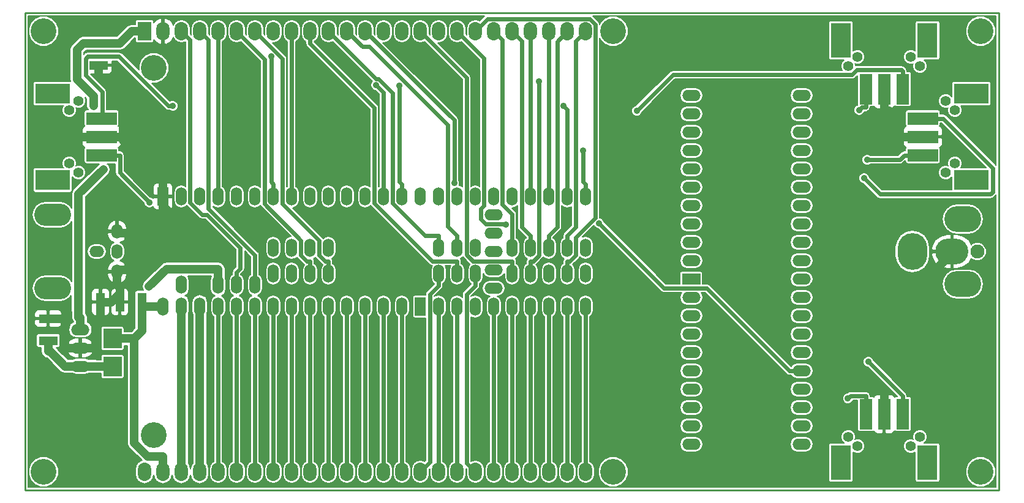
<source format=gbl>
G04 #@! TF.GenerationSoftware,KiCad,Pcbnew,no-vcs-found-7584~57~ubuntu16.04.1*
G04 #@! TF.CreationDate,2017-02-08T11:00:44-05:00*
G04 #@! TF.ProjectId,modular_device_base_5x3,6D6F64756C61725F6465766963655F62,1.0*
G04 #@! TF.FileFunction,Copper,L2,Bot,Signal*
G04 #@! TF.FilePolarity,Positive*
%FSLAX46Y46*%
G04 Gerber Fmt 4.6, Leading zero omitted, Abs format (unit mm)*
G04 Created by KiCad (PCBNEW no-vcs-found-7584~57~ubuntu16.04.1) date Wed Feb  8 11:00:44 2017*
%MOMM*%
%LPD*%
G01*
G04 APERTURE LIST*
%ADD10C,0.100000*%
%ADD11C,0.228600*%
%ADD12R,2.500000X2.710000*%
%ADD13R,1.270000X2.540000*%
%ADD14R,2.540000X1.270000*%
%ADD15O,2.540000X1.524000*%
%ADD16C,3.556000*%
%ADD17R,2.540000X1.524000*%
%ADD18O,1.854200X2.540000*%
%ADD19R,1.854200X2.540000*%
%ADD20O,5.080000X3.048000*%
%ADD21O,2.032000X1.524000*%
%ADD22O,1.524000X2.032000*%
%ADD23C,1.397000*%
%ADD24R,1.778000X4.191000*%
%ADD25R,2.794000X4.826000*%
%ADD26R,4.191000X1.778000*%
%ADD27R,4.826000X2.794000*%
%ADD28O,1.524000X2.540000*%
%ADD29R,1.524000X2.540000*%
%ADD30C,1.930400*%
%ADD31O,4.572000X3.556000*%
%ADD32O,4.064000X5.080000*%
%ADD33O,5.080000X3.556000*%
%ADD34C,0.889000*%
%ADD35C,1.219200*%
%ADD36C,0.609600*%
%ADD37C,0.203200*%
G04 APERTURE END LIST*
D10*
D11*
X194310000Y-66675000D02*
X59690000Y-66675000D01*
X194310000Y-132715000D02*
X194310000Y-66675000D01*
X59690000Y-132715000D02*
X194310000Y-132715000D01*
X59690000Y-66675000D02*
X59690000Y-132715000D01*
D12*
X71755000Y-111725000D03*
X71755000Y-115605000D03*
D13*
X67056000Y-106680000D03*
X70104000Y-106680000D03*
D14*
X62865000Y-112014000D03*
X62865000Y-108966000D03*
D15*
X67310000Y-113030000D03*
X67310000Y-115570000D03*
X67310000Y-110490000D03*
D14*
X69850000Y-70866000D03*
X69850000Y-73914000D03*
D13*
X75819000Y-106680000D03*
X72771000Y-106680000D03*
D16*
X62230000Y-69215000D03*
X62230000Y-130175000D03*
X191770000Y-69215000D03*
D15*
X151765000Y-106045000D03*
X151765000Y-108585000D03*
X151765000Y-111125000D03*
X151765000Y-113665000D03*
X151765000Y-116205000D03*
X151765000Y-118745000D03*
X151765000Y-121285000D03*
X151765000Y-123825000D03*
X151765000Y-126365000D03*
X167005000Y-126365000D03*
X167005000Y-123825000D03*
X167005000Y-121285000D03*
X167005000Y-118745000D03*
X167005000Y-116205000D03*
X167005000Y-113665000D03*
X167005000Y-111125000D03*
X167005000Y-108585000D03*
X167005000Y-78105000D03*
X167005000Y-80645000D03*
X167005000Y-83185000D03*
X167005000Y-85725000D03*
X167005000Y-88265000D03*
X167005000Y-90805000D03*
X167005000Y-93345000D03*
X167005000Y-95885000D03*
X167005000Y-98425000D03*
X167005000Y-100965000D03*
X151765000Y-100965000D03*
X151765000Y-98425000D03*
X151765000Y-95885000D03*
X151765000Y-93345000D03*
X151765000Y-90805000D03*
X151765000Y-88265000D03*
X151765000Y-85725000D03*
X151765000Y-83185000D03*
X151765000Y-80645000D03*
X151765000Y-78105000D03*
D17*
X151765000Y-103505000D03*
D15*
X167005000Y-103505000D03*
X167005000Y-106045000D03*
D18*
X78740000Y-69215000D03*
X81280000Y-69215000D03*
D19*
X76200000Y-69215000D03*
D18*
X83820000Y-69215000D03*
X86360000Y-69215000D03*
X88900000Y-69215000D03*
X91440000Y-69215000D03*
X93980000Y-69215000D03*
X96520000Y-69215000D03*
X99060000Y-69215000D03*
X101600000Y-69215000D03*
X104140000Y-69215000D03*
X106680000Y-69215000D03*
X109220000Y-69215000D03*
X111760000Y-69215000D03*
X114300000Y-69215000D03*
X114300000Y-130175000D03*
X111760000Y-130175000D03*
X109220000Y-130175000D03*
X106680000Y-130175000D03*
X104140000Y-130175000D03*
X101600000Y-130175000D03*
X99060000Y-130175000D03*
X96520000Y-130175000D03*
X93980000Y-130175000D03*
X91440000Y-130175000D03*
X88900000Y-130175000D03*
X86360000Y-130175000D03*
X83820000Y-130175000D03*
X81280000Y-130175000D03*
X78740000Y-130175000D03*
X76200000Y-130175000D03*
D16*
X77470000Y-74295000D03*
X77470000Y-125095000D03*
X140970000Y-130175000D03*
X140970000Y-69215000D03*
D18*
X116840000Y-130175000D03*
X119380000Y-130175000D03*
X121920000Y-130175000D03*
X124460000Y-130175000D03*
X127000000Y-130175000D03*
X129540000Y-130175000D03*
X132080000Y-130175000D03*
X134620000Y-130175000D03*
X137160000Y-130175000D03*
X116840000Y-69215000D03*
X119380000Y-69215000D03*
X121920000Y-69215000D03*
X124460000Y-69215000D03*
X127000000Y-69215000D03*
X129540000Y-69215000D03*
X132080000Y-69215000D03*
X134620000Y-69215000D03*
X137160000Y-69215000D03*
D20*
X63500000Y-104775000D03*
X63500000Y-94615000D03*
D21*
X69596000Y-99695000D03*
D22*
X72390000Y-99695000D03*
X72390000Y-96901000D03*
X72390000Y-102489000D03*
D23*
X182118000Y-72771000D03*
X174752000Y-72771000D03*
D24*
X175895000Y-122174000D03*
X178435000Y-122174000D03*
X180975000Y-122174000D03*
D23*
X173482000Y-125349000D03*
X183388000Y-125349000D03*
D25*
X172440600Y-128905000D03*
X184429400Y-128905000D03*
D26*
X183769000Y-86360000D03*
X183769000Y-83820000D03*
X183769000Y-81280000D03*
D23*
X186944000Y-88773000D03*
X186944000Y-78867000D03*
D27*
X190500000Y-89814400D03*
X190500000Y-77825600D03*
D28*
X116840000Y-107315000D03*
X119380000Y-107315000D03*
X121920000Y-107315000D03*
X124460000Y-107315000D03*
X127000000Y-107315000D03*
X129540000Y-107315000D03*
X132080000Y-107315000D03*
X134620000Y-107315000D03*
X137160000Y-107315000D03*
X137160000Y-92075000D03*
X134620000Y-92075000D03*
X132080000Y-92075000D03*
X129540000Y-92075000D03*
X127000000Y-92075000D03*
X124460000Y-92075000D03*
X121920000Y-92075000D03*
X119380000Y-92075000D03*
D29*
X78740000Y-92075000D03*
D28*
X81280000Y-92075000D03*
X83820000Y-92075000D03*
X86360000Y-92075000D03*
X88900000Y-92075000D03*
X91440000Y-92075000D03*
X93980000Y-92075000D03*
X96520000Y-92075000D03*
X99060000Y-92075000D03*
X101600000Y-92075000D03*
X104140000Y-92075000D03*
X106680000Y-92075000D03*
X109220000Y-92075000D03*
X111760000Y-92075000D03*
X111760000Y-107315000D03*
X109220000Y-107315000D03*
X106680000Y-107315000D03*
X104140000Y-107315000D03*
X101600000Y-107315000D03*
X99060000Y-107315000D03*
X96520000Y-107315000D03*
X93980000Y-107315000D03*
X91440000Y-107315000D03*
X88900000Y-107315000D03*
X86360000Y-107315000D03*
X83820000Y-107315000D03*
X81280000Y-107315000D03*
X78740000Y-107315000D03*
D15*
X124460000Y-104775000D03*
X124460000Y-102235000D03*
X124460000Y-99695000D03*
X124460000Y-97155000D03*
X124460000Y-94615000D03*
D28*
X81280000Y-104267000D03*
X86360000Y-104267000D03*
X88900000Y-104267000D03*
X91440000Y-104267000D03*
X93980000Y-102743000D03*
X93980000Y-99187000D03*
X96520000Y-102743000D03*
X96520000Y-99187000D03*
X99060000Y-99187000D03*
X101600000Y-99187000D03*
X99060000Y-102743000D03*
X101600000Y-102743000D03*
D29*
X114300000Y-107315000D03*
D28*
X114300000Y-92075000D03*
X116840000Y-92075000D03*
X121920000Y-102743000D03*
X119380000Y-102743000D03*
X116840000Y-102743000D03*
X121920000Y-99187000D03*
X119380000Y-99187000D03*
X116840000Y-99187000D03*
X127000000Y-102743000D03*
X129540000Y-102743000D03*
X132080000Y-102743000D03*
X134620000Y-102743000D03*
X137160000Y-102743000D03*
X127000000Y-99187000D03*
X129540000Y-99187000D03*
X132080000Y-99187000D03*
X134620000Y-99187000D03*
X137160000Y-99187000D03*
D26*
X70231000Y-81280000D03*
X70231000Y-83820000D03*
X70231000Y-86360000D03*
D23*
X67056000Y-78867000D03*
X67056000Y-88773000D03*
D27*
X63500000Y-77825600D03*
X63500000Y-89814400D03*
D23*
X65786000Y-87503000D03*
X65786000Y-80137000D03*
D24*
X180975000Y-77216000D03*
X178435000Y-77216000D03*
X175895000Y-77216000D03*
D23*
X183388000Y-74041000D03*
X173482000Y-74041000D03*
D25*
X184429400Y-70485000D03*
X172440600Y-70485000D03*
D23*
X182118000Y-126619000D03*
X174752000Y-126619000D03*
X188214000Y-80137000D03*
X188214000Y-87503000D03*
D30*
X191312800Y-99695000D03*
D31*
X187807600Y-99695000D03*
D32*
X182321200Y-99695000D03*
D33*
X189306200Y-104190800D03*
X189306200Y-95199200D03*
D16*
X191770000Y-130175000D03*
D34*
X179149400Y-80175400D03*
X66001600Y-85090000D03*
X88239900Y-99695000D03*
X168190600Y-76479000D03*
X144229800Y-80243000D03*
X174957900Y-80121400D03*
X173416000Y-120015000D03*
X176238800Y-114934900D03*
X70493600Y-88331400D03*
X69146100Y-79508800D03*
X93678300Y-72697700D03*
X108207600Y-76664800D03*
X111433100Y-76725300D03*
X76798500Y-104532800D03*
X176051300Y-86995000D03*
X175647500Y-89535000D03*
X139006900Y-95764900D03*
X118989900Y-90221600D03*
X130731800Y-76148200D03*
X126098600Y-95993200D03*
X134077800Y-79538100D03*
X80091600Y-79538100D03*
X136789800Y-85725000D03*
X76849600Y-92888600D03*
D35*
X72390000Y-97155000D02*
X74015900Y-97155000D01*
X72567200Y-104546100D02*
X72771000Y-104546100D01*
X72390000Y-104368900D02*
X72567200Y-104546100D01*
X72390000Y-102235000D02*
X72390000Y-104368900D01*
X72390000Y-102235000D02*
X74015900Y-102235000D01*
X74015900Y-97155000D02*
X74015900Y-102235000D01*
X65176100Y-109143200D02*
X64998900Y-108966000D01*
X65176100Y-113030000D02*
X65176100Y-109143200D01*
X62865000Y-108966000D02*
X64998900Y-108966000D01*
X72771000Y-106680000D02*
X72771000Y-105613000D01*
X72771000Y-105613000D02*
X72771000Y-104546100D01*
X72669900Y-105613000D02*
X71602900Y-106680000D01*
X72771000Y-105613000D02*
X72669900Y-105613000D01*
X70104000Y-106680000D02*
X71602900Y-106680000D01*
X66922700Y-113030000D02*
X65176100Y-113030000D01*
X66922700Y-113030000D02*
X67310000Y-113030000D01*
X69443900Y-109474000D02*
X70104000Y-108813900D01*
X69443900Y-113030000D02*
X69443900Y-109474000D01*
X67310000Y-113030000D02*
X69443900Y-113030000D01*
X70104000Y-106680000D02*
X70104000Y-108813900D01*
X67271600Y-83820000D02*
X66001600Y-85090000D01*
X70231000Y-83820000D02*
X67271600Y-83820000D01*
X78740000Y-92462300D02*
X78740000Y-92075000D01*
X78740000Y-92075000D02*
X78740000Y-89941100D01*
X70231000Y-83820000D02*
X73190400Y-83820000D01*
X69850000Y-73914000D02*
X69850000Y-75412900D01*
X73190400Y-84391500D02*
X73190400Y-83820000D01*
X78740000Y-89941100D02*
X73190400Y-84391500D01*
X73190400Y-78753300D02*
X69850000Y-75412900D01*
X73190400Y-83820000D02*
X73190400Y-78753300D01*
X183769000Y-83820000D02*
X180809600Y-83820000D01*
X178435000Y-122174000D02*
X178435000Y-119214600D01*
X78740000Y-92462300D02*
X78740000Y-93335600D01*
X78740000Y-93335600D02*
X78740000Y-94208900D01*
X85099400Y-99695000D02*
X88239900Y-99695000D01*
X78740000Y-93335600D02*
X85099400Y-99695000D01*
X179149400Y-80175400D02*
X179149400Y-82159800D01*
X179149400Y-82159800D02*
X180809600Y-83820000D01*
X188075500Y-99695000D02*
X182895300Y-104875200D01*
X188315600Y-99695000D02*
X188075500Y-99695000D01*
X174882100Y-115661700D02*
X178435000Y-119214600D01*
X174882100Y-112888400D02*
X174882100Y-115661700D01*
X182895300Y-104875200D02*
X174882100Y-112888400D01*
X178435000Y-80175400D02*
X179149400Y-80175400D01*
X178435000Y-77216000D02*
X178435000Y-80175400D01*
X75793900Y-97155000D02*
X78740000Y-94208900D01*
X74015900Y-97155000D02*
X75793900Y-97155000D01*
X174327900Y-96307800D02*
X174327900Y-82159800D01*
X182895300Y-104875200D02*
X174327900Y-96307800D01*
X173871400Y-82159800D02*
X174327900Y-82159800D01*
X168190600Y-76479000D02*
X173871400Y-82159800D01*
X174327900Y-82159800D02*
X179149400Y-82159800D01*
D36*
X149228100Y-75244700D02*
X144229800Y-80243000D01*
X173980600Y-75244700D02*
X149228100Y-75244700D01*
X174664000Y-74561300D02*
X173980600Y-75244700D01*
X180845600Y-74561300D02*
X174664000Y-74561300D01*
X180975000Y-74690700D02*
X180845600Y-74561300D01*
X180975000Y-77216000D02*
X180975000Y-74690700D01*
X175338000Y-79741300D02*
X175895000Y-79741300D01*
X174957900Y-80121400D02*
X175338000Y-79741300D01*
X175895000Y-77216000D02*
X175895000Y-79741300D01*
X175895000Y-122174000D02*
X175895000Y-119648700D01*
X173782300Y-119648700D02*
X173416000Y-120015000D01*
X175895000Y-119648700D02*
X173782300Y-119648700D01*
X180975000Y-122174000D02*
X180975000Y-119648700D01*
X176261200Y-114934900D02*
X176238800Y-114934900D01*
X180975000Y-119648700D02*
X176261200Y-114934900D01*
D35*
X69478900Y-115605000D02*
X71755000Y-115605000D01*
X69443900Y-115570000D02*
X69478900Y-115605000D01*
X67697400Y-115570000D02*
X69443900Y-115570000D01*
X67697400Y-115570000D02*
X67310000Y-115570000D01*
X63119000Y-113512900D02*
X62865000Y-113512900D01*
X65176100Y-115570000D02*
X63119000Y-113512900D01*
X67310000Y-115570000D02*
X65176100Y-115570000D01*
X62865000Y-112014000D02*
X62865000Y-113512900D01*
X72758000Y-70866000D02*
X69850000Y-70866000D01*
X74409000Y-69215000D02*
X72758000Y-70866000D01*
X76200000Y-69215000D02*
X74409000Y-69215000D01*
X67056000Y-91769000D02*
X70493600Y-88331400D01*
X67056000Y-106680000D02*
X67056000Y-91769000D01*
X67259800Y-108813900D02*
X67056000Y-108813900D01*
X67310000Y-108864100D02*
X67259800Y-108813900D01*
X67310000Y-110490000D02*
X67310000Y-108864100D01*
X67056000Y-106680000D02*
X67056000Y-108813900D01*
X66838500Y-71743600D02*
X67716100Y-70866000D01*
X66838500Y-75903000D02*
X66838500Y-71743600D01*
X69146100Y-78210600D02*
X66838500Y-75903000D01*
X69146100Y-79508800D02*
X69146100Y-78210600D01*
X69850000Y-70866000D02*
X67716100Y-70866000D01*
X78740000Y-130175000D02*
X78740000Y-128041100D01*
X71755000Y-111725000D02*
X73868900Y-111725000D01*
X74780500Y-111725000D02*
X73868900Y-111725000D01*
X74780500Y-126190400D02*
X74780500Y-111725000D01*
X76631200Y-128041100D02*
X74780500Y-126190400D01*
X78740000Y-128041100D02*
X76631200Y-128041100D01*
X75819000Y-110686500D02*
X75819000Y-108813900D01*
X74780500Y-111725000D02*
X75819000Y-110686500D01*
X78740000Y-107315000D02*
X75819000Y-107315000D01*
X75819000Y-106680000D02*
X75819000Y-107315000D01*
X75819000Y-107315000D02*
X75819000Y-108813900D01*
D36*
X86360000Y-92075000D02*
X86360000Y-69215000D01*
X93678300Y-90073500D02*
X93678300Y-72697700D01*
X93980000Y-90375200D02*
X93678300Y-90073500D01*
X93980000Y-92075000D02*
X93980000Y-90375200D01*
X96520000Y-92075000D02*
X96520000Y-69215000D01*
X109220000Y-77677200D02*
X108207600Y-76664800D01*
X109220000Y-92075000D02*
X109220000Y-77677200D01*
X111433100Y-90048300D02*
X111433100Y-76725300D01*
X111760000Y-90375200D02*
X111433100Y-90048300D01*
X111760000Y-92075000D02*
X111760000Y-90375200D01*
X111760000Y-107315000D02*
X111760000Y-130175000D01*
X109220000Y-107315000D02*
X109220000Y-130175000D01*
X106680000Y-107315000D02*
X106680000Y-130175000D01*
X104140000Y-107315000D02*
X104140000Y-130175000D01*
X101600000Y-107315000D02*
X101600000Y-130175000D01*
X99060000Y-107315000D02*
X99060000Y-130175000D01*
X96520000Y-107315000D02*
X96520000Y-130175000D01*
X93980000Y-107315000D02*
X93980000Y-130175000D01*
X91440000Y-107315000D02*
X91440000Y-130175000D01*
X88900000Y-107315000D02*
X88900000Y-130175000D01*
X86360000Y-107315000D02*
X86360000Y-130175000D01*
D35*
X83820000Y-130175000D02*
X83820000Y-107315000D01*
X81280000Y-107315000D02*
X81280000Y-130175000D01*
X86360000Y-104775000D02*
X86360000Y-102133100D01*
X79198200Y-102133100D02*
X76798500Y-104532800D01*
X86360000Y-102133100D02*
X79198200Y-102133100D01*
D36*
X132080000Y-90375200D02*
X132080000Y-70914800D01*
X132080000Y-92075000D02*
X132080000Y-90375200D01*
X132080000Y-69215000D02*
X132080000Y-70914800D01*
X129540000Y-69215000D02*
X129540000Y-70914800D01*
X129540000Y-92075000D02*
X129540000Y-90375200D01*
X129540000Y-70914800D02*
X129540000Y-90375200D01*
X183769000Y-86360000D02*
X181243700Y-86360000D01*
X180608700Y-86995000D02*
X176051300Y-86995000D01*
X181243700Y-86360000D02*
X180608700Y-86995000D01*
X177880500Y-91768000D02*
X175647500Y-89535000D01*
X193121600Y-91768000D02*
X177880500Y-91768000D01*
X193418200Y-91471400D02*
X193121600Y-91768000D01*
X193418200Y-88136300D02*
X193418200Y-91471400D01*
X186561900Y-81280000D02*
X193418200Y-88136300D01*
X183769000Y-81280000D02*
X186561900Y-81280000D01*
X148014200Y-104772200D02*
X139006900Y-95764900D01*
X153872400Y-104772200D02*
X148014200Y-104772200D01*
X165305200Y-116205000D02*
X153872400Y-104772200D01*
X167005000Y-116205000D02*
X165305200Y-116205000D01*
X82486100Y-70421100D02*
X81280000Y-69215000D01*
X82486100Y-92939600D02*
X82486100Y-70421100D01*
X84131700Y-94585200D02*
X82486100Y-92939600D01*
X84850800Y-94585200D02*
X84131700Y-94585200D01*
X89422900Y-99157300D02*
X84850800Y-94585200D01*
X89422900Y-102044300D02*
X89422900Y-99157300D01*
X88900000Y-102567200D02*
X89422900Y-102044300D01*
X88900000Y-104775000D02*
X88900000Y-102567200D01*
X85026100Y-70421100D02*
X83820000Y-69215000D01*
X85026100Y-93754200D02*
X85026100Y-70421100D01*
X91440000Y-100168100D02*
X85026100Y-93754200D01*
X91440000Y-104775000D02*
X91440000Y-100168100D01*
X92774600Y-73089600D02*
X88900000Y-69215000D01*
X92774600Y-93108500D02*
X92774600Y-73089600D01*
X97790000Y-98123900D02*
X92774600Y-93108500D01*
X97790000Y-100220100D02*
X97790000Y-98123900D01*
X98613100Y-101043200D02*
X97790000Y-100220100D01*
X99060000Y-101043200D02*
X98613100Y-101043200D01*
X99060000Y-102235000D02*
X99060000Y-101043200D01*
X95228000Y-73003000D02*
X91440000Y-69215000D01*
X95228000Y-93046300D02*
X95228000Y-73003000D01*
X100330000Y-98148300D02*
X95228000Y-93046300D01*
X100330000Y-100220100D02*
X100330000Y-98148300D01*
X101153100Y-101043200D02*
X100330000Y-100220100D01*
X101600000Y-101043200D02*
X101153100Y-101043200D01*
X101600000Y-102235000D02*
X101600000Y-101043200D01*
X119380000Y-102235000D02*
X119380000Y-101043200D01*
X99060000Y-69215000D02*
X99060000Y-70914800D01*
X116002600Y-101043200D02*
X119380000Y-101043200D01*
X107950000Y-92990600D02*
X116002600Y-101043200D01*
X107950000Y-79804800D02*
X107950000Y-92990600D01*
X99060000Y-70914800D02*
X107950000Y-79804800D01*
X116840000Y-99695000D02*
X116840000Y-97487200D01*
X108198600Y-75813600D02*
X101600000Y-69215000D01*
X108560300Y-75813600D02*
X108198600Y-75813600D01*
X110490000Y-77743300D02*
X108560300Y-75813600D01*
X110490000Y-93027200D02*
X110490000Y-77743300D01*
X114950000Y-97487200D02*
X110490000Y-93027200D01*
X116840000Y-97487200D02*
X114950000Y-97487200D01*
X119380000Y-99695000D02*
X119380000Y-97487200D01*
X106291800Y-71366800D02*
X104140000Y-69215000D01*
X107278500Y-71366800D02*
X106291800Y-71366800D01*
X118110000Y-82198300D02*
X107278500Y-71366800D01*
X118110000Y-96217200D02*
X118110000Y-82198300D01*
X119380000Y-97487200D02*
X118110000Y-96217200D01*
X118989900Y-81524900D02*
X118989900Y-90221600D01*
X106680000Y-69215000D02*
X118989900Y-81524900D01*
X120701800Y-75616800D02*
X114300000Y-69215000D01*
X120701800Y-100137700D02*
X120701800Y-75616800D01*
X121607300Y-101043200D02*
X120701800Y-100137700D01*
X127000000Y-101043200D02*
X121607300Y-101043200D01*
X127000000Y-102235000D02*
X127000000Y-101043200D01*
X116840000Y-102235000D02*
X116840000Y-104442800D01*
X115648200Y-128826800D02*
X114300000Y-130175000D01*
X115648200Y-105634600D02*
X115648200Y-128826800D01*
X116840000Y-104442800D02*
X115648200Y-105634600D01*
X116840000Y-107315000D02*
X116840000Y-130175000D01*
X119380000Y-107315000D02*
X119380000Y-130175000D01*
X120728100Y-128983100D02*
X121920000Y-130175000D01*
X120728100Y-105634700D02*
X120728100Y-128983100D01*
X121920000Y-104442800D02*
X120728100Y-105634700D01*
X121920000Y-102235000D02*
X121920000Y-104442800D01*
X124460000Y-107315000D02*
X124460000Y-130175000D01*
X127000000Y-107315000D02*
X127000000Y-130175000D01*
X129540000Y-107315000D02*
X129540000Y-130175000D01*
X132080000Y-107315000D02*
X132080000Y-130175000D01*
X134620000Y-107315000D02*
X134620000Y-130175000D01*
X137160000Y-107315000D02*
X137160000Y-130175000D01*
X129540000Y-102235000D02*
X129540000Y-101043200D01*
X130731800Y-100223900D02*
X130731800Y-76148200D01*
X129912500Y-101043200D02*
X130731800Y-100223900D01*
X129540000Y-101043200D02*
X129912500Y-101043200D01*
X123125600Y-72960600D02*
X119380000Y-69215000D01*
X123125600Y-93311000D02*
X123125600Y-72960600D01*
X122684700Y-93751900D02*
X123125600Y-93311000D01*
X122684700Y-95211900D02*
X122684700Y-93751900D01*
X123357800Y-95885000D02*
X122684700Y-95211900D01*
X125990400Y-95885000D02*
X123357800Y-95885000D01*
X126098600Y-95993200D02*
X125990400Y-95885000D01*
X123614000Y-67521000D02*
X121920000Y-69215000D01*
X137710300Y-67521000D02*
X123614000Y-67521000D01*
X138493900Y-68304600D02*
X137710300Y-67521000D01*
X138493900Y-95051600D02*
X138493900Y-68304600D01*
X135788800Y-97756700D02*
X138493900Y-95051600D01*
X135788800Y-100232600D02*
X135788800Y-97756700D01*
X134978200Y-101043200D02*
X135788800Y-100232600D01*
X134620000Y-101043200D02*
X134978200Y-101043200D01*
X134620000Y-102235000D02*
X134620000Y-101043200D01*
X125666100Y-70421100D02*
X124460000Y-69215000D01*
X125666100Y-93182700D02*
X125666100Y-70421100D01*
X127000000Y-94516600D02*
X125666100Y-93182700D01*
X127000000Y-97487200D02*
X127000000Y-94516600D01*
X127000000Y-99695000D02*
X127000000Y-97487200D01*
X128348200Y-70563200D02*
X127000000Y-69215000D01*
X128348200Y-96295400D02*
X128348200Y-70563200D01*
X129540000Y-97487200D02*
X128348200Y-96295400D01*
X129540000Y-99695000D02*
X129540000Y-97487200D01*
X132080000Y-99695000D02*
X132080000Y-97487200D01*
X133271800Y-96295400D02*
X132080000Y-97487200D01*
X133271800Y-83460200D02*
X133271800Y-96295400D01*
X133212500Y-83400900D02*
X133271800Y-83460200D01*
X133212500Y-70622500D02*
X133212500Y-83400900D01*
X134620000Y-69215000D02*
X133212500Y-70622500D01*
X135788700Y-70586300D02*
X137160000Y-69215000D01*
X135788700Y-96318500D02*
X135788700Y-70586300D01*
X134620000Y-97487200D02*
X135788700Y-96318500D01*
X134620000Y-99695000D02*
X134620000Y-97487200D01*
X134620000Y-80080300D02*
X134077800Y-79538100D01*
X134620000Y-92075000D02*
X134620000Y-80080300D01*
X79484300Y-79538100D02*
X80091600Y-79538100D01*
X72666000Y-72719800D02*
X79484300Y-79538100D01*
X68346800Y-72719800D02*
X72666000Y-72719800D01*
X68020800Y-73045800D02*
X68346800Y-72719800D01*
X68020800Y-75277600D02*
X68020800Y-73045800D01*
X70314800Y-77571600D02*
X68020800Y-75277600D01*
X70314800Y-81196200D02*
X70314800Y-77571600D01*
X70231000Y-81280000D02*
X70314800Y-81196200D01*
X136789800Y-90005000D02*
X136789800Y-85725000D01*
X137160000Y-90375200D02*
X136789800Y-90005000D01*
X72756300Y-88795300D02*
X76849600Y-92888600D01*
X72756300Y-86360000D02*
X72756300Y-88795300D01*
X70231000Y-86360000D02*
X72756300Y-86360000D01*
X137160000Y-92075000D02*
X137160000Y-90375200D01*
D37*
G36*
X122498339Y-67774557D02*
X122391428Y-67703121D01*
X121920000Y-67609348D01*
X121448572Y-67703121D01*
X121048915Y-67970163D01*
X120781873Y-68369820D01*
X120688100Y-68841248D01*
X120688100Y-69588752D01*
X120706038Y-69678934D01*
X120611900Y-69584796D01*
X120611900Y-68841248D01*
X120518127Y-68369820D01*
X120251085Y-67970163D01*
X119851428Y-67703121D01*
X119380000Y-67609348D01*
X118908572Y-67703121D01*
X118508915Y-67970163D01*
X118241873Y-68369820D01*
X118148100Y-68841248D01*
X118148100Y-69588752D01*
X118241873Y-70060180D01*
X118508915Y-70459837D01*
X118908572Y-70726879D01*
X119380000Y-70820652D01*
X119851428Y-70726879D01*
X119958339Y-70655443D01*
X122516000Y-73213105D01*
X122516000Y-90676005D01*
X122328247Y-90550553D01*
X121920000Y-90469348D01*
X121511753Y-90550553D01*
X121311400Y-90684424D01*
X121311400Y-75616800D01*
X121264997Y-75383516D01*
X121178388Y-75253897D01*
X121132852Y-75185747D01*
X116749818Y-70802714D01*
X116840000Y-70820652D01*
X117311428Y-70726879D01*
X117711085Y-70459837D01*
X117978127Y-70060180D01*
X118071900Y-69588752D01*
X118071900Y-68841248D01*
X117978127Y-68369820D01*
X117711085Y-67970163D01*
X117311428Y-67703121D01*
X116840000Y-67609348D01*
X116368572Y-67703121D01*
X115968915Y-67970163D01*
X115701873Y-68369820D01*
X115608100Y-68841248D01*
X115608100Y-69588752D01*
X115626038Y-69678934D01*
X115531900Y-69584796D01*
X115531900Y-68841248D01*
X115438127Y-68369820D01*
X115171085Y-67970163D01*
X114771428Y-67703121D01*
X114300000Y-67609348D01*
X113828572Y-67703121D01*
X113428915Y-67970163D01*
X113161873Y-68369820D01*
X113068100Y-68841248D01*
X113068100Y-69588752D01*
X113161873Y-70060180D01*
X113428915Y-70459837D01*
X113828572Y-70726879D01*
X114300000Y-70820652D01*
X114771428Y-70726879D01*
X114878339Y-70655443D01*
X120092200Y-75869305D01*
X120092200Y-90753648D01*
X119788247Y-90550553D01*
X119674068Y-90527842D01*
X119739070Y-90371299D01*
X119739330Y-90073209D01*
X119625496Y-89797710D01*
X119599500Y-89771668D01*
X119599500Y-81524900D01*
X119553097Y-81291616D01*
X119452107Y-81140474D01*
X119420953Y-81093848D01*
X109129818Y-70802714D01*
X109220000Y-70820652D01*
X109691428Y-70726879D01*
X110091085Y-70459837D01*
X110358127Y-70060180D01*
X110451900Y-69588752D01*
X110451900Y-68841248D01*
X110528100Y-68841248D01*
X110528100Y-69588752D01*
X110621873Y-70060180D01*
X110888915Y-70459837D01*
X111288572Y-70726879D01*
X111760000Y-70820652D01*
X112231428Y-70726879D01*
X112631085Y-70459837D01*
X112898127Y-70060180D01*
X112991900Y-69588752D01*
X112991900Y-68841248D01*
X112898127Y-68369820D01*
X112631085Y-67970163D01*
X112231428Y-67703121D01*
X111760000Y-67609348D01*
X111288572Y-67703121D01*
X110888915Y-67970163D01*
X110621873Y-68369820D01*
X110528100Y-68841248D01*
X110451900Y-68841248D01*
X110358127Y-68369820D01*
X110091085Y-67970163D01*
X109691428Y-67703121D01*
X109220000Y-67609348D01*
X108748572Y-67703121D01*
X108348915Y-67970163D01*
X108081873Y-68369820D01*
X107988100Y-68841248D01*
X107988100Y-69588752D01*
X108006038Y-69678934D01*
X107911900Y-69584796D01*
X107911900Y-68841248D01*
X107818127Y-68369820D01*
X107551085Y-67970163D01*
X107151428Y-67703121D01*
X106680000Y-67609348D01*
X106208572Y-67703121D01*
X105808915Y-67970163D01*
X105541873Y-68369820D01*
X105448100Y-68841248D01*
X105448100Y-69588752D01*
X105466038Y-69678934D01*
X105371900Y-69584796D01*
X105371900Y-68841248D01*
X105278127Y-68369820D01*
X105011085Y-67970163D01*
X104611428Y-67703121D01*
X104140000Y-67609348D01*
X103668572Y-67703121D01*
X103268915Y-67970163D01*
X103001873Y-68369820D01*
X102908100Y-68841248D01*
X102908100Y-69588752D01*
X102926038Y-69678934D01*
X102831900Y-69584796D01*
X102831900Y-68841248D01*
X102738127Y-68369820D01*
X102471085Y-67970163D01*
X102071428Y-67703121D01*
X101600000Y-67609348D01*
X101128572Y-67703121D01*
X100728915Y-67970163D01*
X100461873Y-68369820D01*
X100368100Y-68841248D01*
X100368100Y-69588752D01*
X100461873Y-70060180D01*
X100728915Y-70459837D01*
X101128572Y-70726879D01*
X101600000Y-70820652D01*
X102071428Y-70726879D01*
X102178339Y-70655443D01*
X107667803Y-76144908D01*
X107572744Y-76239801D01*
X107458430Y-76515101D01*
X107458170Y-76813191D01*
X107572004Y-77088690D01*
X107782601Y-77299656D01*
X108057901Y-77413970D01*
X108094698Y-77414002D01*
X108610400Y-77929704D01*
X108610400Y-90685093D01*
X108559600Y-90719036D01*
X108559600Y-79804800D01*
X108513197Y-79571516D01*
X108445834Y-79470700D01*
X108381053Y-79373748D01*
X99669600Y-70662296D01*
X99669600Y-70634556D01*
X99931085Y-70459837D01*
X100198127Y-70060180D01*
X100291900Y-69588752D01*
X100291900Y-68841248D01*
X100198127Y-68369820D01*
X99931085Y-67970163D01*
X99531428Y-67703121D01*
X99060000Y-67609348D01*
X98588572Y-67703121D01*
X98188915Y-67970163D01*
X97921873Y-68369820D01*
X97828100Y-68841248D01*
X97828100Y-69588752D01*
X97921873Y-70060180D01*
X98188915Y-70459837D01*
X98450400Y-70634556D01*
X98450400Y-70914800D01*
X98496803Y-71148084D01*
X98628948Y-71345852D01*
X107340400Y-80057305D01*
X107340400Y-90719036D01*
X107088247Y-90550553D01*
X106680000Y-90469348D01*
X106271753Y-90550553D01*
X105925658Y-90781806D01*
X105694405Y-91127901D01*
X105613200Y-91536148D01*
X105613200Y-92613852D01*
X105694405Y-93022099D01*
X105925658Y-93368194D01*
X106271753Y-93599447D01*
X106680000Y-93680652D01*
X107088247Y-93599447D01*
X107434342Y-93368194D01*
X107458785Y-93331612D01*
X107518948Y-93421652D01*
X115571548Y-101474252D01*
X115769316Y-101606397D01*
X115956190Y-101643569D01*
X115854405Y-101795901D01*
X115773200Y-102204148D01*
X115773200Y-103281852D01*
X115854405Y-103690099D01*
X116085658Y-104036194D01*
X116230400Y-104132907D01*
X116230400Y-104190296D01*
X115217148Y-105203548D01*
X115085003Y-105401316D01*
X115038600Y-105634600D01*
X115038600Y-105734229D01*
X113538000Y-105734229D01*
X113419073Y-105757885D01*
X113318252Y-105825252D01*
X113250885Y-105926073D01*
X113227229Y-106045000D01*
X113227229Y-108585000D01*
X113250885Y-108703927D01*
X113318252Y-108804748D01*
X113419073Y-108872115D01*
X113538000Y-108895771D01*
X115038600Y-108895771D01*
X115038600Y-128574296D01*
X114878339Y-128734557D01*
X114771428Y-128663121D01*
X114300000Y-128569348D01*
X113828572Y-128663121D01*
X113428915Y-128930163D01*
X113161873Y-129329820D01*
X113068100Y-129801248D01*
X113068100Y-130548752D01*
X113161873Y-131020180D01*
X113428915Y-131419837D01*
X113828572Y-131686879D01*
X114300000Y-131780652D01*
X114771428Y-131686879D01*
X115171085Y-131419837D01*
X115438127Y-131020180D01*
X115531900Y-130548752D01*
X115531900Y-129805204D01*
X115626038Y-129711066D01*
X115608100Y-129801248D01*
X115608100Y-130548752D01*
X115701873Y-131020180D01*
X115968915Y-131419837D01*
X116368572Y-131686879D01*
X116840000Y-131780652D01*
X117311428Y-131686879D01*
X117711085Y-131419837D01*
X117978127Y-131020180D01*
X118071900Y-130548752D01*
X118071900Y-129801248D01*
X117978127Y-129329820D01*
X117711085Y-128930163D01*
X117449600Y-128755444D01*
X117449600Y-108704907D01*
X117594342Y-108608194D01*
X117825595Y-108262099D01*
X117906800Y-107853852D01*
X117906800Y-106776148D01*
X117825595Y-106367901D01*
X117594342Y-106021806D01*
X117248247Y-105790553D01*
X116840000Y-105709348D01*
X116431753Y-105790553D01*
X116257800Y-105906785D01*
X116257800Y-105887104D01*
X117271052Y-104873852D01*
X117403197Y-104676084D01*
X117449600Y-104442800D01*
X117449600Y-104132907D01*
X117594342Y-104036194D01*
X117825595Y-103690099D01*
X117906800Y-103281852D01*
X117906800Y-102204148D01*
X117825595Y-101795901D01*
X117729978Y-101652800D01*
X118490022Y-101652800D01*
X118394405Y-101795901D01*
X118313200Y-102204148D01*
X118313200Y-103281852D01*
X118394405Y-103690099D01*
X118625658Y-104036194D01*
X118971753Y-104267447D01*
X119380000Y-104348652D01*
X119788247Y-104267447D01*
X120134342Y-104036194D01*
X120365595Y-103690099D01*
X120446800Y-103281852D01*
X120446800Y-102204148D01*
X120365595Y-101795901D01*
X120134342Y-101449806D01*
X119989600Y-101353093D01*
X119989600Y-101043200D01*
X119943197Y-100809916D01*
X119849883Y-100670263D01*
X120134342Y-100480194D01*
X120172958Y-100422400D01*
X120270748Y-100568752D01*
X121160108Y-101458113D01*
X120934405Y-101795901D01*
X120853200Y-102204148D01*
X120853200Y-103281852D01*
X120934405Y-103690099D01*
X121165658Y-104036194D01*
X121310400Y-104132907D01*
X121310400Y-104190296D01*
X120297048Y-105203648D01*
X120164903Y-105401416D01*
X120118500Y-105634700D01*
X120118500Y-106011221D01*
X119788247Y-105790553D01*
X119380000Y-105709348D01*
X118971753Y-105790553D01*
X118625658Y-106021806D01*
X118394405Y-106367901D01*
X118313200Y-106776148D01*
X118313200Y-107853852D01*
X118394405Y-108262099D01*
X118625658Y-108608194D01*
X118770400Y-108704907D01*
X118770400Y-128755444D01*
X118508915Y-128930163D01*
X118241873Y-129329820D01*
X118148100Y-129801248D01*
X118148100Y-130548752D01*
X118241873Y-131020180D01*
X118508915Y-131419837D01*
X118908572Y-131686879D01*
X119380000Y-131780652D01*
X119851428Y-131686879D01*
X120251085Y-131419837D01*
X120518127Y-131020180D01*
X120611900Y-130548752D01*
X120611900Y-129801248D01*
X120593962Y-129711066D01*
X120688100Y-129805204D01*
X120688100Y-130548752D01*
X120781873Y-131020180D01*
X121048915Y-131419837D01*
X121448572Y-131686879D01*
X121920000Y-131780652D01*
X122391428Y-131686879D01*
X122791085Y-131419837D01*
X123058127Y-131020180D01*
X123151900Y-130548752D01*
X123151900Y-129801248D01*
X123058127Y-129329820D01*
X122791085Y-128930163D01*
X122391428Y-128663121D01*
X121920000Y-128569348D01*
X121448572Y-128663121D01*
X121341661Y-128734557D01*
X121337700Y-128730596D01*
X121337700Y-108723149D01*
X121511753Y-108839447D01*
X121920000Y-108920652D01*
X122328247Y-108839447D01*
X122674342Y-108608194D01*
X122905595Y-108262099D01*
X122986800Y-107853852D01*
X122986800Y-106776148D01*
X122905595Y-106367901D01*
X122674342Y-106021806D01*
X122328247Y-105790553D01*
X121920000Y-105709348D01*
X121511753Y-105790553D01*
X121337700Y-105906851D01*
X121337700Y-105887204D01*
X122351052Y-104873852D01*
X122417103Y-104775000D01*
X122854348Y-104775000D01*
X122935553Y-105183247D01*
X123166806Y-105529342D01*
X123512901Y-105760595D01*
X123921148Y-105841800D01*
X123975056Y-105841800D01*
X123705658Y-106021806D01*
X123474405Y-106367901D01*
X123393200Y-106776148D01*
X123393200Y-107853852D01*
X123474405Y-108262099D01*
X123705658Y-108608194D01*
X123850400Y-108704907D01*
X123850400Y-128755444D01*
X123588915Y-128930163D01*
X123321873Y-129329820D01*
X123228100Y-129801248D01*
X123228100Y-130548752D01*
X123321873Y-131020180D01*
X123588915Y-131419837D01*
X123988572Y-131686879D01*
X124460000Y-131780652D01*
X124931428Y-131686879D01*
X125331085Y-131419837D01*
X125598127Y-131020180D01*
X125691900Y-130548752D01*
X125691900Y-129801248D01*
X125768100Y-129801248D01*
X125768100Y-130548752D01*
X125861873Y-131020180D01*
X126128915Y-131419837D01*
X126528572Y-131686879D01*
X127000000Y-131780652D01*
X127471428Y-131686879D01*
X127871085Y-131419837D01*
X128138127Y-131020180D01*
X128231900Y-130548752D01*
X128231900Y-129801248D01*
X128308100Y-129801248D01*
X128308100Y-130548752D01*
X128401873Y-131020180D01*
X128668915Y-131419837D01*
X129068572Y-131686879D01*
X129540000Y-131780652D01*
X130011428Y-131686879D01*
X130411085Y-131419837D01*
X130678127Y-131020180D01*
X130771900Y-130548752D01*
X130771900Y-129801248D01*
X130848100Y-129801248D01*
X130848100Y-130548752D01*
X130941873Y-131020180D01*
X131208915Y-131419837D01*
X131608572Y-131686879D01*
X132080000Y-131780652D01*
X132551428Y-131686879D01*
X132951085Y-131419837D01*
X133218127Y-131020180D01*
X133311900Y-130548752D01*
X133311900Y-129801248D01*
X133388100Y-129801248D01*
X133388100Y-130548752D01*
X133481873Y-131020180D01*
X133748915Y-131419837D01*
X134148572Y-131686879D01*
X134620000Y-131780652D01*
X135091428Y-131686879D01*
X135491085Y-131419837D01*
X135758127Y-131020180D01*
X135851900Y-130548752D01*
X135851900Y-129801248D01*
X135928100Y-129801248D01*
X135928100Y-130548752D01*
X136021873Y-131020180D01*
X136288915Y-131419837D01*
X136688572Y-131686879D01*
X137160000Y-131780652D01*
X137631428Y-131686879D01*
X138031085Y-131419837D01*
X138298127Y-131020180D01*
X138384197Y-130587477D01*
X138886840Y-130587477D01*
X139203259Y-131353270D01*
X139788648Y-131939682D01*
X140553888Y-132257437D01*
X141382477Y-132258160D01*
X142148270Y-131941741D01*
X142734682Y-131356352D01*
X143052437Y-130591112D01*
X143053160Y-129762523D01*
X142736741Y-128996730D01*
X142151352Y-128410318D01*
X141386112Y-128092563D01*
X140557523Y-128091840D01*
X139791730Y-128408259D01*
X139205318Y-128993648D01*
X138887563Y-129758888D01*
X138886840Y-130587477D01*
X138384197Y-130587477D01*
X138391900Y-130548752D01*
X138391900Y-129801248D01*
X138298127Y-129329820D01*
X138031085Y-128930163D01*
X137769600Y-128755444D01*
X137769600Y-126365000D01*
X150159348Y-126365000D01*
X150240553Y-126773247D01*
X150471806Y-127119342D01*
X150817901Y-127350595D01*
X151226148Y-127431800D01*
X152303852Y-127431800D01*
X152712099Y-127350595D01*
X153058194Y-127119342D01*
X153289447Y-126773247D01*
X153370652Y-126365000D01*
X165399348Y-126365000D01*
X165480553Y-126773247D01*
X165711806Y-127119342D01*
X166057901Y-127350595D01*
X166466148Y-127431800D01*
X167543852Y-127431800D01*
X167952099Y-127350595D01*
X168298194Y-127119342D01*
X168529447Y-126773247D01*
X168585390Y-126492000D01*
X170732829Y-126492000D01*
X170732829Y-131318000D01*
X170756485Y-131436927D01*
X170823852Y-131537748D01*
X170924673Y-131605115D01*
X171043600Y-131628771D01*
X173837600Y-131628771D01*
X173956527Y-131605115D01*
X174057348Y-131537748D01*
X174124715Y-131436927D01*
X174148371Y-131318000D01*
X174148371Y-127434437D01*
X174182934Y-127469061D01*
X174551556Y-127622126D01*
X174950693Y-127622474D01*
X175319581Y-127470052D01*
X175602061Y-127188066D01*
X175755126Y-126819444D01*
X175755127Y-126817693D01*
X181114526Y-126817693D01*
X181266948Y-127186581D01*
X181548934Y-127469061D01*
X181917556Y-127622126D01*
X182316693Y-127622474D01*
X182685581Y-127470052D01*
X182721629Y-127434067D01*
X182721629Y-131318000D01*
X182745285Y-131436927D01*
X182812652Y-131537748D01*
X182913473Y-131605115D01*
X183032400Y-131628771D01*
X185826400Y-131628771D01*
X185945327Y-131605115D01*
X186046148Y-131537748D01*
X186113515Y-131436927D01*
X186137171Y-131318000D01*
X186137171Y-130587477D01*
X189686840Y-130587477D01*
X190003259Y-131353270D01*
X190588648Y-131939682D01*
X191353888Y-132257437D01*
X192182477Y-132258160D01*
X192948270Y-131941741D01*
X193534682Y-131356352D01*
X193852437Y-130591112D01*
X193853160Y-129762523D01*
X193536741Y-128996730D01*
X192951352Y-128410318D01*
X192186112Y-128092563D01*
X191357523Y-128091840D01*
X190591730Y-128408259D01*
X190005318Y-128993648D01*
X189687563Y-129758888D01*
X189686840Y-130587477D01*
X186137171Y-130587477D01*
X186137171Y-126492000D01*
X186113515Y-126373073D01*
X186046148Y-126272252D01*
X185945327Y-126204885D01*
X185826400Y-126181229D01*
X183974437Y-126181229D01*
X184238061Y-125918066D01*
X184391126Y-125549444D01*
X184391474Y-125150307D01*
X184239052Y-124781419D01*
X183957066Y-124498939D01*
X183588444Y-124345874D01*
X183189307Y-124345526D01*
X182820419Y-124497948D01*
X182537939Y-124779934D01*
X182384874Y-125148556D01*
X182384526Y-125547693D01*
X182432219Y-125663117D01*
X182318444Y-125615874D01*
X181919307Y-125615526D01*
X181550419Y-125767948D01*
X181267939Y-126049934D01*
X181114874Y-126418556D01*
X181114526Y-126817693D01*
X175755127Y-126817693D01*
X175755474Y-126420307D01*
X175603052Y-126051419D01*
X175321066Y-125768939D01*
X174952444Y-125615874D01*
X174553307Y-125615526D01*
X174437883Y-125663219D01*
X174485126Y-125549444D01*
X174485474Y-125150307D01*
X174333052Y-124781419D01*
X174051066Y-124498939D01*
X173682444Y-124345874D01*
X173283307Y-124345526D01*
X172914419Y-124497948D01*
X172631939Y-124779934D01*
X172478874Y-125148556D01*
X172478526Y-125547693D01*
X172630948Y-125916581D01*
X172895133Y-126181229D01*
X171043600Y-126181229D01*
X170924673Y-126204885D01*
X170823852Y-126272252D01*
X170756485Y-126373073D01*
X170732829Y-126492000D01*
X168585390Y-126492000D01*
X168610652Y-126365000D01*
X168529447Y-125956753D01*
X168298194Y-125610658D01*
X167952099Y-125379405D01*
X167543852Y-125298200D01*
X166466148Y-125298200D01*
X166057901Y-125379405D01*
X165711806Y-125610658D01*
X165480553Y-125956753D01*
X165399348Y-126365000D01*
X153370652Y-126365000D01*
X153289447Y-125956753D01*
X153058194Y-125610658D01*
X152712099Y-125379405D01*
X152303852Y-125298200D01*
X151226148Y-125298200D01*
X150817901Y-125379405D01*
X150471806Y-125610658D01*
X150240553Y-125956753D01*
X150159348Y-126365000D01*
X137769600Y-126365000D01*
X137769600Y-123825000D01*
X150159348Y-123825000D01*
X150240553Y-124233247D01*
X150471806Y-124579342D01*
X150817901Y-124810595D01*
X151226148Y-124891800D01*
X152303852Y-124891800D01*
X152712099Y-124810595D01*
X153058194Y-124579342D01*
X153289447Y-124233247D01*
X153370652Y-123825000D01*
X165399348Y-123825000D01*
X165480553Y-124233247D01*
X165711806Y-124579342D01*
X166057901Y-124810595D01*
X166466148Y-124891800D01*
X167543852Y-124891800D01*
X167952099Y-124810595D01*
X168298194Y-124579342D01*
X168529447Y-124233247D01*
X168610652Y-123825000D01*
X168529447Y-123416753D01*
X168298194Y-123070658D01*
X167952099Y-122839405D01*
X167543852Y-122758200D01*
X166466148Y-122758200D01*
X166057901Y-122839405D01*
X165711806Y-123070658D01*
X165480553Y-123416753D01*
X165399348Y-123825000D01*
X153370652Y-123825000D01*
X153289447Y-123416753D01*
X153058194Y-123070658D01*
X152712099Y-122839405D01*
X152303852Y-122758200D01*
X151226148Y-122758200D01*
X150817901Y-122839405D01*
X150471806Y-123070658D01*
X150240553Y-123416753D01*
X150159348Y-123825000D01*
X137769600Y-123825000D01*
X137769600Y-121285000D01*
X150159348Y-121285000D01*
X150240553Y-121693247D01*
X150471806Y-122039342D01*
X150817901Y-122270595D01*
X151226148Y-122351800D01*
X152303852Y-122351800D01*
X152712099Y-122270595D01*
X153058194Y-122039342D01*
X153289447Y-121693247D01*
X153370652Y-121285000D01*
X165399348Y-121285000D01*
X165480553Y-121693247D01*
X165711806Y-122039342D01*
X166057901Y-122270595D01*
X166466148Y-122351800D01*
X167543852Y-122351800D01*
X167952099Y-122270595D01*
X168298194Y-122039342D01*
X168529447Y-121693247D01*
X168610652Y-121285000D01*
X168529447Y-120876753D01*
X168298194Y-120530658D01*
X167952099Y-120299405D01*
X167543852Y-120218200D01*
X166466148Y-120218200D01*
X166057901Y-120299405D01*
X165711806Y-120530658D01*
X165480553Y-120876753D01*
X165399348Y-121285000D01*
X153370652Y-121285000D01*
X153289447Y-120876753D01*
X153058194Y-120530658D01*
X152712099Y-120299405D01*
X152303852Y-120218200D01*
X151226148Y-120218200D01*
X150817901Y-120299405D01*
X150471806Y-120530658D01*
X150240553Y-120876753D01*
X150159348Y-121285000D01*
X137769600Y-121285000D01*
X137769600Y-120163391D01*
X172666570Y-120163391D01*
X172780404Y-120438890D01*
X172991001Y-120649856D01*
X173266301Y-120764170D01*
X173564391Y-120764430D01*
X173839890Y-120650596D01*
X174050856Y-120439999D01*
X174126304Y-120258300D01*
X174695229Y-120258300D01*
X174695229Y-124269500D01*
X174718885Y-124388427D01*
X174786252Y-124489248D01*
X174887073Y-124556615D01*
X175006000Y-124580271D01*
X176784000Y-124580271D01*
X176902927Y-124556615D01*
X176982952Y-124503144D01*
X177029206Y-124614811D01*
X177200689Y-124786294D01*
X177424743Y-124879100D01*
X178130200Y-124879100D01*
X178282600Y-124726700D01*
X178282600Y-122326400D01*
X178262600Y-122326400D01*
X178262600Y-122021600D01*
X178282600Y-122021600D01*
X178282600Y-119621300D01*
X178130200Y-119468900D01*
X177424743Y-119468900D01*
X177200689Y-119561706D01*
X177029206Y-119733189D01*
X176982952Y-119844856D01*
X176902927Y-119791385D01*
X176784000Y-119767729D01*
X176504600Y-119767729D01*
X176504600Y-119648700D01*
X176458197Y-119415416D01*
X176326052Y-119217648D01*
X176128284Y-119085503D01*
X175895000Y-119039100D01*
X173782300Y-119039100D01*
X173549016Y-119085503D01*
X173351247Y-119217648D01*
X173303294Y-119265601D01*
X173267609Y-119265570D01*
X172992110Y-119379404D01*
X172781144Y-119590001D01*
X172666830Y-119865301D01*
X172666570Y-120163391D01*
X137769600Y-120163391D01*
X137769600Y-118745000D01*
X150159348Y-118745000D01*
X150240553Y-119153247D01*
X150471806Y-119499342D01*
X150817901Y-119730595D01*
X151226148Y-119811800D01*
X152303852Y-119811800D01*
X152712099Y-119730595D01*
X153058194Y-119499342D01*
X153289447Y-119153247D01*
X153370652Y-118745000D01*
X165399348Y-118745000D01*
X165480553Y-119153247D01*
X165711806Y-119499342D01*
X166057901Y-119730595D01*
X166466148Y-119811800D01*
X167543852Y-119811800D01*
X167952099Y-119730595D01*
X168298194Y-119499342D01*
X168529447Y-119153247D01*
X168610652Y-118745000D01*
X168529447Y-118336753D01*
X168298194Y-117990658D01*
X167952099Y-117759405D01*
X167543852Y-117678200D01*
X166466148Y-117678200D01*
X166057901Y-117759405D01*
X165711806Y-117990658D01*
X165480553Y-118336753D01*
X165399348Y-118745000D01*
X153370652Y-118745000D01*
X153289447Y-118336753D01*
X153058194Y-117990658D01*
X152712099Y-117759405D01*
X152303852Y-117678200D01*
X151226148Y-117678200D01*
X150817901Y-117759405D01*
X150471806Y-117990658D01*
X150240553Y-118336753D01*
X150159348Y-118745000D01*
X137769600Y-118745000D01*
X137769600Y-116205000D01*
X150159348Y-116205000D01*
X150240553Y-116613247D01*
X150471806Y-116959342D01*
X150817901Y-117190595D01*
X151226148Y-117271800D01*
X152303852Y-117271800D01*
X152712099Y-117190595D01*
X153058194Y-116959342D01*
X153289447Y-116613247D01*
X153370652Y-116205000D01*
X153289447Y-115796753D01*
X153058194Y-115450658D01*
X152712099Y-115219405D01*
X152303852Y-115138200D01*
X151226148Y-115138200D01*
X150817901Y-115219405D01*
X150471806Y-115450658D01*
X150240553Y-115796753D01*
X150159348Y-116205000D01*
X137769600Y-116205000D01*
X137769600Y-113665000D01*
X150159348Y-113665000D01*
X150240553Y-114073247D01*
X150471806Y-114419342D01*
X150817901Y-114650595D01*
X151226148Y-114731800D01*
X152303852Y-114731800D01*
X152712099Y-114650595D01*
X153058194Y-114419342D01*
X153289447Y-114073247D01*
X153370652Y-113665000D01*
X153289447Y-113256753D01*
X153058194Y-112910658D01*
X152712099Y-112679405D01*
X152303852Y-112598200D01*
X151226148Y-112598200D01*
X150817901Y-112679405D01*
X150471806Y-112910658D01*
X150240553Y-113256753D01*
X150159348Y-113665000D01*
X137769600Y-113665000D01*
X137769600Y-111125000D01*
X150159348Y-111125000D01*
X150240553Y-111533247D01*
X150471806Y-111879342D01*
X150817901Y-112110595D01*
X151226148Y-112191800D01*
X152303852Y-112191800D01*
X152712099Y-112110595D01*
X153058194Y-111879342D01*
X153289447Y-111533247D01*
X153370652Y-111125000D01*
X153289447Y-110716753D01*
X153058194Y-110370658D01*
X152712099Y-110139405D01*
X152303852Y-110058200D01*
X151226148Y-110058200D01*
X150817901Y-110139405D01*
X150471806Y-110370658D01*
X150240553Y-110716753D01*
X150159348Y-111125000D01*
X137769600Y-111125000D01*
X137769600Y-108704907D01*
X137914342Y-108608194D01*
X137929839Y-108585000D01*
X150159348Y-108585000D01*
X150240553Y-108993247D01*
X150471806Y-109339342D01*
X150817901Y-109570595D01*
X151226148Y-109651800D01*
X152303852Y-109651800D01*
X152712099Y-109570595D01*
X153058194Y-109339342D01*
X153289447Y-108993247D01*
X153370652Y-108585000D01*
X153289447Y-108176753D01*
X153058194Y-107830658D01*
X152712099Y-107599405D01*
X152303852Y-107518200D01*
X151226148Y-107518200D01*
X150817901Y-107599405D01*
X150471806Y-107830658D01*
X150240553Y-108176753D01*
X150159348Y-108585000D01*
X137929839Y-108585000D01*
X138145595Y-108262099D01*
X138226800Y-107853852D01*
X138226800Y-106776148D01*
X138145595Y-106367901D01*
X137914342Y-106021806D01*
X137568247Y-105790553D01*
X137160000Y-105709348D01*
X136751753Y-105790553D01*
X136405658Y-106021806D01*
X136174405Y-106367901D01*
X136093200Y-106776148D01*
X136093200Y-107853852D01*
X136174405Y-108262099D01*
X136405658Y-108608194D01*
X136550400Y-108704907D01*
X136550400Y-128755444D01*
X136288915Y-128930163D01*
X136021873Y-129329820D01*
X135928100Y-129801248D01*
X135851900Y-129801248D01*
X135758127Y-129329820D01*
X135491085Y-128930163D01*
X135229600Y-128755444D01*
X135229600Y-108704907D01*
X135374342Y-108608194D01*
X135605595Y-108262099D01*
X135686800Y-107853852D01*
X135686800Y-106776148D01*
X135605595Y-106367901D01*
X135374342Y-106021806D01*
X135028247Y-105790553D01*
X134620000Y-105709348D01*
X134211753Y-105790553D01*
X133865658Y-106021806D01*
X133634405Y-106367901D01*
X133553200Y-106776148D01*
X133553200Y-107853852D01*
X133634405Y-108262099D01*
X133865658Y-108608194D01*
X134010400Y-108704907D01*
X134010400Y-128755444D01*
X133748915Y-128930163D01*
X133481873Y-129329820D01*
X133388100Y-129801248D01*
X133311900Y-129801248D01*
X133218127Y-129329820D01*
X132951085Y-128930163D01*
X132689600Y-128755444D01*
X132689600Y-108704907D01*
X132834342Y-108608194D01*
X133065595Y-108262099D01*
X133146800Y-107853852D01*
X133146800Y-106776148D01*
X133065595Y-106367901D01*
X132834342Y-106021806D01*
X132488247Y-105790553D01*
X132080000Y-105709348D01*
X131671753Y-105790553D01*
X131325658Y-106021806D01*
X131094405Y-106367901D01*
X131013200Y-106776148D01*
X131013200Y-107853852D01*
X131094405Y-108262099D01*
X131325658Y-108608194D01*
X131470400Y-108704907D01*
X131470400Y-128755444D01*
X131208915Y-128930163D01*
X130941873Y-129329820D01*
X130848100Y-129801248D01*
X130771900Y-129801248D01*
X130678127Y-129329820D01*
X130411085Y-128930163D01*
X130149600Y-128755444D01*
X130149600Y-108704907D01*
X130294342Y-108608194D01*
X130525595Y-108262099D01*
X130606800Y-107853852D01*
X130606800Y-106776148D01*
X130525595Y-106367901D01*
X130294342Y-106021806D01*
X129948247Y-105790553D01*
X129540000Y-105709348D01*
X129131753Y-105790553D01*
X128785658Y-106021806D01*
X128554405Y-106367901D01*
X128473200Y-106776148D01*
X128473200Y-107853852D01*
X128554405Y-108262099D01*
X128785658Y-108608194D01*
X128930400Y-108704907D01*
X128930400Y-128755444D01*
X128668915Y-128930163D01*
X128401873Y-129329820D01*
X128308100Y-129801248D01*
X128231900Y-129801248D01*
X128138127Y-129329820D01*
X127871085Y-128930163D01*
X127609600Y-128755444D01*
X127609600Y-108704907D01*
X127754342Y-108608194D01*
X127985595Y-108262099D01*
X128066800Y-107853852D01*
X128066800Y-106776148D01*
X127985595Y-106367901D01*
X127754342Y-106021806D01*
X127408247Y-105790553D01*
X127000000Y-105709348D01*
X126591753Y-105790553D01*
X126245658Y-106021806D01*
X126014405Y-106367901D01*
X125933200Y-106776148D01*
X125933200Y-107853852D01*
X126014405Y-108262099D01*
X126245658Y-108608194D01*
X126390400Y-108704907D01*
X126390400Y-128755444D01*
X126128915Y-128930163D01*
X125861873Y-129329820D01*
X125768100Y-129801248D01*
X125691900Y-129801248D01*
X125598127Y-129329820D01*
X125331085Y-128930163D01*
X125069600Y-128755444D01*
X125069600Y-108704907D01*
X125214342Y-108608194D01*
X125445595Y-108262099D01*
X125526800Y-107853852D01*
X125526800Y-106776148D01*
X125445595Y-106367901D01*
X125214342Y-106021806D01*
X124944944Y-105841800D01*
X124998852Y-105841800D01*
X125407099Y-105760595D01*
X125753194Y-105529342D01*
X125984447Y-105183247D01*
X126065652Y-104775000D01*
X125984447Y-104366753D01*
X125753194Y-104020658D01*
X125407099Y-103789405D01*
X124998852Y-103708200D01*
X123921148Y-103708200D01*
X123512901Y-103789405D01*
X123166806Y-104020658D01*
X122935553Y-104366753D01*
X122854348Y-104775000D01*
X122417103Y-104775000D01*
X122483197Y-104676084D01*
X122529600Y-104442800D01*
X122529600Y-104132907D01*
X122674342Y-104036194D01*
X122905595Y-103690099D01*
X122986800Y-103281852D01*
X122986800Y-102719944D01*
X123166806Y-102989342D01*
X123512901Y-103220595D01*
X123921148Y-103301800D01*
X124998852Y-103301800D01*
X125407099Y-103220595D01*
X125753194Y-102989342D01*
X125933200Y-102719944D01*
X125933200Y-103281852D01*
X126014405Y-103690099D01*
X126245658Y-104036194D01*
X126591753Y-104267447D01*
X127000000Y-104348652D01*
X127408247Y-104267447D01*
X127754342Y-104036194D01*
X127985595Y-103690099D01*
X128066800Y-103281852D01*
X128066800Y-102204148D01*
X127985595Y-101795901D01*
X127754342Y-101449806D01*
X127609600Y-101353093D01*
X127609600Y-101043200D01*
X127563197Y-100809916D01*
X127469883Y-100670263D01*
X127754342Y-100480194D01*
X127985595Y-100134099D01*
X128066800Y-99725852D01*
X128066800Y-98648148D01*
X127985595Y-98239901D01*
X127754342Y-97893806D01*
X127609600Y-97797093D01*
X127609600Y-94516600D01*
X127563197Y-94283316D01*
X127512039Y-94206753D01*
X127431052Y-94085547D01*
X127021817Y-93676312D01*
X127408247Y-93599447D01*
X127738600Y-93378712D01*
X127738600Y-96295400D01*
X127785003Y-96528684D01*
X127917148Y-96726452D01*
X128930400Y-97739704D01*
X128930400Y-97797093D01*
X128785658Y-97893806D01*
X128554405Y-98239901D01*
X128473200Y-98648148D01*
X128473200Y-99725852D01*
X128554405Y-100134099D01*
X128785658Y-100480194D01*
X129070117Y-100670263D01*
X128976803Y-100809916D01*
X128930400Y-101043200D01*
X128930400Y-101353093D01*
X128785658Y-101449806D01*
X128554405Y-101795901D01*
X128473200Y-102204148D01*
X128473200Y-103281852D01*
X128554405Y-103690099D01*
X128785658Y-104036194D01*
X129131753Y-104267447D01*
X129540000Y-104348652D01*
X129948247Y-104267447D01*
X130294342Y-104036194D01*
X130525595Y-103690099D01*
X130606800Y-103281852D01*
X130606800Y-102204148D01*
X131013200Y-102204148D01*
X131013200Y-103281852D01*
X131094405Y-103690099D01*
X131325658Y-104036194D01*
X131671753Y-104267447D01*
X132080000Y-104348652D01*
X132488247Y-104267447D01*
X132834342Y-104036194D01*
X133065595Y-103690099D01*
X133146800Y-103281852D01*
X133146800Y-102204148D01*
X133065595Y-101795901D01*
X132834342Y-101449806D01*
X132488247Y-101218553D01*
X132080000Y-101137348D01*
X131671753Y-101218553D01*
X131325658Y-101449806D01*
X131094405Y-101795901D01*
X131013200Y-102204148D01*
X130606800Y-102204148D01*
X130525595Y-101795901D01*
X130320824Y-101489439D01*
X130343552Y-101474252D01*
X131162852Y-100654952D01*
X131294997Y-100457184D01*
X131298504Y-100439555D01*
X131325658Y-100480194D01*
X131671753Y-100711447D01*
X132080000Y-100792652D01*
X132488247Y-100711447D01*
X132834342Y-100480194D01*
X133065595Y-100134099D01*
X133146800Y-99725852D01*
X133146800Y-98648148D01*
X133065595Y-98239901D01*
X132834342Y-97893806D01*
X132689600Y-97797093D01*
X132689600Y-97739704D01*
X133702852Y-96726452D01*
X133834997Y-96528684D01*
X133881400Y-96295400D01*
X133881400Y-93378712D01*
X134211753Y-93599447D01*
X134620000Y-93680652D01*
X135028247Y-93599447D01*
X135179100Y-93498650D01*
X135179100Y-96065995D01*
X134188949Y-97056147D01*
X134188948Y-97056148D01*
X134056803Y-97253916D01*
X134010400Y-97487200D01*
X134010400Y-97797093D01*
X133865658Y-97893806D01*
X133634405Y-98239901D01*
X133553200Y-98648148D01*
X133553200Y-99725852D01*
X133634405Y-100134099D01*
X133865658Y-100480194D01*
X134150117Y-100670263D01*
X134056803Y-100809916D01*
X134010400Y-101043200D01*
X134010400Y-101353093D01*
X133865658Y-101449806D01*
X133634405Y-101795901D01*
X133553200Y-102204148D01*
X133553200Y-103281852D01*
X133634405Y-103690099D01*
X133865658Y-104036194D01*
X134211753Y-104267447D01*
X134620000Y-104348652D01*
X135028247Y-104267447D01*
X135374342Y-104036194D01*
X135605595Y-103690099D01*
X135686800Y-103281852D01*
X135686800Y-102204148D01*
X136093200Y-102204148D01*
X136093200Y-103281852D01*
X136174405Y-103690099D01*
X136405658Y-104036194D01*
X136751753Y-104267447D01*
X137160000Y-104348652D01*
X137568247Y-104267447D01*
X137914342Y-104036194D01*
X138145595Y-103690099D01*
X138226800Y-103281852D01*
X138226800Y-102204148D01*
X138145595Y-101795901D01*
X137914342Y-101449806D01*
X137568247Y-101218553D01*
X137160000Y-101137348D01*
X136751753Y-101218553D01*
X136405658Y-101449806D01*
X136174405Y-101795901D01*
X136093200Y-102204148D01*
X135686800Y-102204148D01*
X135605595Y-101795901D01*
X135396410Y-101482833D01*
X135409252Y-101474252D01*
X136219853Y-100663652D01*
X136342435Y-100480194D01*
X136351997Y-100465884D01*
X136362113Y-100415025D01*
X136405658Y-100480194D01*
X136751753Y-100711447D01*
X137160000Y-100792652D01*
X137568247Y-100711447D01*
X137914342Y-100480194D01*
X138145595Y-100134099D01*
X138226800Y-99725852D01*
X138226800Y-98648148D01*
X138145595Y-98239901D01*
X137914342Y-97893806D01*
X137568247Y-97662553D01*
X137160000Y-97581348D01*
X136751753Y-97662553D01*
X136731555Y-97676049D01*
X138326719Y-96080885D01*
X138371304Y-96188790D01*
X138581901Y-96399756D01*
X138857201Y-96514070D01*
X138893998Y-96514102D01*
X147583148Y-105203252D01*
X147780916Y-105335397D01*
X148014200Y-105381800D01*
X150410907Y-105381800D01*
X150240553Y-105636753D01*
X150159348Y-106045000D01*
X150240553Y-106453247D01*
X150471806Y-106799342D01*
X150817901Y-107030595D01*
X151226148Y-107111800D01*
X152303852Y-107111800D01*
X152712099Y-107030595D01*
X153058194Y-106799342D01*
X153289447Y-106453247D01*
X153370652Y-106045000D01*
X153289447Y-105636753D01*
X153119093Y-105381800D01*
X153619896Y-105381800D01*
X164874148Y-116636052D01*
X165071916Y-116768197D01*
X165305200Y-116814600D01*
X165615093Y-116814600D01*
X165711806Y-116959342D01*
X166057901Y-117190595D01*
X166466148Y-117271800D01*
X167543852Y-117271800D01*
X167952099Y-117190595D01*
X168298194Y-116959342D01*
X168529447Y-116613247D01*
X168610652Y-116205000D01*
X168529447Y-115796753D01*
X168298194Y-115450658D01*
X167952099Y-115219405D01*
X167543852Y-115138200D01*
X166466148Y-115138200D01*
X166057901Y-115219405D01*
X165711806Y-115450658D01*
X165615093Y-115595400D01*
X165557704Y-115595400D01*
X165045595Y-115083291D01*
X175489370Y-115083291D01*
X175603204Y-115358790D01*
X175813801Y-115569756D01*
X176089101Y-115684070D01*
X176148318Y-115684122D01*
X180231925Y-119767729D01*
X180086000Y-119767729D01*
X179967073Y-119791385D01*
X179887048Y-119844856D01*
X179840794Y-119733189D01*
X179669311Y-119561706D01*
X179445257Y-119468900D01*
X178739800Y-119468900D01*
X178587400Y-119621300D01*
X178587400Y-122021600D01*
X178607400Y-122021600D01*
X178607400Y-122326400D01*
X178587400Y-122326400D01*
X178587400Y-124726700D01*
X178739800Y-124879100D01*
X179445257Y-124879100D01*
X179669311Y-124786294D01*
X179840794Y-124614811D01*
X179887048Y-124503144D01*
X179967073Y-124556615D01*
X180086000Y-124580271D01*
X181864000Y-124580271D01*
X181982927Y-124556615D01*
X182083748Y-124489248D01*
X182151115Y-124388427D01*
X182174771Y-124269500D01*
X182174771Y-120078500D01*
X182151115Y-119959573D01*
X182083748Y-119858752D01*
X181982927Y-119791385D01*
X181864000Y-119767729D01*
X181584600Y-119767729D01*
X181584600Y-119648700D01*
X181538197Y-119415416D01*
X181406052Y-119217648D01*
X176988218Y-114799814D01*
X176988230Y-114786509D01*
X176874396Y-114511010D01*
X176663799Y-114300044D01*
X176388499Y-114185730D01*
X176090409Y-114185470D01*
X175814910Y-114299304D01*
X175603944Y-114509901D01*
X175489630Y-114785201D01*
X175489370Y-115083291D01*
X165045595Y-115083291D01*
X163627304Y-113665000D01*
X165399348Y-113665000D01*
X165480553Y-114073247D01*
X165711806Y-114419342D01*
X166057901Y-114650595D01*
X166466148Y-114731800D01*
X167543852Y-114731800D01*
X167952099Y-114650595D01*
X168298194Y-114419342D01*
X168529447Y-114073247D01*
X168610652Y-113665000D01*
X168529447Y-113256753D01*
X168298194Y-112910658D01*
X167952099Y-112679405D01*
X167543852Y-112598200D01*
X166466148Y-112598200D01*
X166057901Y-112679405D01*
X165711806Y-112910658D01*
X165480553Y-113256753D01*
X165399348Y-113665000D01*
X163627304Y-113665000D01*
X161087304Y-111125000D01*
X165399348Y-111125000D01*
X165480553Y-111533247D01*
X165711806Y-111879342D01*
X166057901Y-112110595D01*
X166466148Y-112191800D01*
X167543852Y-112191800D01*
X167952099Y-112110595D01*
X168298194Y-111879342D01*
X168529447Y-111533247D01*
X168610652Y-111125000D01*
X168529447Y-110716753D01*
X168298194Y-110370658D01*
X167952099Y-110139405D01*
X167543852Y-110058200D01*
X166466148Y-110058200D01*
X166057901Y-110139405D01*
X165711806Y-110370658D01*
X165480553Y-110716753D01*
X165399348Y-111125000D01*
X161087304Y-111125000D01*
X158547304Y-108585000D01*
X165399348Y-108585000D01*
X165480553Y-108993247D01*
X165711806Y-109339342D01*
X166057901Y-109570595D01*
X166466148Y-109651800D01*
X167543852Y-109651800D01*
X167952099Y-109570595D01*
X168298194Y-109339342D01*
X168529447Y-108993247D01*
X168610652Y-108585000D01*
X168529447Y-108176753D01*
X168298194Y-107830658D01*
X167952099Y-107599405D01*
X167543852Y-107518200D01*
X166466148Y-107518200D01*
X166057901Y-107599405D01*
X165711806Y-107830658D01*
X165480553Y-108176753D01*
X165399348Y-108585000D01*
X158547304Y-108585000D01*
X156007304Y-106045000D01*
X165399348Y-106045000D01*
X165480553Y-106453247D01*
X165711806Y-106799342D01*
X166057901Y-107030595D01*
X166466148Y-107111800D01*
X167543852Y-107111800D01*
X167952099Y-107030595D01*
X168298194Y-106799342D01*
X168529447Y-106453247D01*
X168610652Y-106045000D01*
X168529447Y-105636753D01*
X168298194Y-105290658D01*
X167952099Y-105059405D01*
X167543852Y-104978200D01*
X166466148Y-104978200D01*
X166057901Y-105059405D01*
X165711806Y-105290658D01*
X165480553Y-105636753D01*
X165399348Y-106045000D01*
X156007304Y-106045000D01*
X154303452Y-104341148D01*
X154105684Y-104209003D01*
X153872400Y-104162600D01*
X153345771Y-104162600D01*
X153345771Y-103505000D01*
X165399348Y-103505000D01*
X165480553Y-103913247D01*
X165711806Y-104259342D01*
X166057901Y-104490595D01*
X166466148Y-104571800D01*
X167543852Y-104571800D01*
X167952099Y-104490595D01*
X168298194Y-104259342D01*
X168343992Y-104190800D01*
X186405667Y-104190800D01*
X186564211Y-104987853D01*
X187015705Y-105663562D01*
X187691414Y-106115056D01*
X188488467Y-106273600D01*
X190123933Y-106273600D01*
X190920986Y-106115056D01*
X191596695Y-105663562D01*
X192048189Y-104987853D01*
X192206733Y-104190800D01*
X192048189Y-103393747D01*
X191596695Y-102718038D01*
X190920986Y-102266544D01*
X190123933Y-102108000D01*
X188488467Y-102108000D01*
X187691414Y-102266544D01*
X187015705Y-102718038D01*
X186564211Y-103393747D01*
X186405667Y-104190800D01*
X168343992Y-104190800D01*
X168529447Y-103913247D01*
X168610652Y-103505000D01*
X168529447Y-103096753D01*
X168298194Y-102750658D01*
X167952099Y-102519405D01*
X167543852Y-102438200D01*
X166466148Y-102438200D01*
X166057901Y-102519405D01*
X165711806Y-102750658D01*
X165480553Y-103096753D01*
X165399348Y-103505000D01*
X153345771Y-103505000D01*
X153345771Y-102743000D01*
X153322115Y-102624073D01*
X153254748Y-102523252D01*
X153153927Y-102455885D01*
X153035000Y-102432229D01*
X150495000Y-102432229D01*
X150376073Y-102455885D01*
X150275252Y-102523252D01*
X150207885Y-102624073D01*
X150184229Y-102743000D01*
X150184229Y-104162600D01*
X148266704Y-104162600D01*
X145069104Y-100965000D01*
X150159348Y-100965000D01*
X150240553Y-101373247D01*
X150471806Y-101719342D01*
X150817901Y-101950595D01*
X151226148Y-102031800D01*
X152303852Y-102031800D01*
X152712099Y-101950595D01*
X153058194Y-101719342D01*
X153289447Y-101373247D01*
X153370652Y-100965000D01*
X165399348Y-100965000D01*
X165480553Y-101373247D01*
X165711806Y-101719342D01*
X166057901Y-101950595D01*
X166466148Y-102031800D01*
X167543852Y-102031800D01*
X167952099Y-101950595D01*
X168298194Y-101719342D01*
X168529447Y-101373247D01*
X168610652Y-100965000D01*
X168529447Y-100556753D01*
X168298194Y-100210658D01*
X167952099Y-99979405D01*
X167543852Y-99898200D01*
X166466148Y-99898200D01*
X166057901Y-99979405D01*
X165711806Y-100210658D01*
X165480553Y-100556753D01*
X165399348Y-100965000D01*
X153370652Y-100965000D01*
X153289447Y-100556753D01*
X153058194Y-100210658D01*
X152712099Y-99979405D01*
X152303852Y-99898200D01*
X151226148Y-99898200D01*
X150817901Y-99979405D01*
X150471806Y-100210658D01*
X150240553Y-100556753D01*
X150159348Y-100965000D01*
X145069104Y-100965000D01*
X142529104Y-98425000D01*
X150159348Y-98425000D01*
X150240553Y-98833247D01*
X150471806Y-99179342D01*
X150817901Y-99410595D01*
X151226148Y-99491800D01*
X152303852Y-99491800D01*
X152712099Y-99410595D01*
X153058194Y-99179342D01*
X153289447Y-98833247D01*
X153370652Y-98425000D01*
X165399348Y-98425000D01*
X165480553Y-98833247D01*
X165711806Y-99179342D01*
X166057901Y-99410595D01*
X166466148Y-99491800D01*
X167543852Y-99491800D01*
X167952099Y-99410595D01*
X168298194Y-99179342D01*
X168330981Y-99130272D01*
X179933600Y-99130272D01*
X179933600Y-100259728D01*
X180115345Y-101173423D01*
X180632912Y-101948016D01*
X181407505Y-102465583D01*
X182321200Y-102647328D01*
X183234895Y-102465583D01*
X184009488Y-101948016D01*
X184527055Y-101173423D01*
X184708800Y-100259728D01*
X184708800Y-100218265D01*
X184970045Y-100218265D01*
X185035425Y-100467896D01*
X185503549Y-101275525D01*
X186245106Y-101842534D01*
X187147200Y-102082600D01*
X187655200Y-102082600D01*
X187655200Y-99847400D01*
X185069602Y-99847400D01*
X184970045Y-100218265D01*
X184708800Y-100218265D01*
X184708800Y-99171735D01*
X184970045Y-99171735D01*
X185069602Y-99542600D01*
X187655200Y-99542600D01*
X187655200Y-97307400D01*
X187960000Y-97307400D01*
X187960000Y-99542600D01*
X187980000Y-99542600D01*
X187980000Y-99847400D01*
X187960000Y-99847400D01*
X187960000Y-102082600D01*
X188468000Y-102082600D01*
X189370094Y-101842534D01*
X190111651Y-101275525D01*
X190473277Y-100651632D01*
X190592463Y-100771026D01*
X191059073Y-100964779D01*
X191564310Y-100965220D01*
X192031258Y-100772282D01*
X192388826Y-100415337D01*
X192582579Y-99948727D01*
X192583020Y-99443490D01*
X192390082Y-98976542D01*
X192033137Y-98618974D01*
X191566527Y-98425221D01*
X191061290Y-98424780D01*
X190594342Y-98617718D01*
X190473352Y-98738498D01*
X190111651Y-98114475D01*
X189370094Y-97547466D01*
X188468000Y-97307400D01*
X187960000Y-97307400D01*
X187655200Y-97307400D01*
X187147200Y-97307400D01*
X186245106Y-97547466D01*
X185503549Y-98114475D01*
X185035425Y-98922104D01*
X184970045Y-99171735D01*
X184708800Y-99171735D01*
X184708800Y-99130272D01*
X184527055Y-98216577D01*
X184009488Y-97441984D01*
X183234895Y-96924417D01*
X182321200Y-96742672D01*
X181407505Y-96924417D01*
X180632912Y-97441984D01*
X180115345Y-98216577D01*
X179933600Y-99130272D01*
X168330981Y-99130272D01*
X168529447Y-98833247D01*
X168610652Y-98425000D01*
X168529447Y-98016753D01*
X168298194Y-97670658D01*
X167952099Y-97439405D01*
X167543852Y-97358200D01*
X166466148Y-97358200D01*
X166057901Y-97439405D01*
X165711806Y-97670658D01*
X165480553Y-98016753D01*
X165399348Y-98425000D01*
X153370652Y-98425000D01*
X153289447Y-98016753D01*
X153058194Y-97670658D01*
X152712099Y-97439405D01*
X152303852Y-97358200D01*
X151226148Y-97358200D01*
X150817901Y-97439405D01*
X150471806Y-97670658D01*
X150240553Y-98016753D01*
X150159348Y-98425000D01*
X142529104Y-98425000D01*
X139989104Y-95885000D01*
X150159348Y-95885000D01*
X150240553Y-96293247D01*
X150471806Y-96639342D01*
X150817901Y-96870595D01*
X151226148Y-96951800D01*
X152303852Y-96951800D01*
X152712099Y-96870595D01*
X153058194Y-96639342D01*
X153289447Y-96293247D01*
X153370652Y-95885000D01*
X165399348Y-95885000D01*
X165480553Y-96293247D01*
X165711806Y-96639342D01*
X166057901Y-96870595D01*
X166466148Y-96951800D01*
X167543852Y-96951800D01*
X167952099Y-96870595D01*
X168298194Y-96639342D01*
X168529447Y-96293247D01*
X168610652Y-95885000D01*
X168529447Y-95476753D01*
X168343993Y-95199200D01*
X186405667Y-95199200D01*
X186564211Y-95996253D01*
X187015705Y-96671962D01*
X187691414Y-97123456D01*
X188488467Y-97282000D01*
X190123933Y-97282000D01*
X190920986Y-97123456D01*
X191596695Y-96671962D01*
X192048189Y-95996253D01*
X192206733Y-95199200D01*
X192048189Y-94402147D01*
X191596695Y-93726438D01*
X190920986Y-93274944D01*
X190123933Y-93116400D01*
X188488467Y-93116400D01*
X187691414Y-93274944D01*
X187015705Y-93726438D01*
X186564211Y-94402147D01*
X186405667Y-95199200D01*
X168343993Y-95199200D01*
X168298194Y-95130658D01*
X167952099Y-94899405D01*
X167543852Y-94818200D01*
X166466148Y-94818200D01*
X166057901Y-94899405D01*
X165711806Y-95130658D01*
X165480553Y-95476753D01*
X165399348Y-95885000D01*
X153370652Y-95885000D01*
X153289447Y-95476753D01*
X153058194Y-95130658D01*
X152712099Y-94899405D01*
X152303852Y-94818200D01*
X151226148Y-94818200D01*
X150817901Y-94899405D01*
X150471806Y-95130658D01*
X150240553Y-95476753D01*
X150159348Y-95885000D01*
X139989104Y-95885000D01*
X139756299Y-95652195D01*
X139756330Y-95616509D01*
X139642496Y-95341010D01*
X139431899Y-95130044D01*
X139156599Y-95015730D01*
X139103500Y-95015684D01*
X139103500Y-93345000D01*
X150159348Y-93345000D01*
X150240553Y-93753247D01*
X150471806Y-94099342D01*
X150817901Y-94330595D01*
X151226148Y-94411800D01*
X152303852Y-94411800D01*
X152712099Y-94330595D01*
X153058194Y-94099342D01*
X153289447Y-93753247D01*
X153370652Y-93345000D01*
X165399348Y-93345000D01*
X165480553Y-93753247D01*
X165711806Y-94099342D01*
X166057901Y-94330595D01*
X166466148Y-94411800D01*
X167543852Y-94411800D01*
X167952099Y-94330595D01*
X168298194Y-94099342D01*
X168529447Y-93753247D01*
X168610652Y-93345000D01*
X168529447Y-92936753D01*
X168298194Y-92590658D01*
X167952099Y-92359405D01*
X167543852Y-92278200D01*
X166466148Y-92278200D01*
X166057901Y-92359405D01*
X165711806Y-92590658D01*
X165480553Y-92936753D01*
X165399348Y-93345000D01*
X153370652Y-93345000D01*
X153289447Y-92936753D01*
X153058194Y-92590658D01*
X152712099Y-92359405D01*
X152303852Y-92278200D01*
X151226148Y-92278200D01*
X150817901Y-92359405D01*
X150471806Y-92590658D01*
X150240553Y-92936753D01*
X150159348Y-93345000D01*
X139103500Y-93345000D01*
X139103500Y-90805000D01*
X150159348Y-90805000D01*
X150240553Y-91213247D01*
X150471806Y-91559342D01*
X150817901Y-91790595D01*
X151226148Y-91871800D01*
X152303852Y-91871800D01*
X152712099Y-91790595D01*
X153058194Y-91559342D01*
X153289447Y-91213247D01*
X153370652Y-90805000D01*
X165399348Y-90805000D01*
X165480553Y-91213247D01*
X165711806Y-91559342D01*
X166057901Y-91790595D01*
X166466148Y-91871800D01*
X167543852Y-91871800D01*
X167952099Y-91790595D01*
X168298194Y-91559342D01*
X168529447Y-91213247D01*
X168610652Y-90805000D01*
X168529447Y-90396753D01*
X168298194Y-90050658D01*
X167952099Y-89819405D01*
X167543852Y-89738200D01*
X166466148Y-89738200D01*
X166057901Y-89819405D01*
X165711806Y-90050658D01*
X165480553Y-90396753D01*
X165399348Y-90805000D01*
X153370652Y-90805000D01*
X153289447Y-90396753D01*
X153058194Y-90050658D01*
X152712099Y-89819405D01*
X152303852Y-89738200D01*
X151226148Y-89738200D01*
X150817901Y-89819405D01*
X150471806Y-90050658D01*
X150240553Y-90396753D01*
X150159348Y-90805000D01*
X139103500Y-90805000D01*
X139103500Y-88265000D01*
X150159348Y-88265000D01*
X150240553Y-88673247D01*
X150471806Y-89019342D01*
X150817901Y-89250595D01*
X151226148Y-89331800D01*
X152303852Y-89331800D01*
X152712099Y-89250595D01*
X153058194Y-89019342D01*
X153289447Y-88673247D01*
X153370652Y-88265000D01*
X165399348Y-88265000D01*
X165480553Y-88673247D01*
X165711806Y-89019342D01*
X166057901Y-89250595D01*
X166466148Y-89331800D01*
X167543852Y-89331800D01*
X167952099Y-89250595D01*
X168298194Y-89019342D01*
X168529447Y-88673247D01*
X168610652Y-88265000D01*
X168529447Y-87856753D01*
X168298194Y-87510658D01*
X167952099Y-87279405D01*
X167543852Y-87198200D01*
X166466148Y-87198200D01*
X166057901Y-87279405D01*
X165711806Y-87510658D01*
X165480553Y-87856753D01*
X165399348Y-88265000D01*
X153370652Y-88265000D01*
X153289447Y-87856753D01*
X153058194Y-87510658D01*
X152712099Y-87279405D01*
X152303852Y-87198200D01*
X151226148Y-87198200D01*
X150817901Y-87279405D01*
X150471806Y-87510658D01*
X150240553Y-87856753D01*
X150159348Y-88265000D01*
X139103500Y-88265000D01*
X139103500Y-87143391D01*
X175301870Y-87143391D01*
X175415704Y-87418890D01*
X175626301Y-87629856D01*
X175901601Y-87744170D01*
X176199691Y-87744430D01*
X176475190Y-87630596D01*
X176501232Y-87604600D01*
X180608700Y-87604600D01*
X180841984Y-87558197D01*
X181039752Y-87426052D01*
X181362729Y-87103076D01*
X181362729Y-87249000D01*
X181386385Y-87367927D01*
X181453752Y-87468748D01*
X181554573Y-87536115D01*
X181673500Y-87559771D01*
X185864500Y-87559771D01*
X185983427Y-87536115D01*
X186084248Y-87468748D01*
X186151615Y-87367927D01*
X186175271Y-87249000D01*
X186175271Y-85471000D01*
X186151615Y-85352073D01*
X186098144Y-85272048D01*
X186209811Y-85225794D01*
X186381294Y-85054311D01*
X186474100Y-84830257D01*
X186474100Y-84124800D01*
X186321700Y-83972400D01*
X183921400Y-83972400D01*
X183921400Y-83992400D01*
X183616600Y-83992400D01*
X183616600Y-83972400D01*
X181216300Y-83972400D01*
X181063900Y-84124800D01*
X181063900Y-84830257D01*
X181156706Y-85054311D01*
X181328189Y-85225794D01*
X181439856Y-85272048D01*
X181386385Y-85352073D01*
X181362729Y-85471000D01*
X181362729Y-85750400D01*
X181243700Y-85750400D01*
X181010416Y-85796803D01*
X180931202Y-85849733D01*
X180812648Y-85928947D01*
X180356196Y-86385400D01*
X176501511Y-86385400D01*
X176476299Y-86360144D01*
X176200999Y-86245830D01*
X175902909Y-86245570D01*
X175627410Y-86359404D01*
X175416444Y-86570001D01*
X175302130Y-86845301D01*
X175301870Y-87143391D01*
X139103500Y-87143391D01*
X139103500Y-85725000D01*
X150159348Y-85725000D01*
X150240553Y-86133247D01*
X150471806Y-86479342D01*
X150817901Y-86710595D01*
X151226148Y-86791800D01*
X152303852Y-86791800D01*
X152712099Y-86710595D01*
X153058194Y-86479342D01*
X153289447Y-86133247D01*
X153370652Y-85725000D01*
X165399348Y-85725000D01*
X165480553Y-86133247D01*
X165711806Y-86479342D01*
X166057901Y-86710595D01*
X166466148Y-86791800D01*
X167543852Y-86791800D01*
X167952099Y-86710595D01*
X168298194Y-86479342D01*
X168529447Y-86133247D01*
X168610652Y-85725000D01*
X168529447Y-85316753D01*
X168298194Y-84970658D01*
X167952099Y-84739405D01*
X167543852Y-84658200D01*
X166466148Y-84658200D01*
X166057901Y-84739405D01*
X165711806Y-84970658D01*
X165480553Y-85316753D01*
X165399348Y-85725000D01*
X153370652Y-85725000D01*
X153289447Y-85316753D01*
X153058194Y-84970658D01*
X152712099Y-84739405D01*
X152303852Y-84658200D01*
X151226148Y-84658200D01*
X150817901Y-84739405D01*
X150471806Y-84970658D01*
X150240553Y-85316753D01*
X150159348Y-85725000D01*
X139103500Y-85725000D01*
X139103500Y-83185000D01*
X150159348Y-83185000D01*
X150240553Y-83593247D01*
X150471806Y-83939342D01*
X150817901Y-84170595D01*
X151226148Y-84251800D01*
X152303852Y-84251800D01*
X152712099Y-84170595D01*
X153058194Y-83939342D01*
X153289447Y-83593247D01*
X153370652Y-83185000D01*
X165399348Y-83185000D01*
X165480553Y-83593247D01*
X165711806Y-83939342D01*
X166057901Y-84170595D01*
X166466148Y-84251800D01*
X167543852Y-84251800D01*
X167952099Y-84170595D01*
X168298194Y-83939342D01*
X168529447Y-83593247D01*
X168610652Y-83185000D01*
X168529447Y-82776753D01*
X168298194Y-82430658D01*
X167952099Y-82199405D01*
X167543852Y-82118200D01*
X166466148Y-82118200D01*
X166057901Y-82199405D01*
X165711806Y-82430658D01*
X165480553Y-82776753D01*
X165399348Y-83185000D01*
X153370652Y-83185000D01*
X153289447Y-82776753D01*
X153058194Y-82430658D01*
X152712099Y-82199405D01*
X152303852Y-82118200D01*
X151226148Y-82118200D01*
X150817901Y-82199405D01*
X150471806Y-82430658D01*
X150240553Y-82776753D01*
X150159348Y-83185000D01*
X139103500Y-83185000D01*
X139103500Y-80391391D01*
X143480370Y-80391391D01*
X143594204Y-80666890D01*
X143804801Y-80877856D01*
X144080101Y-80992170D01*
X144378191Y-80992430D01*
X144653690Y-80878596D01*
X144864656Y-80667999D01*
X144874205Y-80645000D01*
X150159348Y-80645000D01*
X150240553Y-81053247D01*
X150471806Y-81399342D01*
X150817901Y-81630595D01*
X151226148Y-81711800D01*
X152303852Y-81711800D01*
X152712099Y-81630595D01*
X153058194Y-81399342D01*
X153289447Y-81053247D01*
X153370652Y-80645000D01*
X165399348Y-80645000D01*
X165480553Y-81053247D01*
X165711806Y-81399342D01*
X166057901Y-81630595D01*
X166466148Y-81711800D01*
X167543852Y-81711800D01*
X167952099Y-81630595D01*
X168298194Y-81399342D01*
X168529447Y-81053247D01*
X168610652Y-80645000D01*
X168529447Y-80236753D01*
X168298194Y-79890658D01*
X167952099Y-79659405D01*
X167543852Y-79578200D01*
X166466148Y-79578200D01*
X166057901Y-79659405D01*
X165711806Y-79890658D01*
X165480553Y-80236753D01*
X165399348Y-80645000D01*
X153370652Y-80645000D01*
X153289447Y-80236753D01*
X153058194Y-79890658D01*
X152712099Y-79659405D01*
X152303852Y-79578200D01*
X151226148Y-79578200D01*
X150817901Y-79659405D01*
X150471806Y-79890658D01*
X150240553Y-80236753D01*
X150159348Y-80645000D01*
X144874205Y-80645000D01*
X144978970Y-80392699D01*
X144979002Y-80355902D01*
X147229904Y-78105000D01*
X150159348Y-78105000D01*
X150240553Y-78513247D01*
X150471806Y-78859342D01*
X150817901Y-79090595D01*
X151226148Y-79171800D01*
X152303852Y-79171800D01*
X152712099Y-79090595D01*
X153058194Y-78859342D01*
X153289447Y-78513247D01*
X153370652Y-78105000D01*
X165399348Y-78105000D01*
X165480553Y-78513247D01*
X165711806Y-78859342D01*
X166057901Y-79090595D01*
X166466148Y-79171800D01*
X167543852Y-79171800D01*
X167952099Y-79090595D01*
X168298194Y-78859342D01*
X168529447Y-78513247D01*
X168610652Y-78105000D01*
X168529447Y-77696753D01*
X168298194Y-77350658D01*
X167952099Y-77119405D01*
X167543852Y-77038200D01*
X166466148Y-77038200D01*
X166057901Y-77119405D01*
X165711806Y-77350658D01*
X165480553Y-77696753D01*
X165399348Y-78105000D01*
X153370652Y-78105000D01*
X153289447Y-77696753D01*
X153058194Y-77350658D01*
X152712099Y-77119405D01*
X152303852Y-77038200D01*
X151226148Y-77038200D01*
X150817901Y-77119405D01*
X150471806Y-77350658D01*
X150240553Y-77696753D01*
X150159348Y-78105000D01*
X147229904Y-78105000D01*
X149480605Y-75854300D01*
X173980600Y-75854300D01*
X174213884Y-75807897D01*
X174411652Y-75675752D01*
X174695229Y-75392175D01*
X174695229Y-79311500D01*
X174715023Y-79411011D01*
X174534010Y-79485804D01*
X174323044Y-79696401D01*
X174208730Y-79971701D01*
X174208470Y-80269791D01*
X174322304Y-80545290D01*
X174532901Y-80756256D01*
X174808201Y-80870570D01*
X175106291Y-80870830D01*
X175381790Y-80756996D01*
X175592756Y-80546399D01*
X175673934Y-80350900D01*
X175895000Y-80350900D01*
X176128284Y-80304497D01*
X176326052Y-80172352D01*
X176458197Y-79974584D01*
X176504600Y-79741300D01*
X176504600Y-79622271D01*
X176784000Y-79622271D01*
X176902927Y-79598615D01*
X176982952Y-79545144D01*
X177029206Y-79656811D01*
X177200689Y-79828294D01*
X177424743Y-79921100D01*
X178130200Y-79921100D01*
X178282600Y-79768700D01*
X178282600Y-77368400D01*
X178262600Y-77368400D01*
X178262600Y-77063600D01*
X178282600Y-77063600D01*
X178282600Y-77043600D01*
X178587400Y-77043600D01*
X178587400Y-77063600D01*
X178607400Y-77063600D01*
X178607400Y-77368400D01*
X178587400Y-77368400D01*
X178587400Y-79768700D01*
X178739800Y-79921100D01*
X179445257Y-79921100D01*
X179669311Y-79828294D01*
X179840794Y-79656811D01*
X179887048Y-79545144D01*
X179967073Y-79598615D01*
X180086000Y-79622271D01*
X181864000Y-79622271D01*
X181982927Y-79598615D01*
X182083748Y-79531248D01*
X182151115Y-79430427D01*
X182174771Y-79311500D01*
X182174771Y-79065693D01*
X185940526Y-79065693D01*
X186092948Y-79434581D01*
X186374934Y-79717061D01*
X186743556Y-79870126D01*
X187142693Y-79870474D01*
X187258117Y-79822781D01*
X187210874Y-79936556D01*
X187210526Y-80335693D01*
X187362948Y-80704581D01*
X187644934Y-80987061D01*
X188013556Y-81140126D01*
X188412693Y-81140474D01*
X188781581Y-80988052D01*
X189064061Y-80706066D01*
X189217126Y-80337444D01*
X189217474Y-79938307D01*
X189065052Y-79569419D01*
X189029067Y-79533371D01*
X192913000Y-79533371D01*
X193031927Y-79509715D01*
X193132748Y-79442348D01*
X193200115Y-79341527D01*
X193223771Y-79222600D01*
X193223771Y-76428600D01*
X193200115Y-76309673D01*
X193132748Y-76208852D01*
X193031927Y-76141485D01*
X192913000Y-76117829D01*
X188087000Y-76117829D01*
X187968073Y-76141485D01*
X187867252Y-76208852D01*
X187799885Y-76309673D01*
X187776229Y-76428600D01*
X187776229Y-78280563D01*
X187513066Y-78016939D01*
X187144444Y-77863874D01*
X186745307Y-77863526D01*
X186376419Y-78015948D01*
X186093939Y-78297934D01*
X185940874Y-78666556D01*
X185940526Y-79065693D01*
X182174771Y-79065693D01*
X182174771Y-75120500D01*
X182151115Y-75001573D01*
X182083748Y-74900752D01*
X181982927Y-74833385D01*
X181864000Y-74809729D01*
X181584600Y-74809729D01*
X181584600Y-74690700D01*
X181538197Y-74457416D01*
X181406052Y-74259648D01*
X181276652Y-74130248D01*
X181078884Y-73998103D01*
X180845600Y-73951700D01*
X174664000Y-73951700D01*
X174485348Y-73987236D01*
X174485474Y-73842307D01*
X174437781Y-73726883D01*
X174551556Y-73774126D01*
X174950693Y-73774474D01*
X175319581Y-73622052D01*
X175602061Y-73340066D01*
X175755126Y-72971444D01*
X175755127Y-72969693D01*
X181114526Y-72969693D01*
X181266948Y-73338581D01*
X181548934Y-73621061D01*
X181917556Y-73774126D01*
X182316693Y-73774474D01*
X182432117Y-73726781D01*
X182384874Y-73840556D01*
X182384526Y-74239693D01*
X182536948Y-74608581D01*
X182818934Y-74891061D01*
X183187556Y-75044126D01*
X183586693Y-75044474D01*
X183955581Y-74892052D01*
X184238061Y-74610066D01*
X184391126Y-74241444D01*
X184391474Y-73842307D01*
X184239052Y-73473419D01*
X183974867Y-73208771D01*
X185826400Y-73208771D01*
X185945327Y-73185115D01*
X186046148Y-73117748D01*
X186113515Y-73016927D01*
X186137171Y-72898000D01*
X186137171Y-69627477D01*
X189686840Y-69627477D01*
X190003259Y-70393270D01*
X190588648Y-70979682D01*
X191353888Y-71297437D01*
X192182477Y-71298160D01*
X192948270Y-70981741D01*
X193534682Y-70396352D01*
X193852437Y-69631112D01*
X193853160Y-68802523D01*
X193536741Y-68036730D01*
X192951352Y-67450318D01*
X192186112Y-67132563D01*
X191357523Y-67131840D01*
X190591730Y-67448259D01*
X190005318Y-68033648D01*
X189687563Y-68798888D01*
X189686840Y-69627477D01*
X186137171Y-69627477D01*
X186137171Y-68072000D01*
X186113515Y-67953073D01*
X186046148Y-67852252D01*
X185945327Y-67784885D01*
X185826400Y-67761229D01*
X183032400Y-67761229D01*
X182913473Y-67784885D01*
X182812652Y-67852252D01*
X182745285Y-67953073D01*
X182721629Y-68072000D01*
X182721629Y-71955563D01*
X182687066Y-71920939D01*
X182318444Y-71767874D01*
X181919307Y-71767526D01*
X181550419Y-71919948D01*
X181267939Y-72201934D01*
X181114874Y-72570556D01*
X181114526Y-72969693D01*
X175755127Y-72969693D01*
X175755474Y-72572307D01*
X175603052Y-72203419D01*
X175321066Y-71920939D01*
X174952444Y-71767874D01*
X174553307Y-71767526D01*
X174184419Y-71919948D01*
X174148371Y-71955933D01*
X174148371Y-68072000D01*
X174124715Y-67953073D01*
X174057348Y-67852252D01*
X173956527Y-67784885D01*
X173837600Y-67761229D01*
X171043600Y-67761229D01*
X170924673Y-67784885D01*
X170823852Y-67852252D01*
X170756485Y-67953073D01*
X170732829Y-68072000D01*
X170732829Y-72898000D01*
X170756485Y-73016927D01*
X170823852Y-73117748D01*
X170924673Y-73185115D01*
X171043600Y-73208771D01*
X172895563Y-73208771D01*
X172631939Y-73471934D01*
X172478874Y-73840556D01*
X172478526Y-74239693D01*
X172630948Y-74608581D01*
X172657421Y-74635100D01*
X149228100Y-74635100D01*
X148994816Y-74681503D01*
X148945578Y-74714403D01*
X148797048Y-74813647D01*
X144117095Y-79493601D01*
X144081409Y-79493570D01*
X143805910Y-79607404D01*
X143594944Y-79818001D01*
X143480630Y-80093301D01*
X143480370Y-80391391D01*
X139103500Y-80391391D01*
X139103500Y-70151835D01*
X139203259Y-70393270D01*
X139788648Y-70979682D01*
X140553888Y-71297437D01*
X141382477Y-71298160D01*
X142148270Y-70981741D01*
X142734682Y-70396352D01*
X143052437Y-69631112D01*
X143053160Y-68802523D01*
X142736741Y-68036730D01*
X142151352Y-67450318D01*
X141386112Y-67132563D01*
X140557523Y-67131840D01*
X139791730Y-67448259D01*
X139205318Y-68033648D01*
X139100037Y-68287192D01*
X139057097Y-68071316D01*
X138924952Y-67873548D01*
X138145504Y-67094100D01*
X193890900Y-67094100D01*
X193890900Y-87767578D01*
X193849252Y-87705247D01*
X186992952Y-80848948D01*
X186795184Y-80716803D01*
X186561900Y-80670400D01*
X186175271Y-80670400D01*
X186175271Y-80391000D01*
X186151615Y-80272073D01*
X186084248Y-80171252D01*
X185983427Y-80103885D01*
X185864500Y-80080229D01*
X181673500Y-80080229D01*
X181554573Y-80103885D01*
X181453752Y-80171252D01*
X181386385Y-80272073D01*
X181362729Y-80391000D01*
X181362729Y-82169000D01*
X181386385Y-82287927D01*
X181439856Y-82367952D01*
X181328189Y-82414206D01*
X181156706Y-82585689D01*
X181063900Y-82809743D01*
X181063900Y-83515200D01*
X181216300Y-83667600D01*
X183616600Y-83667600D01*
X183616600Y-83647600D01*
X183921400Y-83647600D01*
X183921400Y-83667600D01*
X186321700Y-83667600D01*
X186474100Y-83515200D01*
X186474100Y-82809743D01*
X186381294Y-82585689D01*
X186209811Y-82414206D01*
X186098144Y-82367952D01*
X186151615Y-82287927D01*
X186175271Y-82169000D01*
X186175271Y-81889600D01*
X186309396Y-81889600D01*
X192526424Y-88106629D01*
X189029437Y-88106629D01*
X189064061Y-88072066D01*
X189217126Y-87703444D01*
X189217474Y-87304307D01*
X189065052Y-86935419D01*
X188783066Y-86652939D01*
X188414444Y-86499874D01*
X188015307Y-86499526D01*
X187646419Y-86651948D01*
X187363939Y-86933934D01*
X187210874Y-87302556D01*
X187210526Y-87701693D01*
X187258219Y-87817117D01*
X187144444Y-87769874D01*
X186745307Y-87769526D01*
X186376419Y-87921948D01*
X186093939Y-88203934D01*
X185940874Y-88572556D01*
X185940526Y-88971693D01*
X186092948Y-89340581D01*
X186374934Y-89623061D01*
X186743556Y-89776126D01*
X187142693Y-89776474D01*
X187511581Y-89624052D01*
X187776229Y-89359867D01*
X187776229Y-91158400D01*
X178133004Y-91158400D01*
X176396899Y-89422295D01*
X176396930Y-89386609D01*
X176283096Y-89111110D01*
X176072499Y-88900144D01*
X175797199Y-88785830D01*
X175499109Y-88785570D01*
X175223610Y-88899404D01*
X175012644Y-89110001D01*
X174898330Y-89385301D01*
X174898070Y-89683391D01*
X175011904Y-89958890D01*
X175222501Y-90169856D01*
X175497801Y-90284170D01*
X175534598Y-90284202D01*
X177449448Y-92199052D01*
X177647216Y-92331197D01*
X177880500Y-92377600D01*
X193121600Y-92377600D01*
X193354884Y-92331197D01*
X193552652Y-92199052D01*
X193849252Y-91902452D01*
X193890900Y-91840122D01*
X193890900Y-132295900D01*
X60109100Y-132295900D01*
X60109100Y-130587477D01*
X60146840Y-130587477D01*
X60463259Y-131353270D01*
X61048648Y-131939682D01*
X61813888Y-132257437D01*
X62642477Y-132258160D01*
X63408270Y-131941741D01*
X63994682Y-131356352D01*
X64312437Y-130591112D01*
X64313160Y-129762523D01*
X63996741Y-128996730D01*
X63411352Y-128410318D01*
X62646112Y-128092563D01*
X61817523Y-128091840D01*
X61051730Y-128408259D01*
X60465318Y-128993648D01*
X60147563Y-129758888D01*
X60146840Y-130587477D01*
X60109100Y-130587477D01*
X60109100Y-111379000D01*
X61232434Y-111379000D01*
X61232434Y-112649000D01*
X61260033Y-112787748D01*
X61338627Y-112905373D01*
X61456252Y-112983967D01*
X61595000Y-113011566D01*
X61899800Y-113011566D01*
X61899800Y-113512900D01*
X61973271Y-113882266D01*
X62182501Y-114195399D01*
X62495634Y-114404629D01*
X62683000Y-114441898D01*
X64493601Y-116252500D01*
X64654880Y-116360263D01*
X64806734Y-116461729D01*
X65176100Y-116535200D01*
X66241702Y-116535200D01*
X66342466Y-116602528D01*
X66770153Y-116687600D01*
X67849847Y-116687600D01*
X68277534Y-116602528D01*
X68378298Y-116535200D01*
X69302942Y-116535200D01*
X69478900Y-116570200D01*
X70142434Y-116570200D01*
X70142434Y-116960000D01*
X70170033Y-117098748D01*
X70248627Y-117216373D01*
X70366252Y-117294967D01*
X70505000Y-117322566D01*
X73005000Y-117322566D01*
X73143748Y-117294967D01*
X73261373Y-117216373D01*
X73339967Y-117098748D01*
X73367566Y-116960000D01*
X73367566Y-114250000D01*
X73339967Y-114111252D01*
X73261373Y-113993627D01*
X73143748Y-113915033D01*
X73005000Y-113887434D01*
X70505000Y-113887434D01*
X70366252Y-113915033D01*
X70248627Y-113993627D01*
X70170033Y-114111252D01*
X70142434Y-114250000D01*
X70142434Y-114639800D01*
X69619858Y-114639800D01*
X69443900Y-114604800D01*
X68378298Y-114604800D01*
X68277534Y-114537472D01*
X67849847Y-114452400D01*
X66770153Y-114452400D01*
X66342466Y-114537472D01*
X66241702Y-114604800D01*
X65575899Y-114604800D01*
X64364860Y-113393761D01*
X65479516Y-113393761D01*
X65724369Y-113892104D01*
X66136312Y-114238872D01*
X66649600Y-114401600D01*
X67157600Y-114401600D01*
X67157600Y-113182400D01*
X67462400Y-113182400D01*
X67462400Y-114401600D01*
X67970400Y-114401600D01*
X68483688Y-114238872D01*
X68895631Y-113892104D01*
X69140484Y-113393761D01*
X69027637Y-113182400D01*
X67462400Y-113182400D01*
X67157600Y-113182400D01*
X65592363Y-113182400D01*
X65479516Y-113393761D01*
X64364860Y-113393761D01*
X63982664Y-113011566D01*
X64135000Y-113011566D01*
X64273748Y-112983967D01*
X64391373Y-112905373D01*
X64469967Y-112787748D01*
X64494136Y-112666239D01*
X65479516Y-112666239D01*
X65592363Y-112877600D01*
X67157600Y-112877600D01*
X67157600Y-111658400D01*
X67462400Y-111658400D01*
X67462400Y-112877600D01*
X69027637Y-112877600D01*
X69140484Y-112666239D01*
X68895631Y-112167896D01*
X68483688Y-111821128D01*
X67970400Y-111658400D01*
X67462400Y-111658400D01*
X67157600Y-111658400D01*
X66649600Y-111658400D01*
X66136312Y-111821128D01*
X65724369Y-112167896D01*
X65479516Y-112666239D01*
X64494136Y-112666239D01*
X64497566Y-112649000D01*
X64497566Y-111379000D01*
X64469967Y-111240252D01*
X64391373Y-111122627D01*
X64273748Y-111044033D01*
X64135000Y-111016434D01*
X61595000Y-111016434D01*
X61456252Y-111044033D01*
X61338627Y-111122627D01*
X61260033Y-111240252D01*
X61232434Y-111379000D01*
X60109100Y-111379000D01*
X60109100Y-109270800D01*
X60985400Y-109270800D01*
X60985400Y-109722257D01*
X61078206Y-109946311D01*
X61249689Y-110117794D01*
X61473743Y-110210600D01*
X62560200Y-110210600D01*
X62712600Y-110058200D01*
X62712600Y-109118400D01*
X63017400Y-109118400D01*
X63017400Y-110058200D01*
X63169800Y-110210600D01*
X64256257Y-110210600D01*
X64480311Y-110117794D01*
X64651794Y-109946311D01*
X64744600Y-109722257D01*
X64744600Y-109270800D01*
X64592200Y-109118400D01*
X63017400Y-109118400D01*
X62712600Y-109118400D01*
X61137800Y-109118400D01*
X60985400Y-109270800D01*
X60109100Y-109270800D01*
X60109100Y-108209743D01*
X60985400Y-108209743D01*
X60985400Y-108661200D01*
X61137800Y-108813600D01*
X62712600Y-108813600D01*
X62712600Y-107873800D01*
X63017400Y-107873800D01*
X63017400Y-108813600D01*
X64592200Y-108813600D01*
X64744600Y-108661200D01*
X64744600Y-108209743D01*
X64651794Y-107985689D01*
X64480311Y-107814206D01*
X64256257Y-107721400D01*
X63169800Y-107721400D01*
X63017400Y-107873800D01*
X62712600Y-107873800D01*
X62560200Y-107721400D01*
X61473743Y-107721400D01*
X61249689Y-107814206D01*
X61078206Y-107985689D01*
X60985400Y-108209743D01*
X60109100Y-108209743D01*
X60109100Y-94615000D01*
X60599467Y-94615000D01*
X60738676Y-95314851D01*
X61135110Y-95908157D01*
X61728416Y-96304591D01*
X62428267Y-96443800D01*
X64571733Y-96443800D01*
X65271584Y-96304591D01*
X65864890Y-95908157D01*
X66090800Y-95570058D01*
X66090800Y-103819942D01*
X65864890Y-103481843D01*
X65271584Y-103085409D01*
X64571733Y-102946200D01*
X62428267Y-102946200D01*
X61728416Y-103085409D01*
X61135110Y-103481843D01*
X60738676Y-104075149D01*
X60599467Y-104775000D01*
X60738676Y-105474851D01*
X61135110Y-106068157D01*
X61728416Y-106464591D01*
X62428267Y-106603800D01*
X64571733Y-106603800D01*
X65271584Y-106464591D01*
X65864890Y-106068157D01*
X66058434Y-105778498D01*
X66058434Y-107950000D01*
X66086033Y-108088748D01*
X66090800Y-108095882D01*
X66090800Y-108813900D01*
X66164271Y-109183266D01*
X66344800Y-109453445D01*
X66344800Y-109457008D01*
X66342466Y-109457472D01*
X65979890Y-109699737D01*
X65737625Y-110062313D01*
X65652553Y-110490000D01*
X65737625Y-110917687D01*
X65979890Y-111280263D01*
X66342466Y-111522528D01*
X66770153Y-111607600D01*
X67849847Y-111607600D01*
X68277534Y-111522528D01*
X68640110Y-111280263D01*
X68882375Y-110917687D01*
X68967447Y-110490000D01*
X68943578Y-110370000D01*
X70142434Y-110370000D01*
X70142434Y-113080000D01*
X70170033Y-113218748D01*
X70248627Y-113336373D01*
X70366252Y-113414967D01*
X70505000Y-113442566D01*
X73005000Y-113442566D01*
X73143748Y-113414967D01*
X73261373Y-113336373D01*
X73339967Y-113218748D01*
X73367566Y-113080000D01*
X73367566Y-112690200D01*
X73815300Y-112690200D01*
X73815300Y-126190400D01*
X73850030Y-126365000D01*
X73888771Y-126559766D01*
X74098001Y-126872899D01*
X75818534Y-128593432D01*
X75709132Y-128615193D01*
X75292994Y-128893247D01*
X75014940Y-129309385D01*
X74917300Y-129800253D01*
X74917300Y-130549747D01*
X75014940Y-131040615D01*
X75292994Y-131456753D01*
X75709132Y-131734807D01*
X76200000Y-131832447D01*
X76690868Y-131734807D01*
X77107006Y-131456753D01*
X77385060Y-131040615D01*
X77470000Y-130613594D01*
X77554940Y-131040615D01*
X77832994Y-131456753D01*
X78249132Y-131734807D01*
X78740000Y-131832447D01*
X79230868Y-131734807D01*
X79647006Y-131456753D01*
X79925060Y-131040615D01*
X80010000Y-130613594D01*
X80094940Y-131040615D01*
X80372994Y-131456753D01*
X80789132Y-131734807D01*
X81280000Y-131832447D01*
X81770868Y-131734807D01*
X82187006Y-131456753D01*
X82465060Y-131040615D01*
X82550000Y-130613594D01*
X82634940Y-131040615D01*
X82912994Y-131456753D01*
X83329132Y-131734807D01*
X83820000Y-131832447D01*
X84310868Y-131734807D01*
X84727006Y-131456753D01*
X85005060Y-131040615D01*
X85102700Y-130549747D01*
X85102700Y-129800253D01*
X85005060Y-129309385D01*
X84785200Y-128980341D01*
X84785200Y-108383298D01*
X84852528Y-108282534D01*
X84937600Y-107854847D01*
X84937600Y-106775153D01*
X84852528Y-106347466D01*
X84610263Y-105984890D01*
X84247687Y-105742625D01*
X83820000Y-105657553D01*
X83392313Y-105742625D01*
X83029737Y-105984890D01*
X82787472Y-106347466D01*
X82702400Y-106775153D01*
X82702400Y-107854847D01*
X82787472Y-108282534D01*
X82854800Y-108383298D01*
X82854800Y-128980341D01*
X82634940Y-129309385D01*
X82550000Y-129736406D01*
X82465060Y-129309385D01*
X82245200Y-128980341D01*
X82245200Y-108383298D01*
X82312528Y-108282534D01*
X82397600Y-107854847D01*
X82397600Y-106775153D01*
X82312528Y-106347466D01*
X82070263Y-105984890D01*
X81780085Y-105791000D01*
X82070263Y-105597110D01*
X82312528Y-105234534D01*
X82397600Y-104806847D01*
X82397600Y-103727153D01*
X82312528Y-103299466D01*
X82178113Y-103098300D01*
X85394800Y-103098300D01*
X85394800Y-103198702D01*
X85327472Y-103299466D01*
X85242400Y-103727153D01*
X85242400Y-104806847D01*
X85327472Y-105234534D01*
X85569737Y-105597110D01*
X85905499Y-105821459D01*
X85605658Y-106021806D01*
X85374405Y-106367901D01*
X85293200Y-106776148D01*
X85293200Y-107853852D01*
X85374405Y-108262099D01*
X85605658Y-108608194D01*
X85750400Y-108704907D01*
X85750400Y-128755444D01*
X85488915Y-128930163D01*
X85221873Y-129329820D01*
X85128100Y-129801248D01*
X85128100Y-130548752D01*
X85221873Y-131020180D01*
X85488915Y-131419837D01*
X85888572Y-131686879D01*
X86360000Y-131780652D01*
X86831428Y-131686879D01*
X87231085Y-131419837D01*
X87498127Y-131020180D01*
X87591900Y-130548752D01*
X87591900Y-129801248D01*
X87498127Y-129329820D01*
X87231085Y-128930163D01*
X86969600Y-128755444D01*
X86969600Y-108704907D01*
X87114342Y-108608194D01*
X87345595Y-108262099D01*
X87426800Y-107853852D01*
X87426800Y-106776148D01*
X87345595Y-106367901D01*
X87114342Y-106021806D01*
X86814501Y-105821459D01*
X87150263Y-105597110D01*
X87392528Y-105234534D01*
X87477600Y-104806847D01*
X87477600Y-103727153D01*
X87392528Y-103299466D01*
X87325200Y-103198702D01*
X87325200Y-102133100D01*
X87251729Y-101763734D01*
X87042499Y-101450601D01*
X86729366Y-101241371D01*
X86360000Y-101167900D01*
X79198200Y-101167900D01*
X78943549Y-101218553D01*
X78828833Y-101241371D01*
X78515700Y-101450601D01*
X76116001Y-103850301D01*
X75906771Y-104163434D01*
X75833301Y-104532800D01*
X75906771Y-104902166D01*
X76003837Y-105047434D01*
X75184000Y-105047434D01*
X75045252Y-105075033D01*
X74927627Y-105153627D01*
X74849033Y-105271252D01*
X74821434Y-105410000D01*
X74821434Y-107950000D01*
X74849033Y-108088748D01*
X74853800Y-108095882D01*
X74853800Y-110286701D01*
X74380702Y-110759800D01*
X73367566Y-110759800D01*
X73367566Y-110370000D01*
X73339967Y-110231252D01*
X73261373Y-110113627D01*
X73143748Y-110035033D01*
X73005000Y-110007434D01*
X70505000Y-110007434D01*
X70366252Y-110035033D01*
X70248627Y-110113627D01*
X70170033Y-110231252D01*
X70142434Y-110370000D01*
X68943578Y-110370000D01*
X68882375Y-110062313D01*
X68640110Y-109699737D01*
X68277534Y-109457472D01*
X68275200Y-109457008D01*
X68275200Y-108864100D01*
X68201729Y-108494734D01*
X68168186Y-108444534D01*
X68021200Y-108224554D01*
X68021200Y-108095882D01*
X68025967Y-108088748D01*
X68053566Y-107950000D01*
X68053566Y-106984800D01*
X68859400Y-106984800D01*
X68859400Y-108071257D01*
X68952206Y-108295311D01*
X69123689Y-108466794D01*
X69347743Y-108559600D01*
X69799200Y-108559600D01*
X69951600Y-108407200D01*
X69951600Y-106832400D01*
X70256400Y-106832400D01*
X70256400Y-108407200D01*
X70408800Y-108559600D01*
X70860257Y-108559600D01*
X71084311Y-108466794D01*
X71255794Y-108295311D01*
X71348600Y-108071257D01*
X71348600Y-106984800D01*
X71526400Y-106984800D01*
X71526400Y-108071257D01*
X71619206Y-108295311D01*
X71790689Y-108466794D01*
X72014743Y-108559600D01*
X72466200Y-108559600D01*
X72618600Y-108407200D01*
X72618600Y-106832400D01*
X72923400Y-106832400D01*
X72923400Y-108407200D01*
X73075800Y-108559600D01*
X73527257Y-108559600D01*
X73751311Y-108466794D01*
X73922794Y-108295311D01*
X74015600Y-108071257D01*
X74015600Y-106984800D01*
X73863200Y-106832400D01*
X72923400Y-106832400D01*
X72618600Y-106832400D01*
X71678800Y-106832400D01*
X71526400Y-106984800D01*
X71348600Y-106984800D01*
X71196200Y-106832400D01*
X70256400Y-106832400D01*
X69951600Y-106832400D01*
X69011800Y-106832400D01*
X68859400Y-106984800D01*
X68053566Y-106984800D01*
X68053566Y-105410000D01*
X68029447Y-105288743D01*
X68859400Y-105288743D01*
X68859400Y-106375200D01*
X69011800Y-106527600D01*
X69951600Y-106527600D01*
X69951600Y-104952800D01*
X70256400Y-104952800D01*
X70256400Y-106527600D01*
X71196200Y-106527600D01*
X71348600Y-106375200D01*
X71348600Y-105288743D01*
X71526400Y-105288743D01*
X71526400Y-106375200D01*
X71678800Y-106527600D01*
X72618600Y-106527600D01*
X72618600Y-104952800D01*
X72923400Y-104952800D01*
X72923400Y-106527600D01*
X73863200Y-106527600D01*
X74015600Y-106375200D01*
X74015600Y-105288743D01*
X73922794Y-105064689D01*
X73751311Y-104893206D01*
X73527257Y-104800400D01*
X73075800Y-104800400D01*
X72923400Y-104952800D01*
X72618600Y-104952800D01*
X72466200Y-104800400D01*
X72014743Y-104800400D01*
X71790689Y-104893206D01*
X71619206Y-105064689D01*
X71526400Y-105288743D01*
X71348600Y-105288743D01*
X71255794Y-105064689D01*
X71084311Y-104893206D01*
X70860257Y-104800400D01*
X70408800Y-104800400D01*
X70256400Y-104952800D01*
X69951600Y-104952800D01*
X69799200Y-104800400D01*
X69347743Y-104800400D01*
X69123689Y-104893206D01*
X68952206Y-105064689D01*
X68859400Y-105288743D01*
X68029447Y-105288743D01*
X68025967Y-105271252D01*
X68021200Y-105264118D01*
X68021200Y-102858096D01*
X71013837Y-102858096D01*
X71162637Y-103375970D01*
X71498292Y-103797480D01*
X71969701Y-104058454D01*
X72026239Y-104065484D01*
X72237600Y-103952637D01*
X72237600Y-102641400D01*
X72542400Y-102641400D01*
X72542400Y-103952637D01*
X72753761Y-104065484D01*
X72810299Y-104058454D01*
X73281708Y-103797480D01*
X73617363Y-103375970D01*
X73766163Y-102858096D01*
X73614825Y-102641400D01*
X72542400Y-102641400D01*
X72237600Y-102641400D01*
X71165175Y-102641400D01*
X71013837Y-102858096D01*
X68021200Y-102858096D01*
X68021200Y-99695000D01*
X68249324Y-99695000D01*
X68330529Y-100103247D01*
X68561782Y-100449342D01*
X68907877Y-100680595D01*
X69316124Y-100761800D01*
X69875876Y-100761800D01*
X70284123Y-100680595D01*
X70630218Y-100449342D01*
X70861471Y-100103247D01*
X70942676Y-99695000D01*
X70861471Y-99286753D01*
X70630218Y-98940658D01*
X70284123Y-98709405D01*
X69875876Y-98628200D01*
X69316124Y-98628200D01*
X68907877Y-98709405D01*
X68561782Y-98940658D01*
X68330529Y-99286753D01*
X68249324Y-99695000D01*
X68021200Y-99695000D01*
X68021200Y-97270096D01*
X71013837Y-97270096D01*
X71162637Y-97787970D01*
X71498292Y-98209480D01*
X71942796Y-98455559D01*
X71635658Y-98660782D01*
X71404405Y-99006877D01*
X71323200Y-99415124D01*
X71323200Y-99974876D01*
X71404405Y-100383123D01*
X71635658Y-100729218D01*
X71942796Y-100934441D01*
X71498292Y-101180520D01*
X71162637Y-101602030D01*
X71013837Y-102119904D01*
X71165175Y-102336600D01*
X72237600Y-102336600D01*
X72237600Y-102316600D01*
X72542400Y-102316600D01*
X72542400Y-102336600D01*
X73614825Y-102336600D01*
X73766163Y-102119904D01*
X73617363Y-101602030D01*
X73281708Y-101180520D01*
X72837204Y-100934441D01*
X73144342Y-100729218D01*
X73375595Y-100383123D01*
X73456800Y-99974876D01*
X73456800Y-99415124D01*
X73375595Y-99006877D01*
X73144342Y-98660782D01*
X72837204Y-98455559D01*
X73281708Y-98209480D01*
X73617363Y-97787970D01*
X73766163Y-97270096D01*
X73614825Y-97053400D01*
X72542400Y-97053400D01*
X72542400Y-97073400D01*
X72237600Y-97073400D01*
X72237600Y-97053400D01*
X71165175Y-97053400D01*
X71013837Y-97270096D01*
X68021200Y-97270096D01*
X68021200Y-96531904D01*
X71013837Y-96531904D01*
X71165175Y-96748600D01*
X72237600Y-96748600D01*
X72237600Y-95437363D01*
X72542400Y-95437363D01*
X72542400Y-96748600D01*
X73614825Y-96748600D01*
X73766163Y-96531904D01*
X73617363Y-96014030D01*
X73281708Y-95592520D01*
X72810299Y-95331546D01*
X72753761Y-95324516D01*
X72542400Y-95437363D01*
X72237600Y-95437363D01*
X72026239Y-95324516D01*
X71969701Y-95331546D01*
X71498292Y-95592520D01*
X71162637Y-96014030D01*
X71013837Y-96531904D01*
X68021200Y-96531904D01*
X68021200Y-92168798D01*
X71176100Y-89013899D01*
X71385329Y-88700766D01*
X71458800Y-88331400D01*
X71385329Y-87962033D01*
X71176100Y-87648900D01*
X71042709Y-87559771D01*
X72146700Y-87559771D01*
X72146700Y-88795300D01*
X72193103Y-89028584D01*
X72325248Y-89226352D01*
X76100201Y-93001306D01*
X76100170Y-93036991D01*
X76214004Y-93312490D01*
X76424601Y-93523456D01*
X76699901Y-93637770D01*
X76997991Y-93638030D01*
X77273490Y-93524196D01*
X77368400Y-93429452D01*
X77368400Y-93466257D01*
X77461206Y-93690311D01*
X77632689Y-93861794D01*
X77856743Y-93954600D01*
X78435200Y-93954600D01*
X78587600Y-93802200D01*
X78587600Y-92227400D01*
X78892400Y-92227400D01*
X78892400Y-93802200D01*
X79044800Y-93954600D01*
X79623257Y-93954600D01*
X79847311Y-93861794D01*
X80018794Y-93690311D01*
X80111600Y-93466257D01*
X80111600Y-92379800D01*
X79959200Y-92227400D01*
X78892400Y-92227400D01*
X78587600Y-92227400D01*
X77520800Y-92227400D01*
X77384431Y-92363769D01*
X77274599Y-92253744D01*
X76999299Y-92139430D01*
X76962503Y-92139398D01*
X75506848Y-90683743D01*
X77368400Y-90683743D01*
X77368400Y-91770200D01*
X77520800Y-91922600D01*
X78587600Y-91922600D01*
X78587600Y-90347800D01*
X78892400Y-90347800D01*
X78892400Y-91922600D01*
X79959200Y-91922600D01*
X80111600Y-91770200D01*
X80111600Y-90683743D01*
X80018794Y-90459689D01*
X79847311Y-90288206D01*
X79623257Y-90195400D01*
X79044800Y-90195400D01*
X78892400Y-90347800D01*
X78587600Y-90347800D01*
X78435200Y-90195400D01*
X77856743Y-90195400D01*
X77632689Y-90288206D01*
X77461206Y-90459689D01*
X77368400Y-90683743D01*
X75506848Y-90683743D01*
X73365900Y-88542796D01*
X73365900Y-86360000D01*
X73319497Y-86126716D01*
X73187352Y-85928948D01*
X72989584Y-85796803D01*
X72756300Y-85750400D01*
X72637271Y-85750400D01*
X72637271Y-85471000D01*
X72613615Y-85352073D01*
X72560144Y-85272048D01*
X72671811Y-85225794D01*
X72843294Y-85054311D01*
X72936100Y-84830257D01*
X72936100Y-84124800D01*
X72783700Y-83972400D01*
X70383400Y-83972400D01*
X70383400Y-83992400D01*
X70078600Y-83992400D01*
X70078600Y-83972400D01*
X67678300Y-83972400D01*
X67525900Y-84124800D01*
X67525900Y-84830257D01*
X67618706Y-85054311D01*
X67790189Y-85225794D01*
X67901856Y-85272048D01*
X67848385Y-85352073D01*
X67824729Y-85471000D01*
X67824729Y-87249000D01*
X67848385Y-87367927D01*
X67915752Y-87468748D01*
X68016573Y-87536115D01*
X68135500Y-87559771D01*
X69944492Y-87559771D01*
X69811101Y-87648900D01*
X66373501Y-91086501D01*
X66164271Y-91399634D01*
X66090800Y-91769000D01*
X66090800Y-93659942D01*
X65864890Y-93321843D01*
X65271584Y-92925409D01*
X64571733Y-92786200D01*
X62428267Y-92786200D01*
X61728416Y-92925409D01*
X61135110Y-93321843D01*
X60738676Y-93915149D01*
X60599467Y-94615000D01*
X60109100Y-94615000D01*
X60109100Y-88417400D01*
X60776229Y-88417400D01*
X60776229Y-91211400D01*
X60799885Y-91330327D01*
X60867252Y-91431148D01*
X60968073Y-91498515D01*
X61087000Y-91522171D01*
X65913000Y-91522171D01*
X66031927Y-91498515D01*
X66132748Y-91431148D01*
X66200115Y-91330327D01*
X66223771Y-91211400D01*
X66223771Y-89359437D01*
X66486934Y-89623061D01*
X66855556Y-89776126D01*
X67254693Y-89776474D01*
X67623581Y-89624052D01*
X67906061Y-89342066D01*
X68059126Y-88973444D01*
X68059474Y-88574307D01*
X67907052Y-88205419D01*
X67625066Y-87922939D01*
X67256444Y-87769874D01*
X66857307Y-87769526D01*
X66741883Y-87817219D01*
X66789126Y-87703444D01*
X66789474Y-87304307D01*
X66637052Y-86935419D01*
X66355066Y-86652939D01*
X65986444Y-86499874D01*
X65587307Y-86499526D01*
X65218419Y-86651948D01*
X64935939Y-86933934D01*
X64782874Y-87302556D01*
X64782526Y-87701693D01*
X64934948Y-88070581D01*
X64970933Y-88106629D01*
X61087000Y-88106629D01*
X60968073Y-88130285D01*
X60867252Y-88197652D01*
X60799885Y-88298473D01*
X60776229Y-88417400D01*
X60109100Y-88417400D01*
X60109100Y-76428600D01*
X60776229Y-76428600D01*
X60776229Y-79222600D01*
X60799885Y-79341527D01*
X60867252Y-79442348D01*
X60968073Y-79509715D01*
X61087000Y-79533371D01*
X64970563Y-79533371D01*
X64935939Y-79567934D01*
X64782874Y-79936556D01*
X64782526Y-80335693D01*
X64934948Y-80704581D01*
X65216934Y-80987061D01*
X65585556Y-81140126D01*
X65984693Y-81140474D01*
X66353581Y-80988052D01*
X66636061Y-80706066D01*
X66789126Y-80337444D01*
X66789474Y-79938307D01*
X66741781Y-79822883D01*
X66855556Y-79870126D01*
X67254693Y-79870474D01*
X67623581Y-79718052D01*
X67906061Y-79436066D01*
X68059126Y-79067444D01*
X68059474Y-78668307D01*
X67933198Y-78362697D01*
X68180900Y-78610399D01*
X68180900Y-79508800D01*
X68254371Y-79878166D01*
X68389386Y-80080229D01*
X68135500Y-80080229D01*
X68016573Y-80103885D01*
X67915752Y-80171252D01*
X67848385Y-80272073D01*
X67824729Y-80391000D01*
X67824729Y-82169000D01*
X67848385Y-82287927D01*
X67901856Y-82367952D01*
X67790189Y-82414206D01*
X67618706Y-82585689D01*
X67525900Y-82809743D01*
X67525900Y-83515200D01*
X67678300Y-83667600D01*
X70078600Y-83667600D01*
X70078600Y-83647600D01*
X70383400Y-83647600D01*
X70383400Y-83667600D01*
X72783700Y-83667600D01*
X72936100Y-83515200D01*
X72936100Y-82809743D01*
X72843294Y-82585689D01*
X72671811Y-82414206D01*
X72560144Y-82367952D01*
X72613615Y-82287927D01*
X72637271Y-82169000D01*
X72637271Y-80391000D01*
X72613615Y-80272073D01*
X72546248Y-80171252D01*
X72445427Y-80103885D01*
X72326500Y-80080229D01*
X70924400Y-80080229D01*
X70924400Y-77571600D01*
X70877997Y-77338316D01*
X70745852Y-77140548D01*
X68763904Y-75158600D01*
X69545200Y-75158600D01*
X69697600Y-75006200D01*
X69697600Y-74066400D01*
X70002400Y-74066400D01*
X70002400Y-75006200D01*
X70154800Y-75158600D01*
X71241257Y-75158600D01*
X71465311Y-75065794D01*
X71636794Y-74894311D01*
X71729600Y-74670257D01*
X71729600Y-74218800D01*
X71577200Y-74066400D01*
X70002400Y-74066400D01*
X69697600Y-74066400D01*
X69677600Y-74066400D01*
X69677600Y-73761600D01*
X69697600Y-73761600D01*
X69697600Y-73741600D01*
X70002400Y-73741600D01*
X70002400Y-73761600D01*
X71577200Y-73761600D01*
X71729600Y-73609200D01*
X71729600Y-73329400D01*
X72413496Y-73329400D01*
X79053247Y-79969152D01*
X79219486Y-80080229D01*
X79251016Y-80101297D01*
X79484300Y-80147700D01*
X79641389Y-80147700D01*
X79666601Y-80172956D01*
X79941901Y-80287270D01*
X80239991Y-80287530D01*
X80515490Y-80173696D01*
X80726456Y-79963099D01*
X80840770Y-79687799D01*
X80841030Y-79389709D01*
X80727196Y-79114210D01*
X80516599Y-78903244D01*
X80241299Y-78788930D01*
X79943209Y-78788670D01*
X79698208Y-78889903D01*
X77185857Y-76377552D01*
X77882477Y-76378160D01*
X78648270Y-76061741D01*
X79234682Y-75476352D01*
X79552437Y-74711112D01*
X79553160Y-73882523D01*
X79236741Y-73116730D01*
X78651352Y-72530318D01*
X77886112Y-72212563D01*
X77057523Y-72211840D01*
X76291730Y-72528259D01*
X75705318Y-73113648D01*
X75387563Y-73878888D01*
X75386952Y-74578648D01*
X73097052Y-72288748D01*
X72899284Y-72156603D01*
X72666000Y-72110200D01*
X68346800Y-72110200D01*
X68113516Y-72156603D01*
X68045674Y-72201934D01*
X67915748Y-72288747D01*
X67803700Y-72400795D01*
X67803700Y-72143398D01*
X68115899Y-71831200D01*
X68434118Y-71831200D01*
X68441252Y-71835967D01*
X68580000Y-71863566D01*
X71120000Y-71863566D01*
X71258748Y-71835967D01*
X71265882Y-71831200D01*
X72758000Y-71831200D01*
X73127366Y-71757729D01*
X73440499Y-71548499D01*
X74808799Y-70180200D01*
X74910334Y-70180200D01*
X74910334Y-70485000D01*
X74937933Y-70623748D01*
X75016527Y-70741373D01*
X75134152Y-70819967D01*
X75272900Y-70847566D01*
X77127100Y-70847566D01*
X77265848Y-70819967D01*
X77383473Y-70741373D01*
X77462067Y-70623748D01*
X77489666Y-70485000D01*
X77489666Y-70421923D01*
X77761152Y-70752274D01*
X78292730Y-71035947D01*
X78350269Y-71044357D01*
X78587600Y-70933785D01*
X78587600Y-69367400D01*
X78567600Y-69367400D01*
X78567600Y-69062600D01*
X78587600Y-69062600D01*
X78587600Y-67496215D01*
X78892400Y-67496215D01*
X78892400Y-69062600D01*
X78912400Y-69062600D01*
X78912400Y-69367400D01*
X78892400Y-69367400D01*
X78892400Y-70933785D01*
X79129731Y-71044357D01*
X79187270Y-71035947D01*
X79718848Y-70752274D01*
X80101405Y-70286769D01*
X80161414Y-70089425D01*
X80408915Y-70459837D01*
X80808572Y-70726879D01*
X81280000Y-70820652D01*
X81751428Y-70726879D01*
X81858339Y-70655443D01*
X81876500Y-70673604D01*
X81876500Y-90676339D01*
X81688247Y-90550553D01*
X81280000Y-90469348D01*
X80871753Y-90550553D01*
X80525658Y-90781806D01*
X80294405Y-91127901D01*
X80213200Y-91536148D01*
X80213200Y-92613852D01*
X80294405Y-93022099D01*
X80525658Y-93368194D01*
X80871753Y-93599447D01*
X81280000Y-93680652D01*
X81688247Y-93599447D01*
X82034342Y-93368194D01*
X82043874Y-93353929D01*
X82055048Y-93370652D01*
X83700648Y-95016252D01*
X83898416Y-95148397D01*
X84131700Y-95194800D01*
X84598296Y-95194800D01*
X88813300Y-99409804D01*
X88813300Y-101791796D01*
X88468948Y-102136148D01*
X88336803Y-102333916D01*
X88290400Y-102567200D01*
X88290400Y-102877093D01*
X88145658Y-102973806D01*
X87914405Y-103319901D01*
X87833200Y-103728148D01*
X87833200Y-104805852D01*
X87914405Y-105214099D01*
X88145658Y-105560194D01*
X88491084Y-105791000D01*
X88145658Y-106021806D01*
X87914405Y-106367901D01*
X87833200Y-106776148D01*
X87833200Y-107853852D01*
X87914405Y-108262099D01*
X88145658Y-108608194D01*
X88290400Y-108704907D01*
X88290400Y-128755444D01*
X88028915Y-128930163D01*
X87761873Y-129329820D01*
X87668100Y-129801248D01*
X87668100Y-130548752D01*
X87761873Y-131020180D01*
X88028915Y-131419837D01*
X88428572Y-131686879D01*
X88900000Y-131780652D01*
X89371428Y-131686879D01*
X89771085Y-131419837D01*
X90038127Y-131020180D01*
X90131900Y-130548752D01*
X90131900Y-129801248D01*
X90038127Y-129329820D01*
X89771085Y-128930163D01*
X89509600Y-128755444D01*
X89509600Y-108704907D01*
X89654342Y-108608194D01*
X89885595Y-108262099D01*
X89966800Y-107853852D01*
X89966800Y-106776148D01*
X89885595Y-106367901D01*
X89654342Y-106021806D01*
X89308916Y-105791000D01*
X89654342Y-105560194D01*
X89885595Y-105214099D01*
X89966800Y-104805852D01*
X89966800Y-103728148D01*
X89885595Y-103319901D01*
X89654342Y-102973806D01*
X89509600Y-102877093D01*
X89509600Y-102819704D01*
X89853952Y-102475352D01*
X89986097Y-102277584D01*
X90014230Y-102136148D01*
X90032500Y-102044300D01*
X90032500Y-99622705D01*
X90830400Y-100420605D01*
X90830400Y-102877093D01*
X90685658Y-102973806D01*
X90454405Y-103319901D01*
X90373200Y-103728148D01*
X90373200Y-104805852D01*
X90454405Y-105214099D01*
X90685658Y-105560194D01*
X91031084Y-105791000D01*
X90685658Y-106021806D01*
X90454405Y-106367901D01*
X90373200Y-106776148D01*
X90373200Y-107853852D01*
X90454405Y-108262099D01*
X90685658Y-108608194D01*
X90830400Y-108704907D01*
X90830400Y-128755444D01*
X90568915Y-128930163D01*
X90301873Y-129329820D01*
X90208100Y-129801248D01*
X90208100Y-130548752D01*
X90301873Y-131020180D01*
X90568915Y-131419837D01*
X90968572Y-131686879D01*
X91440000Y-131780652D01*
X91911428Y-131686879D01*
X92311085Y-131419837D01*
X92578127Y-131020180D01*
X92671900Y-130548752D01*
X92671900Y-129801248D01*
X92748100Y-129801248D01*
X92748100Y-130548752D01*
X92841873Y-131020180D01*
X93108915Y-131419837D01*
X93508572Y-131686879D01*
X93980000Y-131780652D01*
X94451428Y-131686879D01*
X94851085Y-131419837D01*
X95118127Y-131020180D01*
X95211900Y-130548752D01*
X95211900Y-129801248D01*
X95288100Y-129801248D01*
X95288100Y-130548752D01*
X95381873Y-131020180D01*
X95648915Y-131419837D01*
X96048572Y-131686879D01*
X96520000Y-131780652D01*
X96991428Y-131686879D01*
X97391085Y-131419837D01*
X97658127Y-131020180D01*
X97751900Y-130548752D01*
X97751900Y-129801248D01*
X97828100Y-129801248D01*
X97828100Y-130548752D01*
X97921873Y-131020180D01*
X98188915Y-131419837D01*
X98588572Y-131686879D01*
X99060000Y-131780652D01*
X99531428Y-131686879D01*
X99931085Y-131419837D01*
X100198127Y-131020180D01*
X100291900Y-130548752D01*
X100291900Y-129801248D01*
X100368100Y-129801248D01*
X100368100Y-130548752D01*
X100461873Y-131020180D01*
X100728915Y-131419837D01*
X101128572Y-131686879D01*
X101600000Y-131780652D01*
X102071428Y-131686879D01*
X102471085Y-131419837D01*
X102738127Y-131020180D01*
X102831900Y-130548752D01*
X102831900Y-129801248D01*
X102908100Y-129801248D01*
X102908100Y-130548752D01*
X103001873Y-131020180D01*
X103268915Y-131419837D01*
X103668572Y-131686879D01*
X104140000Y-131780652D01*
X104611428Y-131686879D01*
X105011085Y-131419837D01*
X105278127Y-131020180D01*
X105371900Y-130548752D01*
X105371900Y-129801248D01*
X105448100Y-129801248D01*
X105448100Y-130548752D01*
X105541873Y-131020180D01*
X105808915Y-131419837D01*
X106208572Y-131686879D01*
X106680000Y-131780652D01*
X107151428Y-131686879D01*
X107551085Y-131419837D01*
X107818127Y-131020180D01*
X107911900Y-130548752D01*
X107911900Y-129801248D01*
X107988100Y-129801248D01*
X107988100Y-130548752D01*
X108081873Y-131020180D01*
X108348915Y-131419837D01*
X108748572Y-131686879D01*
X109220000Y-131780652D01*
X109691428Y-131686879D01*
X110091085Y-131419837D01*
X110358127Y-131020180D01*
X110451900Y-130548752D01*
X110451900Y-129801248D01*
X110528100Y-129801248D01*
X110528100Y-130548752D01*
X110621873Y-131020180D01*
X110888915Y-131419837D01*
X111288572Y-131686879D01*
X111760000Y-131780652D01*
X112231428Y-131686879D01*
X112631085Y-131419837D01*
X112898127Y-131020180D01*
X112991900Y-130548752D01*
X112991900Y-129801248D01*
X112898127Y-129329820D01*
X112631085Y-128930163D01*
X112369600Y-128755444D01*
X112369600Y-108704907D01*
X112514342Y-108608194D01*
X112745595Y-108262099D01*
X112826800Y-107853852D01*
X112826800Y-106776148D01*
X112745595Y-106367901D01*
X112514342Y-106021806D01*
X112168247Y-105790553D01*
X111760000Y-105709348D01*
X111351753Y-105790553D01*
X111005658Y-106021806D01*
X110774405Y-106367901D01*
X110693200Y-106776148D01*
X110693200Y-107853852D01*
X110774405Y-108262099D01*
X111005658Y-108608194D01*
X111150400Y-108704907D01*
X111150400Y-128755444D01*
X110888915Y-128930163D01*
X110621873Y-129329820D01*
X110528100Y-129801248D01*
X110451900Y-129801248D01*
X110358127Y-129329820D01*
X110091085Y-128930163D01*
X109829600Y-128755444D01*
X109829600Y-108704907D01*
X109974342Y-108608194D01*
X110205595Y-108262099D01*
X110286800Y-107853852D01*
X110286800Y-106776148D01*
X110205595Y-106367901D01*
X109974342Y-106021806D01*
X109628247Y-105790553D01*
X109220000Y-105709348D01*
X108811753Y-105790553D01*
X108465658Y-106021806D01*
X108234405Y-106367901D01*
X108153200Y-106776148D01*
X108153200Y-107853852D01*
X108234405Y-108262099D01*
X108465658Y-108608194D01*
X108610400Y-108704907D01*
X108610400Y-128755444D01*
X108348915Y-128930163D01*
X108081873Y-129329820D01*
X107988100Y-129801248D01*
X107911900Y-129801248D01*
X107818127Y-129329820D01*
X107551085Y-128930163D01*
X107289600Y-128755444D01*
X107289600Y-108704907D01*
X107434342Y-108608194D01*
X107665595Y-108262099D01*
X107746800Y-107853852D01*
X107746800Y-106776148D01*
X107665595Y-106367901D01*
X107434342Y-106021806D01*
X107088247Y-105790553D01*
X106680000Y-105709348D01*
X106271753Y-105790553D01*
X105925658Y-106021806D01*
X105694405Y-106367901D01*
X105613200Y-106776148D01*
X105613200Y-107853852D01*
X105694405Y-108262099D01*
X105925658Y-108608194D01*
X106070400Y-108704907D01*
X106070400Y-128755444D01*
X105808915Y-128930163D01*
X105541873Y-129329820D01*
X105448100Y-129801248D01*
X105371900Y-129801248D01*
X105278127Y-129329820D01*
X105011085Y-128930163D01*
X104749600Y-128755444D01*
X104749600Y-108704907D01*
X104894342Y-108608194D01*
X105125595Y-108262099D01*
X105206800Y-107853852D01*
X105206800Y-106776148D01*
X105125595Y-106367901D01*
X104894342Y-106021806D01*
X104548247Y-105790553D01*
X104140000Y-105709348D01*
X103731753Y-105790553D01*
X103385658Y-106021806D01*
X103154405Y-106367901D01*
X103073200Y-106776148D01*
X103073200Y-107853852D01*
X103154405Y-108262099D01*
X103385658Y-108608194D01*
X103530400Y-108704907D01*
X103530400Y-128755444D01*
X103268915Y-128930163D01*
X103001873Y-129329820D01*
X102908100Y-129801248D01*
X102831900Y-129801248D01*
X102738127Y-129329820D01*
X102471085Y-128930163D01*
X102209600Y-128755444D01*
X102209600Y-108704907D01*
X102354342Y-108608194D01*
X102585595Y-108262099D01*
X102666800Y-107853852D01*
X102666800Y-106776148D01*
X102585595Y-106367901D01*
X102354342Y-106021806D01*
X102008247Y-105790553D01*
X101600000Y-105709348D01*
X101191753Y-105790553D01*
X100845658Y-106021806D01*
X100614405Y-106367901D01*
X100533200Y-106776148D01*
X100533200Y-107853852D01*
X100614405Y-108262099D01*
X100845658Y-108608194D01*
X100990400Y-108704907D01*
X100990400Y-128755444D01*
X100728915Y-128930163D01*
X100461873Y-129329820D01*
X100368100Y-129801248D01*
X100291900Y-129801248D01*
X100198127Y-129329820D01*
X99931085Y-128930163D01*
X99669600Y-128755444D01*
X99669600Y-108704907D01*
X99814342Y-108608194D01*
X100045595Y-108262099D01*
X100126800Y-107853852D01*
X100126800Y-106776148D01*
X100045595Y-106367901D01*
X99814342Y-106021806D01*
X99468247Y-105790553D01*
X99060000Y-105709348D01*
X98651753Y-105790553D01*
X98305658Y-106021806D01*
X98074405Y-106367901D01*
X97993200Y-106776148D01*
X97993200Y-107853852D01*
X98074405Y-108262099D01*
X98305658Y-108608194D01*
X98450400Y-108704907D01*
X98450400Y-128755444D01*
X98188915Y-128930163D01*
X97921873Y-129329820D01*
X97828100Y-129801248D01*
X97751900Y-129801248D01*
X97658127Y-129329820D01*
X97391085Y-128930163D01*
X97129600Y-128755444D01*
X97129600Y-108704907D01*
X97274342Y-108608194D01*
X97505595Y-108262099D01*
X97586800Y-107853852D01*
X97586800Y-106776148D01*
X97505595Y-106367901D01*
X97274342Y-106021806D01*
X96928247Y-105790553D01*
X96520000Y-105709348D01*
X96111753Y-105790553D01*
X95765658Y-106021806D01*
X95534405Y-106367901D01*
X95453200Y-106776148D01*
X95453200Y-107853852D01*
X95534405Y-108262099D01*
X95765658Y-108608194D01*
X95910400Y-108704907D01*
X95910400Y-128755444D01*
X95648915Y-128930163D01*
X95381873Y-129329820D01*
X95288100Y-129801248D01*
X95211900Y-129801248D01*
X95118127Y-129329820D01*
X94851085Y-128930163D01*
X94589600Y-128755444D01*
X94589600Y-108704907D01*
X94734342Y-108608194D01*
X94965595Y-108262099D01*
X95046800Y-107853852D01*
X95046800Y-106776148D01*
X94965595Y-106367901D01*
X94734342Y-106021806D01*
X94388247Y-105790553D01*
X93980000Y-105709348D01*
X93571753Y-105790553D01*
X93225658Y-106021806D01*
X92994405Y-106367901D01*
X92913200Y-106776148D01*
X92913200Y-107853852D01*
X92994405Y-108262099D01*
X93225658Y-108608194D01*
X93370400Y-108704907D01*
X93370400Y-128755444D01*
X93108915Y-128930163D01*
X92841873Y-129329820D01*
X92748100Y-129801248D01*
X92671900Y-129801248D01*
X92578127Y-129329820D01*
X92311085Y-128930163D01*
X92049600Y-128755444D01*
X92049600Y-108704907D01*
X92194342Y-108608194D01*
X92425595Y-108262099D01*
X92506800Y-107853852D01*
X92506800Y-106776148D01*
X92425595Y-106367901D01*
X92194342Y-106021806D01*
X91848916Y-105791000D01*
X92194342Y-105560194D01*
X92425595Y-105214099D01*
X92506800Y-104805852D01*
X92506800Y-103728148D01*
X92425595Y-103319901D01*
X92194342Y-102973806D01*
X92049600Y-102877093D01*
X92049600Y-102204148D01*
X92913200Y-102204148D01*
X92913200Y-103281852D01*
X92994405Y-103690099D01*
X93225658Y-104036194D01*
X93571753Y-104267447D01*
X93980000Y-104348652D01*
X94388247Y-104267447D01*
X94734342Y-104036194D01*
X94965595Y-103690099D01*
X95046800Y-103281852D01*
X95046800Y-102204148D01*
X95453200Y-102204148D01*
X95453200Y-103281852D01*
X95534405Y-103690099D01*
X95765658Y-104036194D01*
X96111753Y-104267447D01*
X96520000Y-104348652D01*
X96928247Y-104267447D01*
X97274342Y-104036194D01*
X97505595Y-103690099D01*
X97586800Y-103281852D01*
X97586800Y-102204148D01*
X97505595Y-101795901D01*
X97274342Y-101449806D01*
X96928247Y-101218553D01*
X96520000Y-101137348D01*
X96111753Y-101218553D01*
X95765658Y-101449806D01*
X95534405Y-101795901D01*
X95453200Y-102204148D01*
X95046800Y-102204148D01*
X94965595Y-101795901D01*
X94734342Y-101449806D01*
X94388247Y-101218553D01*
X93980000Y-101137348D01*
X93571753Y-101218553D01*
X93225658Y-101449806D01*
X92994405Y-101795901D01*
X92913200Y-102204148D01*
X92049600Y-102204148D01*
X92049600Y-100168100D01*
X92003197Y-99934816D01*
X91978731Y-99898200D01*
X91871052Y-99737047D01*
X90782153Y-98648148D01*
X92913200Y-98648148D01*
X92913200Y-99725852D01*
X92994405Y-100134099D01*
X93225658Y-100480194D01*
X93571753Y-100711447D01*
X93980000Y-100792652D01*
X94388247Y-100711447D01*
X94734342Y-100480194D01*
X94965595Y-100134099D01*
X95046800Y-99725852D01*
X95046800Y-98648148D01*
X94965595Y-98239901D01*
X94734342Y-97893806D01*
X94388247Y-97662553D01*
X93980000Y-97581348D01*
X93571753Y-97662553D01*
X93225658Y-97893806D01*
X92994405Y-98239901D01*
X92913200Y-98648148D01*
X90782153Y-98648148D01*
X85635700Y-93501696D01*
X85635700Y-93388267D01*
X85951753Y-93599447D01*
X86360000Y-93680652D01*
X86768247Y-93599447D01*
X87114342Y-93368194D01*
X87345595Y-93022099D01*
X87426800Y-92613852D01*
X87426800Y-91536148D01*
X87833200Y-91536148D01*
X87833200Y-92613852D01*
X87914405Y-93022099D01*
X88145658Y-93368194D01*
X88491753Y-93599447D01*
X88900000Y-93680652D01*
X89308247Y-93599447D01*
X89654342Y-93368194D01*
X89885595Y-93022099D01*
X89966800Y-92613852D01*
X89966800Y-91536148D01*
X89885595Y-91127901D01*
X89654342Y-90781806D01*
X89308247Y-90550553D01*
X88900000Y-90469348D01*
X88491753Y-90550553D01*
X88145658Y-90781806D01*
X87914405Y-91127901D01*
X87833200Y-91536148D01*
X87426800Y-91536148D01*
X87345595Y-91127901D01*
X87114342Y-90781806D01*
X86969600Y-90685093D01*
X86969600Y-70634556D01*
X87231085Y-70459837D01*
X87498127Y-70060180D01*
X87591900Y-69588752D01*
X87591900Y-68841248D01*
X87668100Y-68841248D01*
X87668100Y-69588752D01*
X87761873Y-70060180D01*
X88028915Y-70459837D01*
X88428572Y-70726879D01*
X88900000Y-70820652D01*
X89371428Y-70726879D01*
X89478339Y-70655443D01*
X92165000Y-73342104D01*
X92165000Y-90762200D01*
X91848247Y-90550553D01*
X91440000Y-90469348D01*
X91031753Y-90550553D01*
X90685658Y-90781806D01*
X90454405Y-91127901D01*
X90373200Y-91536148D01*
X90373200Y-92613852D01*
X90454405Y-93022099D01*
X90685658Y-93368194D01*
X91031753Y-93599447D01*
X91440000Y-93680652D01*
X91848247Y-93599447D01*
X92194342Y-93368194D01*
X92211696Y-93342222D01*
X92343548Y-93539552D01*
X96407684Y-97603689D01*
X96111753Y-97662553D01*
X95765658Y-97893806D01*
X95534405Y-98239901D01*
X95453200Y-98648148D01*
X95453200Y-99725852D01*
X95534405Y-100134099D01*
X95765658Y-100480194D01*
X96111753Y-100711447D01*
X96520000Y-100792652D01*
X96928247Y-100711447D01*
X97253861Y-100493879D01*
X97358948Y-100651152D01*
X98182048Y-101474252D01*
X98256212Y-101523807D01*
X98074405Y-101795901D01*
X97993200Y-102204148D01*
X97993200Y-103281852D01*
X98074405Y-103690099D01*
X98305658Y-104036194D01*
X98651753Y-104267447D01*
X99060000Y-104348652D01*
X99468247Y-104267447D01*
X99814342Y-104036194D01*
X100045595Y-103690099D01*
X100126800Y-103281852D01*
X100126800Y-102204148D01*
X100045595Y-101795901D01*
X99814342Y-101449806D01*
X99669600Y-101353093D01*
X99669600Y-101043200D01*
X99623197Y-100809916D01*
X99529883Y-100670263D01*
X99793861Y-100493879D01*
X99898948Y-100651152D01*
X100722048Y-101474252D01*
X100796212Y-101523807D01*
X100614405Y-101795901D01*
X100533200Y-102204148D01*
X100533200Y-103281852D01*
X100614405Y-103690099D01*
X100845658Y-104036194D01*
X101191753Y-104267447D01*
X101600000Y-104348652D01*
X102008247Y-104267447D01*
X102354342Y-104036194D01*
X102585595Y-103690099D01*
X102666800Y-103281852D01*
X102666800Y-102204148D01*
X102585595Y-101795901D01*
X102354342Y-101449806D01*
X102209600Y-101353093D01*
X102209600Y-101043200D01*
X102163197Y-100809916D01*
X102069883Y-100670263D01*
X102354342Y-100480194D01*
X102585595Y-100134099D01*
X102666800Y-99725852D01*
X102666800Y-98648148D01*
X102585595Y-98239901D01*
X102354342Y-97893806D01*
X102008247Y-97662553D01*
X101600000Y-97581348D01*
X101191753Y-97662553D01*
X100868726Y-97878393D01*
X100840267Y-97835802D01*
X100761053Y-97717248D01*
X96690535Y-93646731D01*
X96928247Y-93599447D01*
X97274342Y-93368194D01*
X97505595Y-93022099D01*
X97586800Y-92613852D01*
X97586800Y-91536148D01*
X97993200Y-91536148D01*
X97993200Y-92613852D01*
X98074405Y-93022099D01*
X98305658Y-93368194D01*
X98651753Y-93599447D01*
X99060000Y-93680652D01*
X99468247Y-93599447D01*
X99814342Y-93368194D01*
X100045595Y-93022099D01*
X100126800Y-92613852D01*
X100126800Y-91536148D01*
X100533200Y-91536148D01*
X100533200Y-92613852D01*
X100614405Y-93022099D01*
X100845658Y-93368194D01*
X101191753Y-93599447D01*
X101600000Y-93680652D01*
X102008247Y-93599447D01*
X102354342Y-93368194D01*
X102585595Y-93022099D01*
X102666800Y-92613852D01*
X102666800Y-91536148D01*
X103073200Y-91536148D01*
X103073200Y-92613852D01*
X103154405Y-93022099D01*
X103385658Y-93368194D01*
X103731753Y-93599447D01*
X104140000Y-93680652D01*
X104548247Y-93599447D01*
X104894342Y-93368194D01*
X105125595Y-93022099D01*
X105206800Y-92613852D01*
X105206800Y-91536148D01*
X105125595Y-91127901D01*
X104894342Y-90781806D01*
X104548247Y-90550553D01*
X104140000Y-90469348D01*
X103731753Y-90550553D01*
X103385658Y-90781806D01*
X103154405Y-91127901D01*
X103073200Y-91536148D01*
X102666800Y-91536148D01*
X102585595Y-91127901D01*
X102354342Y-90781806D01*
X102008247Y-90550553D01*
X101600000Y-90469348D01*
X101191753Y-90550553D01*
X100845658Y-90781806D01*
X100614405Y-91127901D01*
X100533200Y-91536148D01*
X100126800Y-91536148D01*
X100045595Y-91127901D01*
X99814342Y-90781806D01*
X99468247Y-90550553D01*
X99060000Y-90469348D01*
X98651753Y-90550553D01*
X98305658Y-90781806D01*
X98074405Y-91127901D01*
X97993200Y-91536148D01*
X97586800Y-91536148D01*
X97505595Y-91127901D01*
X97274342Y-90781806D01*
X97129600Y-90685093D01*
X97129600Y-70634556D01*
X97391085Y-70459837D01*
X97658127Y-70060180D01*
X97751900Y-69588752D01*
X97751900Y-68841248D01*
X97658127Y-68369820D01*
X97391085Y-67970163D01*
X96991428Y-67703121D01*
X96520000Y-67609348D01*
X96048572Y-67703121D01*
X95648915Y-67970163D01*
X95381873Y-68369820D01*
X95288100Y-68841248D01*
X95288100Y-69588752D01*
X95381873Y-70060180D01*
X95648915Y-70459837D01*
X95910400Y-70634556D01*
X95910400Y-90685093D01*
X95837600Y-90733736D01*
X95837600Y-73003000D01*
X95791197Y-72769716D01*
X95659052Y-72571948D01*
X93889818Y-70802714D01*
X93980000Y-70820652D01*
X94451428Y-70726879D01*
X94851085Y-70459837D01*
X95118127Y-70060180D01*
X95211900Y-69588752D01*
X95211900Y-68841248D01*
X95118127Y-68369820D01*
X94851085Y-67970163D01*
X94451428Y-67703121D01*
X93980000Y-67609348D01*
X93508572Y-67703121D01*
X93108915Y-67970163D01*
X92841873Y-68369820D01*
X92748100Y-68841248D01*
X92748100Y-69588752D01*
X92766038Y-69678934D01*
X92671900Y-69584796D01*
X92671900Y-68841248D01*
X92578127Y-68369820D01*
X92311085Y-67970163D01*
X91911428Y-67703121D01*
X91440000Y-67609348D01*
X90968572Y-67703121D01*
X90568915Y-67970163D01*
X90301873Y-68369820D01*
X90208100Y-68841248D01*
X90208100Y-69588752D01*
X90226038Y-69678934D01*
X90131900Y-69584796D01*
X90131900Y-68841248D01*
X90038127Y-68369820D01*
X89771085Y-67970163D01*
X89371428Y-67703121D01*
X88900000Y-67609348D01*
X88428572Y-67703121D01*
X88028915Y-67970163D01*
X87761873Y-68369820D01*
X87668100Y-68841248D01*
X87591900Y-68841248D01*
X87498127Y-68369820D01*
X87231085Y-67970163D01*
X86831428Y-67703121D01*
X86360000Y-67609348D01*
X85888572Y-67703121D01*
X85488915Y-67970163D01*
X85221873Y-68369820D01*
X85128100Y-68841248D01*
X85128100Y-69588752D01*
X85146038Y-69678934D01*
X85051900Y-69584796D01*
X85051900Y-68841248D01*
X84958127Y-68369820D01*
X84691085Y-67970163D01*
X84291428Y-67703121D01*
X83820000Y-67609348D01*
X83348572Y-67703121D01*
X82948915Y-67970163D01*
X82681873Y-68369820D01*
X82588100Y-68841248D01*
X82588100Y-69588752D01*
X82606038Y-69678934D01*
X82511900Y-69584796D01*
X82511900Y-68841248D01*
X82418127Y-68369820D01*
X82151085Y-67970163D01*
X81751428Y-67703121D01*
X81280000Y-67609348D01*
X80808572Y-67703121D01*
X80408915Y-67970163D01*
X80161414Y-68340575D01*
X80101405Y-68143231D01*
X79718848Y-67677726D01*
X79187270Y-67394053D01*
X79129731Y-67385643D01*
X78892400Y-67496215D01*
X78587600Y-67496215D01*
X78350269Y-67385643D01*
X78292730Y-67394053D01*
X77761152Y-67677726D01*
X77489666Y-68008077D01*
X77489666Y-67945000D01*
X77462067Y-67806252D01*
X77383473Y-67688627D01*
X77265848Y-67610033D01*
X77127100Y-67582434D01*
X75272900Y-67582434D01*
X75134152Y-67610033D01*
X75016527Y-67688627D01*
X74937933Y-67806252D01*
X74910334Y-67945000D01*
X74910334Y-68249800D01*
X74409000Y-68249800D01*
X74039634Y-68323271D01*
X73726501Y-68532500D01*
X72358202Y-69900800D01*
X71265882Y-69900800D01*
X71258748Y-69896033D01*
X71120000Y-69868434D01*
X68580000Y-69868434D01*
X68441252Y-69896033D01*
X68434118Y-69900800D01*
X67716100Y-69900800D01*
X67346734Y-69974271D01*
X67033601Y-70183500D01*
X66156001Y-71061101D01*
X65946771Y-71374234D01*
X65873300Y-71743600D01*
X65873300Y-75903000D01*
X65916157Y-76118457D01*
X65913000Y-76117829D01*
X61087000Y-76117829D01*
X60968073Y-76141485D01*
X60867252Y-76208852D01*
X60799885Y-76309673D01*
X60776229Y-76428600D01*
X60109100Y-76428600D01*
X60109100Y-69627477D01*
X60146840Y-69627477D01*
X60463259Y-70393270D01*
X61048648Y-70979682D01*
X61813888Y-71297437D01*
X62642477Y-71298160D01*
X63408270Y-70981741D01*
X63994682Y-70396352D01*
X64312437Y-69631112D01*
X64313160Y-68802523D01*
X63996741Y-68036730D01*
X63411352Y-67450318D01*
X62646112Y-67132563D01*
X61817523Y-67131840D01*
X61051730Y-67448259D01*
X60465318Y-68033648D01*
X60147563Y-68798888D01*
X60146840Y-69627477D01*
X60109100Y-69627477D01*
X60109100Y-67094100D01*
X123178796Y-67094100D01*
X122498339Y-67774557D01*
X122498339Y-67774557D01*
G37*
X122498339Y-67774557D02*
X122391428Y-67703121D01*
X121920000Y-67609348D01*
X121448572Y-67703121D01*
X121048915Y-67970163D01*
X120781873Y-68369820D01*
X120688100Y-68841248D01*
X120688100Y-69588752D01*
X120706038Y-69678934D01*
X120611900Y-69584796D01*
X120611900Y-68841248D01*
X120518127Y-68369820D01*
X120251085Y-67970163D01*
X119851428Y-67703121D01*
X119380000Y-67609348D01*
X118908572Y-67703121D01*
X118508915Y-67970163D01*
X118241873Y-68369820D01*
X118148100Y-68841248D01*
X118148100Y-69588752D01*
X118241873Y-70060180D01*
X118508915Y-70459837D01*
X118908572Y-70726879D01*
X119380000Y-70820652D01*
X119851428Y-70726879D01*
X119958339Y-70655443D01*
X122516000Y-73213105D01*
X122516000Y-90676005D01*
X122328247Y-90550553D01*
X121920000Y-90469348D01*
X121511753Y-90550553D01*
X121311400Y-90684424D01*
X121311400Y-75616800D01*
X121264997Y-75383516D01*
X121178388Y-75253897D01*
X121132852Y-75185747D01*
X116749818Y-70802714D01*
X116840000Y-70820652D01*
X117311428Y-70726879D01*
X117711085Y-70459837D01*
X117978127Y-70060180D01*
X118071900Y-69588752D01*
X118071900Y-68841248D01*
X117978127Y-68369820D01*
X117711085Y-67970163D01*
X117311428Y-67703121D01*
X116840000Y-67609348D01*
X116368572Y-67703121D01*
X115968915Y-67970163D01*
X115701873Y-68369820D01*
X115608100Y-68841248D01*
X115608100Y-69588752D01*
X115626038Y-69678934D01*
X115531900Y-69584796D01*
X115531900Y-68841248D01*
X115438127Y-68369820D01*
X115171085Y-67970163D01*
X114771428Y-67703121D01*
X114300000Y-67609348D01*
X113828572Y-67703121D01*
X113428915Y-67970163D01*
X113161873Y-68369820D01*
X113068100Y-68841248D01*
X113068100Y-69588752D01*
X113161873Y-70060180D01*
X113428915Y-70459837D01*
X113828572Y-70726879D01*
X114300000Y-70820652D01*
X114771428Y-70726879D01*
X114878339Y-70655443D01*
X120092200Y-75869305D01*
X120092200Y-90753648D01*
X119788247Y-90550553D01*
X119674068Y-90527842D01*
X119739070Y-90371299D01*
X119739330Y-90073209D01*
X119625496Y-89797710D01*
X119599500Y-89771668D01*
X119599500Y-81524900D01*
X119553097Y-81291616D01*
X119452107Y-81140474D01*
X119420953Y-81093848D01*
X109129818Y-70802714D01*
X109220000Y-70820652D01*
X109691428Y-70726879D01*
X110091085Y-70459837D01*
X110358127Y-70060180D01*
X110451900Y-69588752D01*
X110451900Y-68841248D01*
X110528100Y-68841248D01*
X110528100Y-69588752D01*
X110621873Y-70060180D01*
X110888915Y-70459837D01*
X111288572Y-70726879D01*
X111760000Y-70820652D01*
X112231428Y-70726879D01*
X112631085Y-70459837D01*
X112898127Y-70060180D01*
X112991900Y-69588752D01*
X112991900Y-68841248D01*
X112898127Y-68369820D01*
X112631085Y-67970163D01*
X112231428Y-67703121D01*
X111760000Y-67609348D01*
X111288572Y-67703121D01*
X110888915Y-67970163D01*
X110621873Y-68369820D01*
X110528100Y-68841248D01*
X110451900Y-68841248D01*
X110358127Y-68369820D01*
X110091085Y-67970163D01*
X109691428Y-67703121D01*
X109220000Y-67609348D01*
X108748572Y-67703121D01*
X108348915Y-67970163D01*
X108081873Y-68369820D01*
X107988100Y-68841248D01*
X107988100Y-69588752D01*
X108006038Y-69678934D01*
X107911900Y-69584796D01*
X107911900Y-68841248D01*
X107818127Y-68369820D01*
X107551085Y-67970163D01*
X107151428Y-67703121D01*
X106680000Y-67609348D01*
X106208572Y-67703121D01*
X105808915Y-67970163D01*
X105541873Y-68369820D01*
X105448100Y-68841248D01*
X105448100Y-69588752D01*
X105466038Y-69678934D01*
X105371900Y-69584796D01*
X105371900Y-68841248D01*
X105278127Y-68369820D01*
X105011085Y-67970163D01*
X104611428Y-67703121D01*
X104140000Y-67609348D01*
X103668572Y-67703121D01*
X103268915Y-67970163D01*
X103001873Y-68369820D01*
X102908100Y-68841248D01*
X102908100Y-69588752D01*
X102926038Y-69678934D01*
X102831900Y-69584796D01*
X102831900Y-68841248D01*
X102738127Y-68369820D01*
X102471085Y-67970163D01*
X102071428Y-67703121D01*
X101600000Y-67609348D01*
X101128572Y-67703121D01*
X100728915Y-67970163D01*
X100461873Y-68369820D01*
X100368100Y-68841248D01*
X100368100Y-69588752D01*
X100461873Y-70060180D01*
X100728915Y-70459837D01*
X101128572Y-70726879D01*
X101600000Y-70820652D01*
X102071428Y-70726879D01*
X102178339Y-70655443D01*
X107667803Y-76144908D01*
X107572744Y-76239801D01*
X107458430Y-76515101D01*
X107458170Y-76813191D01*
X107572004Y-77088690D01*
X107782601Y-77299656D01*
X108057901Y-77413970D01*
X108094698Y-77414002D01*
X108610400Y-77929704D01*
X108610400Y-90685093D01*
X108559600Y-90719036D01*
X108559600Y-79804800D01*
X108513197Y-79571516D01*
X108445834Y-79470700D01*
X108381053Y-79373748D01*
X99669600Y-70662296D01*
X99669600Y-70634556D01*
X99931085Y-70459837D01*
X100198127Y-70060180D01*
X100291900Y-69588752D01*
X100291900Y-68841248D01*
X100198127Y-68369820D01*
X99931085Y-67970163D01*
X99531428Y-67703121D01*
X99060000Y-67609348D01*
X98588572Y-67703121D01*
X98188915Y-67970163D01*
X97921873Y-68369820D01*
X97828100Y-68841248D01*
X97828100Y-69588752D01*
X97921873Y-70060180D01*
X98188915Y-70459837D01*
X98450400Y-70634556D01*
X98450400Y-70914800D01*
X98496803Y-71148084D01*
X98628948Y-71345852D01*
X107340400Y-80057305D01*
X107340400Y-90719036D01*
X107088247Y-90550553D01*
X106680000Y-90469348D01*
X106271753Y-90550553D01*
X105925658Y-90781806D01*
X105694405Y-91127901D01*
X105613200Y-91536148D01*
X105613200Y-92613852D01*
X105694405Y-93022099D01*
X105925658Y-93368194D01*
X106271753Y-93599447D01*
X106680000Y-93680652D01*
X107088247Y-93599447D01*
X107434342Y-93368194D01*
X107458785Y-93331612D01*
X107518948Y-93421652D01*
X115571548Y-101474252D01*
X115769316Y-101606397D01*
X115956190Y-101643569D01*
X115854405Y-101795901D01*
X115773200Y-102204148D01*
X115773200Y-103281852D01*
X115854405Y-103690099D01*
X116085658Y-104036194D01*
X116230400Y-104132907D01*
X116230400Y-104190296D01*
X115217148Y-105203548D01*
X115085003Y-105401316D01*
X115038600Y-105634600D01*
X115038600Y-105734229D01*
X113538000Y-105734229D01*
X113419073Y-105757885D01*
X113318252Y-105825252D01*
X113250885Y-105926073D01*
X113227229Y-106045000D01*
X113227229Y-108585000D01*
X113250885Y-108703927D01*
X113318252Y-108804748D01*
X113419073Y-108872115D01*
X113538000Y-108895771D01*
X115038600Y-108895771D01*
X115038600Y-128574296D01*
X114878339Y-128734557D01*
X114771428Y-128663121D01*
X114300000Y-128569348D01*
X113828572Y-128663121D01*
X113428915Y-128930163D01*
X113161873Y-129329820D01*
X113068100Y-129801248D01*
X113068100Y-130548752D01*
X113161873Y-131020180D01*
X113428915Y-131419837D01*
X113828572Y-131686879D01*
X114300000Y-131780652D01*
X114771428Y-131686879D01*
X115171085Y-131419837D01*
X115438127Y-131020180D01*
X115531900Y-130548752D01*
X115531900Y-129805204D01*
X115626038Y-129711066D01*
X115608100Y-129801248D01*
X115608100Y-130548752D01*
X115701873Y-131020180D01*
X115968915Y-131419837D01*
X116368572Y-131686879D01*
X116840000Y-131780652D01*
X117311428Y-131686879D01*
X117711085Y-131419837D01*
X117978127Y-131020180D01*
X118071900Y-130548752D01*
X118071900Y-129801248D01*
X117978127Y-129329820D01*
X117711085Y-128930163D01*
X117449600Y-128755444D01*
X117449600Y-108704907D01*
X117594342Y-108608194D01*
X117825595Y-108262099D01*
X117906800Y-107853852D01*
X117906800Y-106776148D01*
X117825595Y-106367901D01*
X117594342Y-106021806D01*
X117248247Y-105790553D01*
X116840000Y-105709348D01*
X116431753Y-105790553D01*
X116257800Y-105906785D01*
X116257800Y-105887104D01*
X117271052Y-104873852D01*
X117403197Y-104676084D01*
X117449600Y-104442800D01*
X117449600Y-104132907D01*
X117594342Y-104036194D01*
X117825595Y-103690099D01*
X117906800Y-103281852D01*
X117906800Y-102204148D01*
X117825595Y-101795901D01*
X117729978Y-101652800D01*
X118490022Y-101652800D01*
X118394405Y-101795901D01*
X118313200Y-102204148D01*
X118313200Y-103281852D01*
X118394405Y-103690099D01*
X118625658Y-104036194D01*
X118971753Y-104267447D01*
X119380000Y-104348652D01*
X119788247Y-104267447D01*
X120134342Y-104036194D01*
X120365595Y-103690099D01*
X120446800Y-103281852D01*
X120446800Y-102204148D01*
X120365595Y-101795901D01*
X120134342Y-101449806D01*
X119989600Y-101353093D01*
X119989600Y-101043200D01*
X119943197Y-100809916D01*
X119849883Y-100670263D01*
X120134342Y-100480194D01*
X120172958Y-100422400D01*
X120270748Y-100568752D01*
X121160108Y-101458113D01*
X120934405Y-101795901D01*
X120853200Y-102204148D01*
X120853200Y-103281852D01*
X120934405Y-103690099D01*
X121165658Y-104036194D01*
X121310400Y-104132907D01*
X121310400Y-104190296D01*
X120297048Y-105203648D01*
X120164903Y-105401416D01*
X120118500Y-105634700D01*
X120118500Y-106011221D01*
X119788247Y-105790553D01*
X119380000Y-105709348D01*
X118971753Y-105790553D01*
X118625658Y-106021806D01*
X118394405Y-106367901D01*
X118313200Y-106776148D01*
X118313200Y-107853852D01*
X118394405Y-108262099D01*
X118625658Y-108608194D01*
X118770400Y-108704907D01*
X118770400Y-128755444D01*
X118508915Y-128930163D01*
X118241873Y-129329820D01*
X118148100Y-129801248D01*
X118148100Y-130548752D01*
X118241873Y-131020180D01*
X118508915Y-131419837D01*
X118908572Y-131686879D01*
X119380000Y-131780652D01*
X119851428Y-131686879D01*
X120251085Y-131419837D01*
X120518127Y-131020180D01*
X120611900Y-130548752D01*
X120611900Y-129801248D01*
X120593962Y-129711066D01*
X120688100Y-129805204D01*
X120688100Y-130548752D01*
X120781873Y-131020180D01*
X121048915Y-131419837D01*
X121448572Y-131686879D01*
X121920000Y-131780652D01*
X122391428Y-131686879D01*
X122791085Y-131419837D01*
X123058127Y-131020180D01*
X123151900Y-130548752D01*
X123151900Y-129801248D01*
X123058127Y-129329820D01*
X122791085Y-128930163D01*
X122391428Y-128663121D01*
X121920000Y-128569348D01*
X121448572Y-128663121D01*
X121341661Y-128734557D01*
X121337700Y-128730596D01*
X121337700Y-108723149D01*
X121511753Y-108839447D01*
X121920000Y-108920652D01*
X122328247Y-108839447D01*
X122674342Y-108608194D01*
X122905595Y-108262099D01*
X122986800Y-107853852D01*
X122986800Y-106776148D01*
X122905595Y-106367901D01*
X122674342Y-106021806D01*
X122328247Y-105790553D01*
X121920000Y-105709348D01*
X121511753Y-105790553D01*
X121337700Y-105906851D01*
X121337700Y-105887204D01*
X122351052Y-104873852D01*
X122417103Y-104775000D01*
X122854348Y-104775000D01*
X122935553Y-105183247D01*
X123166806Y-105529342D01*
X123512901Y-105760595D01*
X123921148Y-105841800D01*
X123975056Y-105841800D01*
X123705658Y-106021806D01*
X123474405Y-106367901D01*
X123393200Y-106776148D01*
X123393200Y-107853852D01*
X123474405Y-108262099D01*
X123705658Y-108608194D01*
X123850400Y-108704907D01*
X123850400Y-128755444D01*
X123588915Y-128930163D01*
X123321873Y-129329820D01*
X123228100Y-129801248D01*
X123228100Y-130548752D01*
X123321873Y-131020180D01*
X123588915Y-131419837D01*
X123988572Y-131686879D01*
X124460000Y-131780652D01*
X124931428Y-131686879D01*
X125331085Y-131419837D01*
X125598127Y-131020180D01*
X125691900Y-130548752D01*
X125691900Y-129801248D01*
X125768100Y-129801248D01*
X125768100Y-130548752D01*
X125861873Y-131020180D01*
X126128915Y-131419837D01*
X126528572Y-131686879D01*
X127000000Y-131780652D01*
X127471428Y-131686879D01*
X127871085Y-131419837D01*
X128138127Y-131020180D01*
X128231900Y-130548752D01*
X128231900Y-129801248D01*
X128308100Y-129801248D01*
X128308100Y-130548752D01*
X128401873Y-131020180D01*
X128668915Y-131419837D01*
X129068572Y-131686879D01*
X129540000Y-131780652D01*
X130011428Y-131686879D01*
X130411085Y-131419837D01*
X130678127Y-131020180D01*
X130771900Y-130548752D01*
X130771900Y-129801248D01*
X130848100Y-129801248D01*
X130848100Y-130548752D01*
X130941873Y-131020180D01*
X131208915Y-131419837D01*
X131608572Y-131686879D01*
X132080000Y-131780652D01*
X132551428Y-131686879D01*
X132951085Y-131419837D01*
X133218127Y-131020180D01*
X133311900Y-130548752D01*
X133311900Y-129801248D01*
X133388100Y-129801248D01*
X133388100Y-130548752D01*
X133481873Y-131020180D01*
X133748915Y-131419837D01*
X134148572Y-131686879D01*
X134620000Y-131780652D01*
X135091428Y-131686879D01*
X135491085Y-131419837D01*
X135758127Y-131020180D01*
X135851900Y-130548752D01*
X135851900Y-129801248D01*
X135928100Y-129801248D01*
X135928100Y-130548752D01*
X136021873Y-131020180D01*
X136288915Y-131419837D01*
X136688572Y-131686879D01*
X137160000Y-131780652D01*
X137631428Y-131686879D01*
X138031085Y-131419837D01*
X138298127Y-131020180D01*
X138384197Y-130587477D01*
X138886840Y-130587477D01*
X139203259Y-131353270D01*
X139788648Y-131939682D01*
X140553888Y-132257437D01*
X141382477Y-132258160D01*
X142148270Y-131941741D01*
X142734682Y-131356352D01*
X143052437Y-130591112D01*
X143053160Y-129762523D01*
X142736741Y-128996730D01*
X142151352Y-128410318D01*
X141386112Y-128092563D01*
X140557523Y-128091840D01*
X139791730Y-128408259D01*
X139205318Y-128993648D01*
X138887563Y-129758888D01*
X138886840Y-130587477D01*
X138384197Y-130587477D01*
X138391900Y-130548752D01*
X138391900Y-129801248D01*
X138298127Y-129329820D01*
X138031085Y-128930163D01*
X137769600Y-128755444D01*
X137769600Y-126365000D01*
X150159348Y-126365000D01*
X150240553Y-126773247D01*
X150471806Y-127119342D01*
X150817901Y-127350595D01*
X151226148Y-127431800D01*
X152303852Y-127431800D01*
X152712099Y-127350595D01*
X153058194Y-127119342D01*
X153289447Y-126773247D01*
X153370652Y-126365000D01*
X165399348Y-126365000D01*
X165480553Y-126773247D01*
X165711806Y-127119342D01*
X166057901Y-127350595D01*
X166466148Y-127431800D01*
X167543852Y-127431800D01*
X167952099Y-127350595D01*
X168298194Y-127119342D01*
X168529447Y-126773247D01*
X168585390Y-126492000D01*
X170732829Y-126492000D01*
X170732829Y-131318000D01*
X170756485Y-131436927D01*
X170823852Y-131537748D01*
X170924673Y-131605115D01*
X171043600Y-131628771D01*
X173837600Y-131628771D01*
X173956527Y-131605115D01*
X174057348Y-131537748D01*
X174124715Y-131436927D01*
X174148371Y-131318000D01*
X174148371Y-127434437D01*
X174182934Y-127469061D01*
X174551556Y-127622126D01*
X174950693Y-127622474D01*
X175319581Y-127470052D01*
X175602061Y-127188066D01*
X175755126Y-126819444D01*
X175755127Y-126817693D01*
X181114526Y-126817693D01*
X181266948Y-127186581D01*
X181548934Y-127469061D01*
X181917556Y-127622126D01*
X182316693Y-127622474D01*
X182685581Y-127470052D01*
X182721629Y-127434067D01*
X182721629Y-131318000D01*
X182745285Y-131436927D01*
X182812652Y-131537748D01*
X182913473Y-131605115D01*
X183032400Y-131628771D01*
X185826400Y-131628771D01*
X185945327Y-131605115D01*
X186046148Y-131537748D01*
X186113515Y-131436927D01*
X186137171Y-131318000D01*
X186137171Y-130587477D01*
X189686840Y-130587477D01*
X190003259Y-131353270D01*
X190588648Y-131939682D01*
X191353888Y-132257437D01*
X192182477Y-132258160D01*
X192948270Y-131941741D01*
X193534682Y-131356352D01*
X193852437Y-130591112D01*
X193853160Y-129762523D01*
X193536741Y-128996730D01*
X192951352Y-128410318D01*
X192186112Y-128092563D01*
X191357523Y-128091840D01*
X190591730Y-128408259D01*
X190005318Y-128993648D01*
X189687563Y-129758888D01*
X189686840Y-130587477D01*
X186137171Y-130587477D01*
X186137171Y-126492000D01*
X186113515Y-126373073D01*
X186046148Y-126272252D01*
X185945327Y-126204885D01*
X185826400Y-126181229D01*
X183974437Y-126181229D01*
X184238061Y-125918066D01*
X184391126Y-125549444D01*
X184391474Y-125150307D01*
X184239052Y-124781419D01*
X183957066Y-124498939D01*
X183588444Y-124345874D01*
X183189307Y-124345526D01*
X182820419Y-124497948D01*
X182537939Y-124779934D01*
X182384874Y-125148556D01*
X182384526Y-125547693D01*
X182432219Y-125663117D01*
X182318444Y-125615874D01*
X181919307Y-125615526D01*
X181550419Y-125767948D01*
X181267939Y-126049934D01*
X181114874Y-126418556D01*
X181114526Y-126817693D01*
X175755127Y-126817693D01*
X175755474Y-126420307D01*
X175603052Y-126051419D01*
X175321066Y-125768939D01*
X174952444Y-125615874D01*
X174553307Y-125615526D01*
X174437883Y-125663219D01*
X174485126Y-125549444D01*
X174485474Y-125150307D01*
X174333052Y-124781419D01*
X174051066Y-124498939D01*
X173682444Y-124345874D01*
X173283307Y-124345526D01*
X172914419Y-124497948D01*
X172631939Y-124779934D01*
X172478874Y-125148556D01*
X172478526Y-125547693D01*
X172630948Y-125916581D01*
X172895133Y-126181229D01*
X171043600Y-126181229D01*
X170924673Y-126204885D01*
X170823852Y-126272252D01*
X170756485Y-126373073D01*
X170732829Y-126492000D01*
X168585390Y-126492000D01*
X168610652Y-126365000D01*
X168529447Y-125956753D01*
X168298194Y-125610658D01*
X167952099Y-125379405D01*
X167543852Y-125298200D01*
X166466148Y-125298200D01*
X166057901Y-125379405D01*
X165711806Y-125610658D01*
X165480553Y-125956753D01*
X165399348Y-126365000D01*
X153370652Y-126365000D01*
X153289447Y-125956753D01*
X153058194Y-125610658D01*
X152712099Y-125379405D01*
X152303852Y-125298200D01*
X151226148Y-125298200D01*
X150817901Y-125379405D01*
X150471806Y-125610658D01*
X150240553Y-125956753D01*
X150159348Y-126365000D01*
X137769600Y-126365000D01*
X137769600Y-123825000D01*
X150159348Y-123825000D01*
X150240553Y-124233247D01*
X150471806Y-124579342D01*
X150817901Y-124810595D01*
X151226148Y-124891800D01*
X152303852Y-124891800D01*
X152712099Y-124810595D01*
X153058194Y-124579342D01*
X153289447Y-124233247D01*
X153370652Y-123825000D01*
X165399348Y-123825000D01*
X165480553Y-124233247D01*
X165711806Y-124579342D01*
X166057901Y-124810595D01*
X166466148Y-124891800D01*
X167543852Y-124891800D01*
X167952099Y-124810595D01*
X168298194Y-124579342D01*
X168529447Y-124233247D01*
X168610652Y-123825000D01*
X168529447Y-123416753D01*
X168298194Y-123070658D01*
X167952099Y-122839405D01*
X167543852Y-122758200D01*
X166466148Y-122758200D01*
X166057901Y-122839405D01*
X165711806Y-123070658D01*
X165480553Y-123416753D01*
X165399348Y-123825000D01*
X153370652Y-123825000D01*
X153289447Y-123416753D01*
X153058194Y-123070658D01*
X152712099Y-122839405D01*
X152303852Y-122758200D01*
X151226148Y-122758200D01*
X150817901Y-122839405D01*
X150471806Y-123070658D01*
X150240553Y-123416753D01*
X150159348Y-123825000D01*
X137769600Y-123825000D01*
X137769600Y-121285000D01*
X150159348Y-121285000D01*
X150240553Y-121693247D01*
X150471806Y-122039342D01*
X150817901Y-122270595D01*
X151226148Y-122351800D01*
X152303852Y-122351800D01*
X152712099Y-122270595D01*
X153058194Y-122039342D01*
X153289447Y-121693247D01*
X153370652Y-121285000D01*
X165399348Y-121285000D01*
X165480553Y-121693247D01*
X165711806Y-122039342D01*
X166057901Y-122270595D01*
X166466148Y-122351800D01*
X167543852Y-122351800D01*
X167952099Y-122270595D01*
X168298194Y-122039342D01*
X168529447Y-121693247D01*
X168610652Y-121285000D01*
X168529447Y-120876753D01*
X168298194Y-120530658D01*
X167952099Y-120299405D01*
X167543852Y-120218200D01*
X166466148Y-120218200D01*
X166057901Y-120299405D01*
X165711806Y-120530658D01*
X165480553Y-120876753D01*
X165399348Y-121285000D01*
X153370652Y-121285000D01*
X153289447Y-120876753D01*
X153058194Y-120530658D01*
X152712099Y-120299405D01*
X152303852Y-120218200D01*
X151226148Y-120218200D01*
X150817901Y-120299405D01*
X150471806Y-120530658D01*
X150240553Y-120876753D01*
X150159348Y-121285000D01*
X137769600Y-121285000D01*
X137769600Y-120163391D01*
X172666570Y-120163391D01*
X172780404Y-120438890D01*
X172991001Y-120649856D01*
X173266301Y-120764170D01*
X173564391Y-120764430D01*
X173839890Y-120650596D01*
X174050856Y-120439999D01*
X174126304Y-120258300D01*
X174695229Y-120258300D01*
X174695229Y-124269500D01*
X174718885Y-124388427D01*
X174786252Y-124489248D01*
X174887073Y-124556615D01*
X175006000Y-124580271D01*
X176784000Y-124580271D01*
X176902927Y-124556615D01*
X176982952Y-124503144D01*
X177029206Y-124614811D01*
X177200689Y-124786294D01*
X177424743Y-124879100D01*
X178130200Y-124879100D01*
X178282600Y-124726700D01*
X178282600Y-122326400D01*
X178262600Y-122326400D01*
X178262600Y-122021600D01*
X178282600Y-122021600D01*
X178282600Y-119621300D01*
X178130200Y-119468900D01*
X177424743Y-119468900D01*
X177200689Y-119561706D01*
X177029206Y-119733189D01*
X176982952Y-119844856D01*
X176902927Y-119791385D01*
X176784000Y-119767729D01*
X176504600Y-119767729D01*
X176504600Y-119648700D01*
X176458197Y-119415416D01*
X176326052Y-119217648D01*
X176128284Y-119085503D01*
X175895000Y-119039100D01*
X173782300Y-119039100D01*
X173549016Y-119085503D01*
X173351247Y-119217648D01*
X173303294Y-119265601D01*
X173267609Y-119265570D01*
X172992110Y-119379404D01*
X172781144Y-119590001D01*
X172666830Y-119865301D01*
X172666570Y-120163391D01*
X137769600Y-120163391D01*
X137769600Y-118745000D01*
X150159348Y-118745000D01*
X150240553Y-119153247D01*
X150471806Y-119499342D01*
X150817901Y-119730595D01*
X151226148Y-119811800D01*
X152303852Y-119811800D01*
X152712099Y-119730595D01*
X153058194Y-119499342D01*
X153289447Y-119153247D01*
X153370652Y-118745000D01*
X165399348Y-118745000D01*
X165480553Y-119153247D01*
X165711806Y-119499342D01*
X166057901Y-119730595D01*
X166466148Y-119811800D01*
X167543852Y-119811800D01*
X167952099Y-119730595D01*
X168298194Y-119499342D01*
X168529447Y-119153247D01*
X168610652Y-118745000D01*
X168529447Y-118336753D01*
X168298194Y-117990658D01*
X167952099Y-117759405D01*
X167543852Y-117678200D01*
X166466148Y-117678200D01*
X166057901Y-117759405D01*
X165711806Y-117990658D01*
X165480553Y-118336753D01*
X165399348Y-118745000D01*
X153370652Y-118745000D01*
X153289447Y-118336753D01*
X153058194Y-117990658D01*
X152712099Y-117759405D01*
X152303852Y-117678200D01*
X151226148Y-117678200D01*
X150817901Y-117759405D01*
X150471806Y-117990658D01*
X150240553Y-118336753D01*
X150159348Y-118745000D01*
X137769600Y-118745000D01*
X137769600Y-116205000D01*
X150159348Y-116205000D01*
X150240553Y-116613247D01*
X150471806Y-116959342D01*
X150817901Y-117190595D01*
X151226148Y-117271800D01*
X152303852Y-117271800D01*
X152712099Y-117190595D01*
X153058194Y-116959342D01*
X153289447Y-116613247D01*
X153370652Y-116205000D01*
X153289447Y-115796753D01*
X153058194Y-115450658D01*
X152712099Y-115219405D01*
X152303852Y-115138200D01*
X151226148Y-115138200D01*
X150817901Y-115219405D01*
X150471806Y-115450658D01*
X150240553Y-115796753D01*
X150159348Y-116205000D01*
X137769600Y-116205000D01*
X137769600Y-113665000D01*
X150159348Y-113665000D01*
X150240553Y-114073247D01*
X150471806Y-114419342D01*
X150817901Y-114650595D01*
X151226148Y-114731800D01*
X152303852Y-114731800D01*
X152712099Y-114650595D01*
X153058194Y-114419342D01*
X153289447Y-114073247D01*
X153370652Y-113665000D01*
X153289447Y-113256753D01*
X153058194Y-112910658D01*
X152712099Y-112679405D01*
X152303852Y-112598200D01*
X151226148Y-112598200D01*
X150817901Y-112679405D01*
X150471806Y-112910658D01*
X150240553Y-113256753D01*
X150159348Y-113665000D01*
X137769600Y-113665000D01*
X137769600Y-111125000D01*
X150159348Y-111125000D01*
X150240553Y-111533247D01*
X150471806Y-111879342D01*
X150817901Y-112110595D01*
X151226148Y-112191800D01*
X152303852Y-112191800D01*
X152712099Y-112110595D01*
X153058194Y-111879342D01*
X153289447Y-111533247D01*
X153370652Y-111125000D01*
X153289447Y-110716753D01*
X153058194Y-110370658D01*
X152712099Y-110139405D01*
X152303852Y-110058200D01*
X151226148Y-110058200D01*
X150817901Y-110139405D01*
X150471806Y-110370658D01*
X150240553Y-110716753D01*
X150159348Y-111125000D01*
X137769600Y-111125000D01*
X137769600Y-108704907D01*
X137914342Y-108608194D01*
X137929839Y-108585000D01*
X150159348Y-108585000D01*
X150240553Y-108993247D01*
X150471806Y-109339342D01*
X150817901Y-109570595D01*
X151226148Y-109651800D01*
X152303852Y-109651800D01*
X152712099Y-109570595D01*
X153058194Y-109339342D01*
X153289447Y-108993247D01*
X153370652Y-108585000D01*
X153289447Y-108176753D01*
X153058194Y-107830658D01*
X152712099Y-107599405D01*
X152303852Y-107518200D01*
X151226148Y-107518200D01*
X150817901Y-107599405D01*
X150471806Y-107830658D01*
X150240553Y-108176753D01*
X150159348Y-108585000D01*
X137929839Y-108585000D01*
X138145595Y-108262099D01*
X138226800Y-107853852D01*
X138226800Y-106776148D01*
X138145595Y-106367901D01*
X137914342Y-106021806D01*
X137568247Y-105790553D01*
X137160000Y-105709348D01*
X136751753Y-105790553D01*
X136405658Y-106021806D01*
X136174405Y-106367901D01*
X136093200Y-106776148D01*
X136093200Y-107853852D01*
X136174405Y-108262099D01*
X136405658Y-108608194D01*
X136550400Y-108704907D01*
X136550400Y-128755444D01*
X136288915Y-128930163D01*
X136021873Y-129329820D01*
X135928100Y-129801248D01*
X135851900Y-129801248D01*
X135758127Y-129329820D01*
X135491085Y-128930163D01*
X135229600Y-128755444D01*
X135229600Y-108704907D01*
X135374342Y-108608194D01*
X135605595Y-108262099D01*
X135686800Y-107853852D01*
X135686800Y-106776148D01*
X135605595Y-106367901D01*
X135374342Y-106021806D01*
X135028247Y-105790553D01*
X134620000Y-105709348D01*
X134211753Y-105790553D01*
X133865658Y-106021806D01*
X133634405Y-106367901D01*
X133553200Y-106776148D01*
X133553200Y-107853852D01*
X133634405Y-108262099D01*
X133865658Y-108608194D01*
X134010400Y-108704907D01*
X134010400Y-128755444D01*
X133748915Y-128930163D01*
X133481873Y-129329820D01*
X133388100Y-129801248D01*
X133311900Y-129801248D01*
X133218127Y-129329820D01*
X132951085Y-128930163D01*
X132689600Y-128755444D01*
X132689600Y-108704907D01*
X132834342Y-108608194D01*
X133065595Y-108262099D01*
X133146800Y-107853852D01*
X133146800Y-106776148D01*
X133065595Y-106367901D01*
X132834342Y-106021806D01*
X132488247Y-105790553D01*
X132080000Y-105709348D01*
X131671753Y-105790553D01*
X131325658Y-106021806D01*
X131094405Y-106367901D01*
X131013200Y-106776148D01*
X131013200Y-107853852D01*
X131094405Y-108262099D01*
X131325658Y-108608194D01*
X131470400Y-108704907D01*
X131470400Y-128755444D01*
X131208915Y-128930163D01*
X130941873Y-129329820D01*
X130848100Y-129801248D01*
X130771900Y-129801248D01*
X130678127Y-129329820D01*
X130411085Y-128930163D01*
X130149600Y-128755444D01*
X130149600Y-108704907D01*
X130294342Y-108608194D01*
X130525595Y-108262099D01*
X130606800Y-107853852D01*
X130606800Y-106776148D01*
X130525595Y-106367901D01*
X130294342Y-106021806D01*
X129948247Y-105790553D01*
X129540000Y-105709348D01*
X129131753Y-105790553D01*
X128785658Y-106021806D01*
X128554405Y-106367901D01*
X128473200Y-106776148D01*
X128473200Y-107853852D01*
X128554405Y-108262099D01*
X128785658Y-108608194D01*
X128930400Y-108704907D01*
X128930400Y-128755444D01*
X128668915Y-128930163D01*
X128401873Y-129329820D01*
X128308100Y-129801248D01*
X128231900Y-129801248D01*
X128138127Y-129329820D01*
X127871085Y-128930163D01*
X127609600Y-128755444D01*
X127609600Y-108704907D01*
X127754342Y-108608194D01*
X127985595Y-108262099D01*
X128066800Y-107853852D01*
X128066800Y-106776148D01*
X127985595Y-106367901D01*
X127754342Y-106021806D01*
X127408247Y-105790553D01*
X127000000Y-105709348D01*
X126591753Y-105790553D01*
X126245658Y-106021806D01*
X126014405Y-106367901D01*
X125933200Y-106776148D01*
X125933200Y-107853852D01*
X126014405Y-108262099D01*
X126245658Y-108608194D01*
X126390400Y-108704907D01*
X126390400Y-128755444D01*
X126128915Y-128930163D01*
X125861873Y-129329820D01*
X125768100Y-129801248D01*
X125691900Y-129801248D01*
X125598127Y-129329820D01*
X125331085Y-128930163D01*
X125069600Y-128755444D01*
X125069600Y-108704907D01*
X125214342Y-108608194D01*
X125445595Y-108262099D01*
X125526800Y-107853852D01*
X125526800Y-106776148D01*
X125445595Y-106367901D01*
X125214342Y-106021806D01*
X124944944Y-105841800D01*
X124998852Y-105841800D01*
X125407099Y-105760595D01*
X125753194Y-105529342D01*
X125984447Y-105183247D01*
X126065652Y-104775000D01*
X125984447Y-104366753D01*
X125753194Y-104020658D01*
X125407099Y-103789405D01*
X124998852Y-103708200D01*
X123921148Y-103708200D01*
X123512901Y-103789405D01*
X123166806Y-104020658D01*
X122935553Y-104366753D01*
X122854348Y-104775000D01*
X122417103Y-104775000D01*
X122483197Y-104676084D01*
X122529600Y-104442800D01*
X122529600Y-104132907D01*
X122674342Y-104036194D01*
X122905595Y-103690099D01*
X122986800Y-103281852D01*
X122986800Y-102719944D01*
X123166806Y-102989342D01*
X123512901Y-103220595D01*
X123921148Y-103301800D01*
X124998852Y-103301800D01*
X125407099Y-103220595D01*
X125753194Y-102989342D01*
X125933200Y-102719944D01*
X125933200Y-103281852D01*
X126014405Y-103690099D01*
X126245658Y-104036194D01*
X126591753Y-104267447D01*
X127000000Y-104348652D01*
X127408247Y-104267447D01*
X127754342Y-104036194D01*
X127985595Y-103690099D01*
X128066800Y-103281852D01*
X128066800Y-102204148D01*
X127985595Y-101795901D01*
X127754342Y-101449806D01*
X127609600Y-101353093D01*
X127609600Y-101043200D01*
X127563197Y-100809916D01*
X127469883Y-100670263D01*
X127754342Y-100480194D01*
X127985595Y-100134099D01*
X128066800Y-99725852D01*
X128066800Y-98648148D01*
X127985595Y-98239901D01*
X127754342Y-97893806D01*
X127609600Y-97797093D01*
X127609600Y-94516600D01*
X127563197Y-94283316D01*
X127512039Y-94206753D01*
X127431052Y-94085547D01*
X127021817Y-93676312D01*
X127408247Y-93599447D01*
X127738600Y-93378712D01*
X127738600Y-96295400D01*
X127785003Y-96528684D01*
X127917148Y-96726452D01*
X128930400Y-97739704D01*
X128930400Y-97797093D01*
X128785658Y-97893806D01*
X128554405Y-98239901D01*
X128473200Y-98648148D01*
X128473200Y-99725852D01*
X128554405Y-100134099D01*
X128785658Y-100480194D01*
X129070117Y-100670263D01*
X128976803Y-100809916D01*
X128930400Y-101043200D01*
X128930400Y-101353093D01*
X128785658Y-101449806D01*
X128554405Y-101795901D01*
X128473200Y-102204148D01*
X128473200Y-103281852D01*
X128554405Y-103690099D01*
X128785658Y-104036194D01*
X129131753Y-104267447D01*
X129540000Y-104348652D01*
X129948247Y-104267447D01*
X130294342Y-104036194D01*
X130525595Y-103690099D01*
X130606800Y-103281852D01*
X130606800Y-102204148D01*
X131013200Y-102204148D01*
X131013200Y-103281852D01*
X131094405Y-103690099D01*
X131325658Y-104036194D01*
X131671753Y-104267447D01*
X132080000Y-104348652D01*
X132488247Y-104267447D01*
X132834342Y-104036194D01*
X133065595Y-103690099D01*
X133146800Y-103281852D01*
X133146800Y-102204148D01*
X133065595Y-101795901D01*
X132834342Y-101449806D01*
X132488247Y-101218553D01*
X132080000Y-101137348D01*
X131671753Y-101218553D01*
X131325658Y-101449806D01*
X131094405Y-101795901D01*
X131013200Y-102204148D01*
X130606800Y-102204148D01*
X130525595Y-101795901D01*
X130320824Y-101489439D01*
X130343552Y-101474252D01*
X131162852Y-100654952D01*
X131294997Y-100457184D01*
X131298504Y-100439555D01*
X131325658Y-100480194D01*
X131671753Y-100711447D01*
X132080000Y-100792652D01*
X132488247Y-100711447D01*
X132834342Y-100480194D01*
X133065595Y-100134099D01*
X133146800Y-99725852D01*
X133146800Y-98648148D01*
X133065595Y-98239901D01*
X132834342Y-97893806D01*
X132689600Y-97797093D01*
X132689600Y-97739704D01*
X133702852Y-96726452D01*
X133834997Y-96528684D01*
X133881400Y-96295400D01*
X133881400Y-93378712D01*
X134211753Y-93599447D01*
X134620000Y-93680652D01*
X135028247Y-93599447D01*
X135179100Y-93498650D01*
X135179100Y-96065995D01*
X134188949Y-97056147D01*
X134188948Y-97056148D01*
X134056803Y-97253916D01*
X134010400Y-97487200D01*
X134010400Y-97797093D01*
X133865658Y-97893806D01*
X133634405Y-98239901D01*
X133553200Y-98648148D01*
X133553200Y-99725852D01*
X133634405Y-100134099D01*
X133865658Y-100480194D01*
X134150117Y-100670263D01*
X134056803Y-100809916D01*
X134010400Y-101043200D01*
X134010400Y-101353093D01*
X133865658Y-101449806D01*
X133634405Y-101795901D01*
X133553200Y-102204148D01*
X133553200Y-103281852D01*
X133634405Y-103690099D01*
X133865658Y-104036194D01*
X134211753Y-104267447D01*
X134620000Y-104348652D01*
X135028247Y-104267447D01*
X135374342Y-104036194D01*
X135605595Y-103690099D01*
X135686800Y-103281852D01*
X135686800Y-102204148D01*
X136093200Y-102204148D01*
X136093200Y-103281852D01*
X136174405Y-103690099D01*
X136405658Y-104036194D01*
X136751753Y-104267447D01*
X137160000Y-104348652D01*
X137568247Y-104267447D01*
X137914342Y-104036194D01*
X138145595Y-103690099D01*
X138226800Y-103281852D01*
X138226800Y-102204148D01*
X138145595Y-101795901D01*
X137914342Y-101449806D01*
X137568247Y-101218553D01*
X137160000Y-101137348D01*
X136751753Y-101218553D01*
X136405658Y-101449806D01*
X136174405Y-101795901D01*
X136093200Y-102204148D01*
X135686800Y-102204148D01*
X135605595Y-101795901D01*
X135396410Y-101482833D01*
X135409252Y-101474252D01*
X136219853Y-100663652D01*
X136342435Y-100480194D01*
X136351997Y-100465884D01*
X136362113Y-100415025D01*
X136405658Y-100480194D01*
X136751753Y-100711447D01*
X137160000Y-100792652D01*
X137568247Y-100711447D01*
X137914342Y-100480194D01*
X138145595Y-100134099D01*
X138226800Y-99725852D01*
X138226800Y-98648148D01*
X138145595Y-98239901D01*
X137914342Y-97893806D01*
X137568247Y-97662553D01*
X137160000Y-97581348D01*
X136751753Y-97662553D01*
X136731555Y-97676049D01*
X138326719Y-96080885D01*
X138371304Y-96188790D01*
X138581901Y-96399756D01*
X138857201Y-96514070D01*
X138893998Y-96514102D01*
X147583148Y-105203252D01*
X147780916Y-105335397D01*
X148014200Y-105381800D01*
X150410907Y-105381800D01*
X150240553Y-105636753D01*
X150159348Y-106045000D01*
X150240553Y-106453247D01*
X150471806Y-106799342D01*
X150817901Y-107030595D01*
X151226148Y-107111800D01*
X152303852Y-107111800D01*
X152712099Y-107030595D01*
X153058194Y-106799342D01*
X153289447Y-106453247D01*
X153370652Y-106045000D01*
X153289447Y-105636753D01*
X153119093Y-105381800D01*
X153619896Y-105381800D01*
X164874148Y-116636052D01*
X165071916Y-116768197D01*
X165305200Y-116814600D01*
X165615093Y-116814600D01*
X165711806Y-116959342D01*
X166057901Y-117190595D01*
X166466148Y-117271800D01*
X167543852Y-117271800D01*
X167952099Y-117190595D01*
X168298194Y-116959342D01*
X168529447Y-116613247D01*
X168610652Y-116205000D01*
X168529447Y-115796753D01*
X168298194Y-115450658D01*
X167952099Y-115219405D01*
X167543852Y-115138200D01*
X166466148Y-115138200D01*
X166057901Y-115219405D01*
X165711806Y-115450658D01*
X165615093Y-115595400D01*
X165557704Y-115595400D01*
X165045595Y-115083291D01*
X175489370Y-115083291D01*
X175603204Y-115358790D01*
X175813801Y-115569756D01*
X176089101Y-115684070D01*
X176148318Y-115684122D01*
X180231925Y-119767729D01*
X180086000Y-119767729D01*
X179967073Y-119791385D01*
X179887048Y-119844856D01*
X179840794Y-119733189D01*
X179669311Y-119561706D01*
X179445257Y-119468900D01*
X178739800Y-119468900D01*
X178587400Y-119621300D01*
X178587400Y-122021600D01*
X178607400Y-122021600D01*
X178607400Y-122326400D01*
X178587400Y-122326400D01*
X178587400Y-124726700D01*
X178739800Y-124879100D01*
X179445257Y-124879100D01*
X179669311Y-124786294D01*
X179840794Y-124614811D01*
X179887048Y-124503144D01*
X179967073Y-124556615D01*
X180086000Y-124580271D01*
X181864000Y-124580271D01*
X181982927Y-124556615D01*
X182083748Y-124489248D01*
X182151115Y-124388427D01*
X182174771Y-124269500D01*
X182174771Y-120078500D01*
X182151115Y-119959573D01*
X182083748Y-119858752D01*
X181982927Y-119791385D01*
X181864000Y-119767729D01*
X181584600Y-119767729D01*
X181584600Y-119648700D01*
X181538197Y-119415416D01*
X181406052Y-119217648D01*
X176988218Y-114799814D01*
X176988230Y-114786509D01*
X176874396Y-114511010D01*
X176663799Y-114300044D01*
X176388499Y-114185730D01*
X176090409Y-114185470D01*
X175814910Y-114299304D01*
X175603944Y-114509901D01*
X175489630Y-114785201D01*
X175489370Y-115083291D01*
X165045595Y-115083291D01*
X163627304Y-113665000D01*
X165399348Y-113665000D01*
X165480553Y-114073247D01*
X165711806Y-114419342D01*
X166057901Y-114650595D01*
X166466148Y-114731800D01*
X167543852Y-114731800D01*
X167952099Y-114650595D01*
X168298194Y-114419342D01*
X168529447Y-114073247D01*
X168610652Y-113665000D01*
X168529447Y-113256753D01*
X168298194Y-112910658D01*
X167952099Y-112679405D01*
X167543852Y-112598200D01*
X166466148Y-112598200D01*
X166057901Y-112679405D01*
X165711806Y-112910658D01*
X165480553Y-113256753D01*
X165399348Y-113665000D01*
X163627304Y-113665000D01*
X161087304Y-111125000D01*
X165399348Y-111125000D01*
X165480553Y-111533247D01*
X165711806Y-111879342D01*
X166057901Y-112110595D01*
X166466148Y-112191800D01*
X167543852Y-112191800D01*
X167952099Y-112110595D01*
X168298194Y-111879342D01*
X168529447Y-111533247D01*
X168610652Y-111125000D01*
X168529447Y-110716753D01*
X168298194Y-110370658D01*
X167952099Y-110139405D01*
X167543852Y-110058200D01*
X166466148Y-110058200D01*
X166057901Y-110139405D01*
X165711806Y-110370658D01*
X165480553Y-110716753D01*
X165399348Y-111125000D01*
X161087304Y-111125000D01*
X158547304Y-108585000D01*
X165399348Y-108585000D01*
X165480553Y-108993247D01*
X165711806Y-109339342D01*
X166057901Y-109570595D01*
X166466148Y-109651800D01*
X167543852Y-109651800D01*
X167952099Y-109570595D01*
X168298194Y-109339342D01*
X168529447Y-108993247D01*
X168610652Y-108585000D01*
X168529447Y-108176753D01*
X168298194Y-107830658D01*
X167952099Y-107599405D01*
X167543852Y-107518200D01*
X166466148Y-107518200D01*
X166057901Y-107599405D01*
X165711806Y-107830658D01*
X165480553Y-108176753D01*
X165399348Y-108585000D01*
X158547304Y-108585000D01*
X156007304Y-106045000D01*
X165399348Y-106045000D01*
X165480553Y-106453247D01*
X165711806Y-106799342D01*
X166057901Y-107030595D01*
X166466148Y-107111800D01*
X167543852Y-107111800D01*
X167952099Y-107030595D01*
X168298194Y-106799342D01*
X168529447Y-106453247D01*
X168610652Y-106045000D01*
X168529447Y-105636753D01*
X168298194Y-105290658D01*
X167952099Y-105059405D01*
X167543852Y-104978200D01*
X166466148Y-104978200D01*
X166057901Y-105059405D01*
X165711806Y-105290658D01*
X165480553Y-105636753D01*
X165399348Y-106045000D01*
X156007304Y-106045000D01*
X154303452Y-104341148D01*
X154105684Y-104209003D01*
X153872400Y-104162600D01*
X153345771Y-104162600D01*
X153345771Y-103505000D01*
X165399348Y-103505000D01*
X165480553Y-103913247D01*
X165711806Y-104259342D01*
X166057901Y-104490595D01*
X166466148Y-104571800D01*
X167543852Y-104571800D01*
X167952099Y-104490595D01*
X168298194Y-104259342D01*
X168343992Y-104190800D01*
X186405667Y-104190800D01*
X186564211Y-104987853D01*
X187015705Y-105663562D01*
X187691414Y-106115056D01*
X188488467Y-106273600D01*
X190123933Y-106273600D01*
X190920986Y-106115056D01*
X191596695Y-105663562D01*
X192048189Y-104987853D01*
X192206733Y-104190800D01*
X192048189Y-103393747D01*
X191596695Y-102718038D01*
X190920986Y-102266544D01*
X190123933Y-102108000D01*
X188488467Y-102108000D01*
X187691414Y-102266544D01*
X187015705Y-102718038D01*
X186564211Y-103393747D01*
X186405667Y-104190800D01*
X168343992Y-104190800D01*
X168529447Y-103913247D01*
X168610652Y-103505000D01*
X168529447Y-103096753D01*
X168298194Y-102750658D01*
X167952099Y-102519405D01*
X167543852Y-102438200D01*
X166466148Y-102438200D01*
X166057901Y-102519405D01*
X165711806Y-102750658D01*
X165480553Y-103096753D01*
X165399348Y-103505000D01*
X153345771Y-103505000D01*
X153345771Y-102743000D01*
X153322115Y-102624073D01*
X153254748Y-102523252D01*
X153153927Y-102455885D01*
X153035000Y-102432229D01*
X150495000Y-102432229D01*
X150376073Y-102455885D01*
X150275252Y-102523252D01*
X150207885Y-102624073D01*
X150184229Y-102743000D01*
X150184229Y-104162600D01*
X148266704Y-104162600D01*
X145069104Y-100965000D01*
X150159348Y-100965000D01*
X150240553Y-101373247D01*
X150471806Y-101719342D01*
X150817901Y-101950595D01*
X151226148Y-102031800D01*
X152303852Y-102031800D01*
X152712099Y-101950595D01*
X153058194Y-101719342D01*
X153289447Y-101373247D01*
X153370652Y-100965000D01*
X165399348Y-100965000D01*
X165480553Y-101373247D01*
X165711806Y-101719342D01*
X166057901Y-101950595D01*
X166466148Y-102031800D01*
X167543852Y-102031800D01*
X167952099Y-101950595D01*
X168298194Y-101719342D01*
X168529447Y-101373247D01*
X168610652Y-100965000D01*
X168529447Y-100556753D01*
X168298194Y-100210658D01*
X167952099Y-99979405D01*
X167543852Y-99898200D01*
X166466148Y-99898200D01*
X166057901Y-99979405D01*
X165711806Y-100210658D01*
X165480553Y-100556753D01*
X165399348Y-100965000D01*
X153370652Y-100965000D01*
X153289447Y-100556753D01*
X153058194Y-100210658D01*
X152712099Y-99979405D01*
X152303852Y-99898200D01*
X151226148Y-99898200D01*
X150817901Y-99979405D01*
X150471806Y-100210658D01*
X150240553Y-100556753D01*
X150159348Y-100965000D01*
X145069104Y-100965000D01*
X142529104Y-98425000D01*
X150159348Y-98425000D01*
X150240553Y-98833247D01*
X150471806Y-99179342D01*
X150817901Y-99410595D01*
X151226148Y-99491800D01*
X152303852Y-99491800D01*
X152712099Y-99410595D01*
X153058194Y-99179342D01*
X153289447Y-98833247D01*
X153370652Y-98425000D01*
X165399348Y-98425000D01*
X165480553Y-98833247D01*
X165711806Y-99179342D01*
X166057901Y-99410595D01*
X166466148Y-99491800D01*
X167543852Y-99491800D01*
X167952099Y-99410595D01*
X168298194Y-99179342D01*
X168330981Y-99130272D01*
X179933600Y-99130272D01*
X179933600Y-100259728D01*
X180115345Y-101173423D01*
X180632912Y-101948016D01*
X181407505Y-102465583D01*
X182321200Y-102647328D01*
X183234895Y-102465583D01*
X184009488Y-101948016D01*
X184527055Y-101173423D01*
X184708800Y-100259728D01*
X184708800Y-100218265D01*
X184970045Y-100218265D01*
X185035425Y-100467896D01*
X185503549Y-101275525D01*
X186245106Y-101842534D01*
X187147200Y-102082600D01*
X187655200Y-102082600D01*
X187655200Y-99847400D01*
X185069602Y-99847400D01*
X184970045Y-100218265D01*
X184708800Y-100218265D01*
X184708800Y-99171735D01*
X184970045Y-99171735D01*
X185069602Y-99542600D01*
X187655200Y-99542600D01*
X187655200Y-97307400D01*
X187960000Y-97307400D01*
X187960000Y-99542600D01*
X187980000Y-99542600D01*
X187980000Y-99847400D01*
X187960000Y-99847400D01*
X187960000Y-102082600D01*
X188468000Y-102082600D01*
X189370094Y-101842534D01*
X190111651Y-101275525D01*
X190473277Y-100651632D01*
X190592463Y-100771026D01*
X191059073Y-100964779D01*
X191564310Y-100965220D01*
X192031258Y-100772282D01*
X192388826Y-100415337D01*
X192582579Y-99948727D01*
X192583020Y-99443490D01*
X192390082Y-98976542D01*
X192033137Y-98618974D01*
X191566527Y-98425221D01*
X191061290Y-98424780D01*
X190594342Y-98617718D01*
X190473352Y-98738498D01*
X190111651Y-98114475D01*
X189370094Y-97547466D01*
X188468000Y-97307400D01*
X187960000Y-97307400D01*
X187655200Y-97307400D01*
X187147200Y-97307400D01*
X186245106Y-97547466D01*
X185503549Y-98114475D01*
X185035425Y-98922104D01*
X184970045Y-99171735D01*
X184708800Y-99171735D01*
X184708800Y-99130272D01*
X184527055Y-98216577D01*
X184009488Y-97441984D01*
X183234895Y-96924417D01*
X182321200Y-96742672D01*
X181407505Y-96924417D01*
X180632912Y-97441984D01*
X180115345Y-98216577D01*
X179933600Y-99130272D01*
X168330981Y-99130272D01*
X168529447Y-98833247D01*
X168610652Y-98425000D01*
X168529447Y-98016753D01*
X168298194Y-97670658D01*
X167952099Y-97439405D01*
X167543852Y-97358200D01*
X166466148Y-97358200D01*
X166057901Y-97439405D01*
X165711806Y-97670658D01*
X165480553Y-98016753D01*
X165399348Y-98425000D01*
X153370652Y-98425000D01*
X153289447Y-98016753D01*
X153058194Y-97670658D01*
X152712099Y-97439405D01*
X152303852Y-97358200D01*
X151226148Y-97358200D01*
X150817901Y-97439405D01*
X150471806Y-97670658D01*
X150240553Y-98016753D01*
X150159348Y-98425000D01*
X142529104Y-98425000D01*
X139989104Y-95885000D01*
X150159348Y-95885000D01*
X150240553Y-96293247D01*
X150471806Y-96639342D01*
X150817901Y-96870595D01*
X151226148Y-96951800D01*
X152303852Y-96951800D01*
X152712099Y-96870595D01*
X153058194Y-96639342D01*
X153289447Y-96293247D01*
X153370652Y-95885000D01*
X165399348Y-95885000D01*
X165480553Y-96293247D01*
X165711806Y-96639342D01*
X166057901Y-96870595D01*
X166466148Y-96951800D01*
X167543852Y-96951800D01*
X167952099Y-96870595D01*
X168298194Y-96639342D01*
X168529447Y-96293247D01*
X168610652Y-95885000D01*
X168529447Y-95476753D01*
X168343993Y-95199200D01*
X186405667Y-95199200D01*
X186564211Y-95996253D01*
X187015705Y-96671962D01*
X187691414Y-97123456D01*
X188488467Y-97282000D01*
X190123933Y-97282000D01*
X190920986Y-97123456D01*
X191596695Y-96671962D01*
X192048189Y-95996253D01*
X192206733Y-95199200D01*
X192048189Y-94402147D01*
X191596695Y-93726438D01*
X190920986Y-93274944D01*
X190123933Y-93116400D01*
X188488467Y-93116400D01*
X187691414Y-93274944D01*
X187015705Y-93726438D01*
X186564211Y-94402147D01*
X186405667Y-95199200D01*
X168343993Y-95199200D01*
X168298194Y-95130658D01*
X167952099Y-94899405D01*
X167543852Y-94818200D01*
X166466148Y-94818200D01*
X166057901Y-94899405D01*
X165711806Y-95130658D01*
X165480553Y-95476753D01*
X165399348Y-95885000D01*
X153370652Y-95885000D01*
X153289447Y-95476753D01*
X153058194Y-95130658D01*
X152712099Y-94899405D01*
X152303852Y-94818200D01*
X151226148Y-94818200D01*
X150817901Y-94899405D01*
X150471806Y-95130658D01*
X150240553Y-95476753D01*
X150159348Y-95885000D01*
X139989104Y-95885000D01*
X139756299Y-95652195D01*
X139756330Y-95616509D01*
X139642496Y-95341010D01*
X139431899Y-95130044D01*
X139156599Y-95015730D01*
X139103500Y-95015684D01*
X139103500Y-93345000D01*
X150159348Y-93345000D01*
X150240553Y-93753247D01*
X150471806Y-94099342D01*
X150817901Y-94330595D01*
X151226148Y-94411800D01*
X152303852Y-94411800D01*
X152712099Y-94330595D01*
X153058194Y-94099342D01*
X153289447Y-93753247D01*
X153370652Y-93345000D01*
X165399348Y-93345000D01*
X165480553Y-93753247D01*
X165711806Y-94099342D01*
X166057901Y-94330595D01*
X166466148Y-94411800D01*
X167543852Y-94411800D01*
X167952099Y-94330595D01*
X168298194Y-94099342D01*
X168529447Y-93753247D01*
X168610652Y-93345000D01*
X168529447Y-92936753D01*
X168298194Y-92590658D01*
X167952099Y-92359405D01*
X167543852Y-92278200D01*
X166466148Y-92278200D01*
X166057901Y-92359405D01*
X165711806Y-92590658D01*
X165480553Y-92936753D01*
X165399348Y-93345000D01*
X153370652Y-93345000D01*
X153289447Y-92936753D01*
X153058194Y-92590658D01*
X152712099Y-92359405D01*
X152303852Y-92278200D01*
X151226148Y-92278200D01*
X150817901Y-92359405D01*
X150471806Y-92590658D01*
X150240553Y-92936753D01*
X150159348Y-93345000D01*
X139103500Y-93345000D01*
X139103500Y-90805000D01*
X150159348Y-90805000D01*
X150240553Y-91213247D01*
X150471806Y-91559342D01*
X150817901Y-91790595D01*
X151226148Y-91871800D01*
X152303852Y-91871800D01*
X152712099Y-91790595D01*
X153058194Y-91559342D01*
X153289447Y-91213247D01*
X153370652Y-90805000D01*
X165399348Y-90805000D01*
X165480553Y-91213247D01*
X165711806Y-91559342D01*
X166057901Y-91790595D01*
X166466148Y-91871800D01*
X167543852Y-91871800D01*
X167952099Y-91790595D01*
X168298194Y-91559342D01*
X168529447Y-91213247D01*
X168610652Y-90805000D01*
X168529447Y-90396753D01*
X168298194Y-90050658D01*
X167952099Y-89819405D01*
X167543852Y-89738200D01*
X166466148Y-89738200D01*
X166057901Y-89819405D01*
X165711806Y-90050658D01*
X165480553Y-90396753D01*
X165399348Y-90805000D01*
X153370652Y-90805000D01*
X153289447Y-90396753D01*
X153058194Y-90050658D01*
X152712099Y-89819405D01*
X152303852Y-89738200D01*
X151226148Y-89738200D01*
X150817901Y-89819405D01*
X150471806Y-90050658D01*
X150240553Y-90396753D01*
X150159348Y-90805000D01*
X139103500Y-90805000D01*
X139103500Y-88265000D01*
X150159348Y-88265000D01*
X150240553Y-88673247D01*
X150471806Y-89019342D01*
X150817901Y-89250595D01*
X151226148Y-89331800D01*
X152303852Y-89331800D01*
X152712099Y-89250595D01*
X153058194Y-89019342D01*
X153289447Y-88673247D01*
X153370652Y-88265000D01*
X165399348Y-88265000D01*
X165480553Y-88673247D01*
X165711806Y-89019342D01*
X166057901Y-89250595D01*
X166466148Y-89331800D01*
X167543852Y-89331800D01*
X167952099Y-89250595D01*
X168298194Y-89019342D01*
X168529447Y-88673247D01*
X168610652Y-88265000D01*
X168529447Y-87856753D01*
X168298194Y-87510658D01*
X167952099Y-87279405D01*
X167543852Y-87198200D01*
X166466148Y-87198200D01*
X166057901Y-87279405D01*
X165711806Y-87510658D01*
X165480553Y-87856753D01*
X165399348Y-88265000D01*
X153370652Y-88265000D01*
X153289447Y-87856753D01*
X153058194Y-87510658D01*
X152712099Y-87279405D01*
X152303852Y-87198200D01*
X151226148Y-87198200D01*
X150817901Y-87279405D01*
X150471806Y-87510658D01*
X150240553Y-87856753D01*
X150159348Y-88265000D01*
X139103500Y-88265000D01*
X139103500Y-87143391D01*
X175301870Y-87143391D01*
X175415704Y-87418890D01*
X175626301Y-87629856D01*
X175901601Y-87744170D01*
X176199691Y-87744430D01*
X176475190Y-87630596D01*
X176501232Y-87604600D01*
X180608700Y-87604600D01*
X180841984Y-87558197D01*
X181039752Y-87426052D01*
X181362729Y-87103076D01*
X181362729Y-87249000D01*
X181386385Y-87367927D01*
X181453752Y-87468748D01*
X181554573Y-87536115D01*
X181673500Y-87559771D01*
X185864500Y-87559771D01*
X185983427Y-87536115D01*
X186084248Y-87468748D01*
X186151615Y-87367927D01*
X186175271Y-87249000D01*
X186175271Y-85471000D01*
X186151615Y-85352073D01*
X186098144Y-85272048D01*
X186209811Y-85225794D01*
X186381294Y-85054311D01*
X186474100Y-84830257D01*
X186474100Y-84124800D01*
X186321700Y-83972400D01*
X183921400Y-83972400D01*
X183921400Y-83992400D01*
X183616600Y-83992400D01*
X183616600Y-83972400D01*
X181216300Y-83972400D01*
X181063900Y-84124800D01*
X181063900Y-84830257D01*
X181156706Y-85054311D01*
X181328189Y-85225794D01*
X181439856Y-85272048D01*
X181386385Y-85352073D01*
X181362729Y-85471000D01*
X181362729Y-85750400D01*
X181243700Y-85750400D01*
X181010416Y-85796803D01*
X180931202Y-85849733D01*
X180812648Y-85928947D01*
X180356196Y-86385400D01*
X176501511Y-86385400D01*
X176476299Y-86360144D01*
X176200999Y-86245830D01*
X175902909Y-86245570D01*
X175627410Y-86359404D01*
X175416444Y-86570001D01*
X175302130Y-86845301D01*
X175301870Y-87143391D01*
X139103500Y-87143391D01*
X139103500Y-85725000D01*
X150159348Y-85725000D01*
X150240553Y-86133247D01*
X150471806Y-86479342D01*
X150817901Y-86710595D01*
X151226148Y-86791800D01*
X152303852Y-86791800D01*
X152712099Y-86710595D01*
X153058194Y-86479342D01*
X153289447Y-86133247D01*
X153370652Y-85725000D01*
X165399348Y-85725000D01*
X165480553Y-86133247D01*
X165711806Y-86479342D01*
X166057901Y-86710595D01*
X166466148Y-86791800D01*
X167543852Y-86791800D01*
X167952099Y-86710595D01*
X168298194Y-86479342D01*
X168529447Y-86133247D01*
X168610652Y-85725000D01*
X168529447Y-85316753D01*
X168298194Y-84970658D01*
X167952099Y-84739405D01*
X167543852Y-84658200D01*
X166466148Y-84658200D01*
X166057901Y-84739405D01*
X165711806Y-84970658D01*
X165480553Y-85316753D01*
X165399348Y-85725000D01*
X153370652Y-85725000D01*
X153289447Y-85316753D01*
X153058194Y-84970658D01*
X152712099Y-84739405D01*
X152303852Y-84658200D01*
X151226148Y-84658200D01*
X150817901Y-84739405D01*
X150471806Y-84970658D01*
X150240553Y-85316753D01*
X150159348Y-85725000D01*
X139103500Y-85725000D01*
X139103500Y-83185000D01*
X150159348Y-83185000D01*
X150240553Y-83593247D01*
X150471806Y-83939342D01*
X150817901Y-84170595D01*
X151226148Y-84251800D01*
X152303852Y-84251800D01*
X152712099Y-84170595D01*
X153058194Y-83939342D01*
X153289447Y-83593247D01*
X153370652Y-83185000D01*
X165399348Y-83185000D01*
X165480553Y-83593247D01*
X165711806Y-83939342D01*
X166057901Y-84170595D01*
X166466148Y-84251800D01*
X167543852Y-84251800D01*
X167952099Y-84170595D01*
X168298194Y-83939342D01*
X168529447Y-83593247D01*
X168610652Y-83185000D01*
X168529447Y-82776753D01*
X168298194Y-82430658D01*
X167952099Y-82199405D01*
X167543852Y-82118200D01*
X166466148Y-82118200D01*
X166057901Y-82199405D01*
X165711806Y-82430658D01*
X165480553Y-82776753D01*
X165399348Y-83185000D01*
X153370652Y-83185000D01*
X153289447Y-82776753D01*
X153058194Y-82430658D01*
X152712099Y-82199405D01*
X152303852Y-82118200D01*
X151226148Y-82118200D01*
X150817901Y-82199405D01*
X150471806Y-82430658D01*
X150240553Y-82776753D01*
X150159348Y-83185000D01*
X139103500Y-83185000D01*
X139103500Y-80391391D01*
X143480370Y-80391391D01*
X143594204Y-80666890D01*
X143804801Y-80877856D01*
X144080101Y-80992170D01*
X144378191Y-80992430D01*
X144653690Y-80878596D01*
X144864656Y-80667999D01*
X144874205Y-80645000D01*
X150159348Y-80645000D01*
X150240553Y-81053247D01*
X150471806Y-81399342D01*
X150817901Y-81630595D01*
X151226148Y-81711800D01*
X152303852Y-81711800D01*
X152712099Y-81630595D01*
X153058194Y-81399342D01*
X153289447Y-81053247D01*
X153370652Y-80645000D01*
X165399348Y-80645000D01*
X165480553Y-81053247D01*
X165711806Y-81399342D01*
X166057901Y-81630595D01*
X166466148Y-81711800D01*
X167543852Y-81711800D01*
X167952099Y-81630595D01*
X168298194Y-81399342D01*
X168529447Y-81053247D01*
X168610652Y-80645000D01*
X168529447Y-80236753D01*
X168298194Y-79890658D01*
X167952099Y-79659405D01*
X167543852Y-79578200D01*
X166466148Y-79578200D01*
X166057901Y-79659405D01*
X165711806Y-79890658D01*
X165480553Y-80236753D01*
X165399348Y-80645000D01*
X153370652Y-80645000D01*
X153289447Y-80236753D01*
X153058194Y-79890658D01*
X152712099Y-79659405D01*
X152303852Y-79578200D01*
X151226148Y-79578200D01*
X150817901Y-79659405D01*
X150471806Y-79890658D01*
X150240553Y-80236753D01*
X150159348Y-80645000D01*
X144874205Y-80645000D01*
X144978970Y-80392699D01*
X144979002Y-80355902D01*
X147229904Y-78105000D01*
X150159348Y-78105000D01*
X150240553Y-78513247D01*
X150471806Y-78859342D01*
X150817901Y-79090595D01*
X151226148Y-79171800D01*
X152303852Y-79171800D01*
X152712099Y-79090595D01*
X153058194Y-78859342D01*
X153289447Y-78513247D01*
X153370652Y-78105000D01*
X165399348Y-78105000D01*
X165480553Y-78513247D01*
X165711806Y-78859342D01*
X166057901Y-79090595D01*
X166466148Y-79171800D01*
X167543852Y-79171800D01*
X167952099Y-79090595D01*
X168298194Y-78859342D01*
X168529447Y-78513247D01*
X168610652Y-78105000D01*
X168529447Y-77696753D01*
X168298194Y-77350658D01*
X167952099Y-77119405D01*
X167543852Y-77038200D01*
X166466148Y-77038200D01*
X166057901Y-77119405D01*
X165711806Y-77350658D01*
X165480553Y-77696753D01*
X165399348Y-78105000D01*
X153370652Y-78105000D01*
X153289447Y-77696753D01*
X153058194Y-77350658D01*
X152712099Y-77119405D01*
X152303852Y-77038200D01*
X151226148Y-77038200D01*
X150817901Y-77119405D01*
X150471806Y-77350658D01*
X150240553Y-77696753D01*
X150159348Y-78105000D01*
X147229904Y-78105000D01*
X149480605Y-75854300D01*
X173980600Y-75854300D01*
X174213884Y-75807897D01*
X174411652Y-75675752D01*
X174695229Y-75392175D01*
X174695229Y-79311500D01*
X174715023Y-79411011D01*
X174534010Y-79485804D01*
X174323044Y-79696401D01*
X174208730Y-79971701D01*
X174208470Y-80269791D01*
X174322304Y-80545290D01*
X174532901Y-80756256D01*
X174808201Y-80870570D01*
X175106291Y-80870830D01*
X175381790Y-80756996D01*
X175592756Y-80546399D01*
X175673934Y-80350900D01*
X175895000Y-80350900D01*
X176128284Y-80304497D01*
X176326052Y-80172352D01*
X176458197Y-79974584D01*
X176504600Y-79741300D01*
X176504600Y-79622271D01*
X176784000Y-79622271D01*
X176902927Y-79598615D01*
X176982952Y-79545144D01*
X177029206Y-79656811D01*
X177200689Y-79828294D01*
X177424743Y-79921100D01*
X178130200Y-79921100D01*
X178282600Y-79768700D01*
X178282600Y-77368400D01*
X178262600Y-77368400D01*
X178262600Y-77063600D01*
X178282600Y-77063600D01*
X178282600Y-77043600D01*
X178587400Y-77043600D01*
X178587400Y-77063600D01*
X178607400Y-77063600D01*
X178607400Y-77368400D01*
X178587400Y-77368400D01*
X178587400Y-79768700D01*
X178739800Y-79921100D01*
X179445257Y-79921100D01*
X179669311Y-79828294D01*
X179840794Y-79656811D01*
X179887048Y-79545144D01*
X179967073Y-79598615D01*
X180086000Y-79622271D01*
X181864000Y-79622271D01*
X181982927Y-79598615D01*
X182083748Y-79531248D01*
X182151115Y-79430427D01*
X182174771Y-79311500D01*
X182174771Y-79065693D01*
X185940526Y-79065693D01*
X186092948Y-79434581D01*
X186374934Y-79717061D01*
X186743556Y-79870126D01*
X187142693Y-79870474D01*
X187258117Y-79822781D01*
X187210874Y-79936556D01*
X187210526Y-80335693D01*
X187362948Y-80704581D01*
X187644934Y-80987061D01*
X188013556Y-81140126D01*
X188412693Y-81140474D01*
X188781581Y-80988052D01*
X189064061Y-80706066D01*
X189217126Y-80337444D01*
X189217474Y-79938307D01*
X189065052Y-79569419D01*
X189029067Y-79533371D01*
X192913000Y-79533371D01*
X193031927Y-79509715D01*
X193132748Y-79442348D01*
X193200115Y-79341527D01*
X193223771Y-79222600D01*
X193223771Y-76428600D01*
X193200115Y-76309673D01*
X193132748Y-76208852D01*
X193031927Y-76141485D01*
X192913000Y-76117829D01*
X188087000Y-76117829D01*
X187968073Y-76141485D01*
X187867252Y-76208852D01*
X187799885Y-76309673D01*
X187776229Y-76428600D01*
X187776229Y-78280563D01*
X187513066Y-78016939D01*
X187144444Y-77863874D01*
X186745307Y-77863526D01*
X186376419Y-78015948D01*
X186093939Y-78297934D01*
X185940874Y-78666556D01*
X185940526Y-79065693D01*
X182174771Y-79065693D01*
X182174771Y-75120500D01*
X182151115Y-75001573D01*
X182083748Y-74900752D01*
X181982927Y-74833385D01*
X181864000Y-74809729D01*
X181584600Y-74809729D01*
X181584600Y-74690700D01*
X181538197Y-74457416D01*
X181406052Y-74259648D01*
X181276652Y-74130248D01*
X181078884Y-73998103D01*
X180845600Y-73951700D01*
X174664000Y-73951700D01*
X174485348Y-73987236D01*
X174485474Y-73842307D01*
X174437781Y-73726883D01*
X174551556Y-73774126D01*
X174950693Y-73774474D01*
X175319581Y-73622052D01*
X175602061Y-73340066D01*
X175755126Y-72971444D01*
X175755127Y-72969693D01*
X181114526Y-72969693D01*
X181266948Y-73338581D01*
X181548934Y-73621061D01*
X181917556Y-73774126D01*
X182316693Y-73774474D01*
X182432117Y-73726781D01*
X182384874Y-73840556D01*
X182384526Y-74239693D01*
X182536948Y-74608581D01*
X182818934Y-74891061D01*
X183187556Y-75044126D01*
X183586693Y-75044474D01*
X183955581Y-74892052D01*
X184238061Y-74610066D01*
X184391126Y-74241444D01*
X184391474Y-73842307D01*
X184239052Y-73473419D01*
X183974867Y-73208771D01*
X185826400Y-73208771D01*
X185945327Y-73185115D01*
X186046148Y-73117748D01*
X186113515Y-73016927D01*
X186137171Y-72898000D01*
X186137171Y-69627477D01*
X189686840Y-69627477D01*
X190003259Y-70393270D01*
X190588648Y-70979682D01*
X191353888Y-71297437D01*
X192182477Y-71298160D01*
X192948270Y-70981741D01*
X193534682Y-70396352D01*
X193852437Y-69631112D01*
X193853160Y-68802523D01*
X193536741Y-68036730D01*
X192951352Y-67450318D01*
X192186112Y-67132563D01*
X191357523Y-67131840D01*
X190591730Y-67448259D01*
X190005318Y-68033648D01*
X189687563Y-68798888D01*
X189686840Y-69627477D01*
X186137171Y-69627477D01*
X186137171Y-68072000D01*
X186113515Y-67953073D01*
X186046148Y-67852252D01*
X185945327Y-67784885D01*
X185826400Y-67761229D01*
X183032400Y-67761229D01*
X182913473Y-67784885D01*
X182812652Y-67852252D01*
X182745285Y-67953073D01*
X182721629Y-68072000D01*
X182721629Y-71955563D01*
X182687066Y-71920939D01*
X182318444Y-71767874D01*
X181919307Y-71767526D01*
X181550419Y-71919948D01*
X181267939Y-72201934D01*
X181114874Y-72570556D01*
X181114526Y-72969693D01*
X175755127Y-72969693D01*
X175755474Y-72572307D01*
X175603052Y-72203419D01*
X175321066Y-71920939D01*
X174952444Y-71767874D01*
X174553307Y-71767526D01*
X174184419Y-71919948D01*
X174148371Y-71955933D01*
X174148371Y-68072000D01*
X174124715Y-67953073D01*
X174057348Y-67852252D01*
X173956527Y-67784885D01*
X173837600Y-67761229D01*
X171043600Y-67761229D01*
X170924673Y-67784885D01*
X170823852Y-67852252D01*
X170756485Y-67953073D01*
X170732829Y-68072000D01*
X170732829Y-72898000D01*
X170756485Y-73016927D01*
X170823852Y-73117748D01*
X170924673Y-73185115D01*
X171043600Y-73208771D01*
X172895563Y-73208771D01*
X172631939Y-73471934D01*
X172478874Y-73840556D01*
X172478526Y-74239693D01*
X172630948Y-74608581D01*
X172657421Y-74635100D01*
X149228100Y-74635100D01*
X148994816Y-74681503D01*
X148945578Y-74714403D01*
X148797048Y-74813647D01*
X144117095Y-79493601D01*
X144081409Y-79493570D01*
X143805910Y-79607404D01*
X143594944Y-79818001D01*
X143480630Y-80093301D01*
X143480370Y-80391391D01*
X139103500Y-80391391D01*
X139103500Y-70151835D01*
X139203259Y-70393270D01*
X139788648Y-70979682D01*
X140553888Y-71297437D01*
X141382477Y-71298160D01*
X142148270Y-70981741D01*
X142734682Y-70396352D01*
X143052437Y-69631112D01*
X143053160Y-68802523D01*
X142736741Y-68036730D01*
X142151352Y-67450318D01*
X141386112Y-67132563D01*
X140557523Y-67131840D01*
X139791730Y-67448259D01*
X139205318Y-68033648D01*
X139100037Y-68287192D01*
X139057097Y-68071316D01*
X138924952Y-67873548D01*
X138145504Y-67094100D01*
X193890900Y-67094100D01*
X193890900Y-87767578D01*
X193849252Y-87705247D01*
X186992952Y-80848948D01*
X186795184Y-80716803D01*
X186561900Y-80670400D01*
X186175271Y-80670400D01*
X186175271Y-80391000D01*
X186151615Y-80272073D01*
X186084248Y-80171252D01*
X185983427Y-80103885D01*
X185864500Y-80080229D01*
X181673500Y-80080229D01*
X181554573Y-80103885D01*
X181453752Y-80171252D01*
X181386385Y-80272073D01*
X181362729Y-80391000D01*
X181362729Y-82169000D01*
X181386385Y-82287927D01*
X181439856Y-82367952D01*
X181328189Y-82414206D01*
X181156706Y-82585689D01*
X181063900Y-82809743D01*
X181063900Y-83515200D01*
X181216300Y-83667600D01*
X183616600Y-83667600D01*
X183616600Y-83647600D01*
X183921400Y-83647600D01*
X183921400Y-83667600D01*
X186321700Y-83667600D01*
X186474100Y-83515200D01*
X186474100Y-82809743D01*
X186381294Y-82585689D01*
X186209811Y-82414206D01*
X186098144Y-82367952D01*
X186151615Y-82287927D01*
X186175271Y-82169000D01*
X186175271Y-81889600D01*
X186309396Y-81889600D01*
X192526424Y-88106629D01*
X189029437Y-88106629D01*
X189064061Y-88072066D01*
X189217126Y-87703444D01*
X189217474Y-87304307D01*
X189065052Y-86935419D01*
X188783066Y-86652939D01*
X188414444Y-86499874D01*
X188015307Y-86499526D01*
X187646419Y-86651948D01*
X187363939Y-86933934D01*
X187210874Y-87302556D01*
X187210526Y-87701693D01*
X187258219Y-87817117D01*
X187144444Y-87769874D01*
X186745307Y-87769526D01*
X186376419Y-87921948D01*
X186093939Y-88203934D01*
X185940874Y-88572556D01*
X185940526Y-88971693D01*
X186092948Y-89340581D01*
X186374934Y-89623061D01*
X186743556Y-89776126D01*
X187142693Y-89776474D01*
X187511581Y-89624052D01*
X187776229Y-89359867D01*
X187776229Y-91158400D01*
X178133004Y-91158400D01*
X176396899Y-89422295D01*
X176396930Y-89386609D01*
X176283096Y-89111110D01*
X176072499Y-88900144D01*
X175797199Y-88785830D01*
X175499109Y-88785570D01*
X175223610Y-88899404D01*
X175012644Y-89110001D01*
X174898330Y-89385301D01*
X174898070Y-89683391D01*
X175011904Y-89958890D01*
X175222501Y-90169856D01*
X175497801Y-90284170D01*
X175534598Y-90284202D01*
X177449448Y-92199052D01*
X177647216Y-92331197D01*
X177880500Y-92377600D01*
X193121600Y-92377600D01*
X193354884Y-92331197D01*
X193552652Y-92199052D01*
X193849252Y-91902452D01*
X193890900Y-91840122D01*
X193890900Y-132295900D01*
X60109100Y-132295900D01*
X60109100Y-130587477D01*
X60146840Y-130587477D01*
X60463259Y-131353270D01*
X61048648Y-131939682D01*
X61813888Y-132257437D01*
X62642477Y-132258160D01*
X63408270Y-131941741D01*
X63994682Y-131356352D01*
X64312437Y-130591112D01*
X64313160Y-129762523D01*
X63996741Y-128996730D01*
X63411352Y-128410318D01*
X62646112Y-128092563D01*
X61817523Y-128091840D01*
X61051730Y-128408259D01*
X60465318Y-128993648D01*
X60147563Y-129758888D01*
X60146840Y-130587477D01*
X60109100Y-130587477D01*
X60109100Y-111379000D01*
X61232434Y-111379000D01*
X61232434Y-112649000D01*
X61260033Y-112787748D01*
X61338627Y-112905373D01*
X61456252Y-112983967D01*
X61595000Y-113011566D01*
X61899800Y-113011566D01*
X61899800Y-113512900D01*
X61973271Y-113882266D01*
X62182501Y-114195399D01*
X62495634Y-114404629D01*
X62683000Y-114441898D01*
X64493601Y-116252500D01*
X64654880Y-116360263D01*
X64806734Y-116461729D01*
X65176100Y-116535200D01*
X66241702Y-116535200D01*
X66342466Y-116602528D01*
X66770153Y-116687600D01*
X67849847Y-116687600D01*
X68277534Y-116602528D01*
X68378298Y-116535200D01*
X69302942Y-116535200D01*
X69478900Y-116570200D01*
X70142434Y-116570200D01*
X70142434Y-116960000D01*
X70170033Y-117098748D01*
X70248627Y-117216373D01*
X70366252Y-117294967D01*
X70505000Y-117322566D01*
X73005000Y-117322566D01*
X73143748Y-117294967D01*
X73261373Y-117216373D01*
X73339967Y-117098748D01*
X73367566Y-116960000D01*
X73367566Y-114250000D01*
X73339967Y-114111252D01*
X73261373Y-113993627D01*
X73143748Y-113915033D01*
X73005000Y-113887434D01*
X70505000Y-113887434D01*
X70366252Y-113915033D01*
X70248627Y-113993627D01*
X70170033Y-114111252D01*
X70142434Y-114250000D01*
X70142434Y-114639800D01*
X69619858Y-114639800D01*
X69443900Y-114604800D01*
X68378298Y-114604800D01*
X68277534Y-114537472D01*
X67849847Y-114452400D01*
X66770153Y-114452400D01*
X66342466Y-114537472D01*
X66241702Y-114604800D01*
X65575899Y-114604800D01*
X64364860Y-113393761D01*
X65479516Y-113393761D01*
X65724369Y-113892104D01*
X66136312Y-114238872D01*
X66649600Y-114401600D01*
X67157600Y-114401600D01*
X67157600Y-113182400D01*
X67462400Y-113182400D01*
X67462400Y-114401600D01*
X67970400Y-114401600D01*
X68483688Y-114238872D01*
X68895631Y-113892104D01*
X69140484Y-113393761D01*
X69027637Y-113182400D01*
X67462400Y-113182400D01*
X67157600Y-113182400D01*
X65592363Y-113182400D01*
X65479516Y-113393761D01*
X64364860Y-113393761D01*
X63982664Y-113011566D01*
X64135000Y-113011566D01*
X64273748Y-112983967D01*
X64391373Y-112905373D01*
X64469967Y-112787748D01*
X64494136Y-112666239D01*
X65479516Y-112666239D01*
X65592363Y-112877600D01*
X67157600Y-112877600D01*
X67157600Y-111658400D01*
X67462400Y-111658400D01*
X67462400Y-112877600D01*
X69027637Y-112877600D01*
X69140484Y-112666239D01*
X68895631Y-112167896D01*
X68483688Y-111821128D01*
X67970400Y-111658400D01*
X67462400Y-111658400D01*
X67157600Y-111658400D01*
X66649600Y-111658400D01*
X66136312Y-111821128D01*
X65724369Y-112167896D01*
X65479516Y-112666239D01*
X64494136Y-112666239D01*
X64497566Y-112649000D01*
X64497566Y-111379000D01*
X64469967Y-111240252D01*
X64391373Y-111122627D01*
X64273748Y-111044033D01*
X64135000Y-111016434D01*
X61595000Y-111016434D01*
X61456252Y-111044033D01*
X61338627Y-111122627D01*
X61260033Y-111240252D01*
X61232434Y-111379000D01*
X60109100Y-111379000D01*
X60109100Y-109270800D01*
X60985400Y-109270800D01*
X60985400Y-109722257D01*
X61078206Y-109946311D01*
X61249689Y-110117794D01*
X61473743Y-110210600D01*
X62560200Y-110210600D01*
X62712600Y-110058200D01*
X62712600Y-109118400D01*
X63017400Y-109118400D01*
X63017400Y-110058200D01*
X63169800Y-110210600D01*
X64256257Y-110210600D01*
X64480311Y-110117794D01*
X64651794Y-109946311D01*
X64744600Y-109722257D01*
X64744600Y-109270800D01*
X64592200Y-109118400D01*
X63017400Y-109118400D01*
X62712600Y-109118400D01*
X61137800Y-109118400D01*
X60985400Y-109270800D01*
X60109100Y-109270800D01*
X60109100Y-108209743D01*
X60985400Y-108209743D01*
X60985400Y-108661200D01*
X61137800Y-108813600D01*
X62712600Y-108813600D01*
X62712600Y-107873800D01*
X63017400Y-107873800D01*
X63017400Y-108813600D01*
X64592200Y-108813600D01*
X64744600Y-108661200D01*
X64744600Y-108209743D01*
X64651794Y-107985689D01*
X64480311Y-107814206D01*
X64256257Y-107721400D01*
X63169800Y-107721400D01*
X63017400Y-107873800D01*
X62712600Y-107873800D01*
X62560200Y-107721400D01*
X61473743Y-107721400D01*
X61249689Y-107814206D01*
X61078206Y-107985689D01*
X60985400Y-108209743D01*
X60109100Y-108209743D01*
X60109100Y-94615000D01*
X60599467Y-94615000D01*
X60738676Y-95314851D01*
X61135110Y-95908157D01*
X61728416Y-96304591D01*
X62428267Y-96443800D01*
X64571733Y-96443800D01*
X65271584Y-96304591D01*
X65864890Y-95908157D01*
X66090800Y-95570058D01*
X66090800Y-103819942D01*
X65864890Y-103481843D01*
X65271584Y-103085409D01*
X64571733Y-102946200D01*
X62428267Y-102946200D01*
X61728416Y-103085409D01*
X61135110Y-103481843D01*
X60738676Y-104075149D01*
X60599467Y-104775000D01*
X60738676Y-105474851D01*
X61135110Y-106068157D01*
X61728416Y-106464591D01*
X62428267Y-106603800D01*
X64571733Y-106603800D01*
X65271584Y-106464591D01*
X65864890Y-106068157D01*
X66058434Y-105778498D01*
X66058434Y-107950000D01*
X66086033Y-108088748D01*
X66090800Y-108095882D01*
X66090800Y-108813900D01*
X66164271Y-109183266D01*
X66344800Y-109453445D01*
X66344800Y-109457008D01*
X66342466Y-109457472D01*
X65979890Y-109699737D01*
X65737625Y-110062313D01*
X65652553Y-110490000D01*
X65737625Y-110917687D01*
X65979890Y-111280263D01*
X66342466Y-111522528D01*
X66770153Y-111607600D01*
X67849847Y-111607600D01*
X68277534Y-111522528D01*
X68640110Y-111280263D01*
X68882375Y-110917687D01*
X68967447Y-110490000D01*
X68943578Y-110370000D01*
X70142434Y-110370000D01*
X70142434Y-113080000D01*
X70170033Y-113218748D01*
X70248627Y-113336373D01*
X70366252Y-113414967D01*
X70505000Y-113442566D01*
X73005000Y-113442566D01*
X73143748Y-113414967D01*
X73261373Y-113336373D01*
X73339967Y-113218748D01*
X73367566Y-113080000D01*
X73367566Y-112690200D01*
X73815300Y-112690200D01*
X73815300Y-126190400D01*
X73850030Y-126365000D01*
X73888771Y-126559766D01*
X74098001Y-126872899D01*
X75818534Y-128593432D01*
X75709132Y-128615193D01*
X75292994Y-128893247D01*
X75014940Y-129309385D01*
X74917300Y-129800253D01*
X74917300Y-130549747D01*
X75014940Y-131040615D01*
X75292994Y-131456753D01*
X75709132Y-131734807D01*
X76200000Y-131832447D01*
X76690868Y-131734807D01*
X77107006Y-131456753D01*
X77385060Y-131040615D01*
X77470000Y-130613594D01*
X77554940Y-131040615D01*
X77832994Y-131456753D01*
X78249132Y-131734807D01*
X78740000Y-131832447D01*
X79230868Y-131734807D01*
X79647006Y-131456753D01*
X79925060Y-131040615D01*
X80010000Y-130613594D01*
X80094940Y-131040615D01*
X80372994Y-131456753D01*
X80789132Y-131734807D01*
X81280000Y-131832447D01*
X81770868Y-131734807D01*
X82187006Y-131456753D01*
X82465060Y-131040615D01*
X82550000Y-130613594D01*
X82634940Y-131040615D01*
X82912994Y-131456753D01*
X83329132Y-131734807D01*
X83820000Y-131832447D01*
X84310868Y-131734807D01*
X84727006Y-131456753D01*
X85005060Y-131040615D01*
X85102700Y-130549747D01*
X85102700Y-129800253D01*
X85005060Y-129309385D01*
X84785200Y-128980341D01*
X84785200Y-108383298D01*
X84852528Y-108282534D01*
X84937600Y-107854847D01*
X84937600Y-106775153D01*
X84852528Y-106347466D01*
X84610263Y-105984890D01*
X84247687Y-105742625D01*
X83820000Y-105657553D01*
X83392313Y-105742625D01*
X83029737Y-105984890D01*
X82787472Y-106347466D01*
X82702400Y-106775153D01*
X82702400Y-107854847D01*
X82787472Y-108282534D01*
X82854800Y-108383298D01*
X82854800Y-128980341D01*
X82634940Y-129309385D01*
X82550000Y-129736406D01*
X82465060Y-129309385D01*
X82245200Y-128980341D01*
X82245200Y-108383298D01*
X82312528Y-108282534D01*
X82397600Y-107854847D01*
X82397600Y-106775153D01*
X82312528Y-106347466D01*
X82070263Y-105984890D01*
X81780085Y-105791000D01*
X82070263Y-105597110D01*
X82312528Y-105234534D01*
X82397600Y-104806847D01*
X82397600Y-103727153D01*
X82312528Y-103299466D01*
X82178113Y-103098300D01*
X85394800Y-103098300D01*
X85394800Y-103198702D01*
X85327472Y-103299466D01*
X85242400Y-103727153D01*
X85242400Y-104806847D01*
X85327472Y-105234534D01*
X85569737Y-105597110D01*
X85905499Y-105821459D01*
X85605658Y-106021806D01*
X85374405Y-106367901D01*
X85293200Y-106776148D01*
X85293200Y-107853852D01*
X85374405Y-108262099D01*
X85605658Y-108608194D01*
X85750400Y-108704907D01*
X85750400Y-128755444D01*
X85488915Y-128930163D01*
X85221873Y-129329820D01*
X85128100Y-129801248D01*
X85128100Y-130548752D01*
X85221873Y-131020180D01*
X85488915Y-131419837D01*
X85888572Y-131686879D01*
X86360000Y-131780652D01*
X86831428Y-131686879D01*
X87231085Y-131419837D01*
X87498127Y-131020180D01*
X87591900Y-130548752D01*
X87591900Y-129801248D01*
X87498127Y-129329820D01*
X87231085Y-128930163D01*
X86969600Y-128755444D01*
X86969600Y-108704907D01*
X87114342Y-108608194D01*
X87345595Y-108262099D01*
X87426800Y-107853852D01*
X87426800Y-106776148D01*
X87345595Y-106367901D01*
X87114342Y-106021806D01*
X86814501Y-105821459D01*
X87150263Y-105597110D01*
X87392528Y-105234534D01*
X87477600Y-104806847D01*
X87477600Y-103727153D01*
X87392528Y-103299466D01*
X87325200Y-103198702D01*
X87325200Y-102133100D01*
X87251729Y-101763734D01*
X87042499Y-101450601D01*
X86729366Y-101241371D01*
X86360000Y-101167900D01*
X79198200Y-101167900D01*
X78943549Y-101218553D01*
X78828833Y-101241371D01*
X78515700Y-101450601D01*
X76116001Y-103850301D01*
X75906771Y-104163434D01*
X75833301Y-104532800D01*
X75906771Y-104902166D01*
X76003837Y-105047434D01*
X75184000Y-105047434D01*
X75045252Y-105075033D01*
X74927627Y-105153627D01*
X74849033Y-105271252D01*
X74821434Y-105410000D01*
X74821434Y-107950000D01*
X74849033Y-108088748D01*
X74853800Y-108095882D01*
X74853800Y-110286701D01*
X74380702Y-110759800D01*
X73367566Y-110759800D01*
X73367566Y-110370000D01*
X73339967Y-110231252D01*
X73261373Y-110113627D01*
X73143748Y-110035033D01*
X73005000Y-110007434D01*
X70505000Y-110007434D01*
X70366252Y-110035033D01*
X70248627Y-110113627D01*
X70170033Y-110231252D01*
X70142434Y-110370000D01*
X68943578Y-110370000D01*
X68882375Y-110062313D01*
X68640110Y-109699737D01*
X68277534Y-109457472D01*
X68275200Y-109457008D01*
X68275200Y-108864100D01*
X68201729Y-108494734D01*
X68168186Y-108444534D01*
X68021200Y-108224554D01*
X68021200Y-108095882D01*
X68025967Y-108088748D01*
X68053566Y-107950000D01*
X68053566Y-106984800D01*
X68859400Y-106984800D01*
X68859400Y-108071257D01*
X68952206Y-108295311D01*
X69123689Y-108466794D01*
X69347743Y-108559600D01*
X69799200Y-108559600D01*
X69951600Y-108407200D01*
X69951600Y-106832400D01*
X70256400Y-106832400D01*
X70256400Y-108407200D01*
X70408800Y-108559600D01*
X70860257Y-108559600D01*
X71084311Y-108466794D01*
X71255794Y-108295311D01*
X71348600Y-108071257D01*
X71348600Y-106984800D01*
X71526400Y-106984800D01*
X71526400Y-108071257D01*
X71619206Y-108295311D01*
X71790689Y-108466794D01*
X72014743Y-108559600D01*
X72466200Y-108559600D01*
X72618600Y-108407200D01*
X72618600Y-106832400D01*
X72923400Y-106832400D01*
X72923400Y-108407200D01*
X73075800Y-108559600D01*
X73527257Y-108559600D01*
X73751311Y-108466794D01*
X73922794Y-108295311D01*
X74015600Y-108071257D01*
X74015600Y-106984800D01*
X73863200Y-106832400D01*
X72923400Y-106832400D01*
X72618600Y-106832400D01*
X71678800Y-106832400D01*
X71526400Y-106984800D01*
X71348600Y-106984800D01*
X71196200Y-106832400D01*
X70256400Y-106832400D01*
X69951600Y-106832400D01*
X69011800Y-106832400D01*
X68859400Y-106984800D01*
X68053566Y-106984800D01*
X68053566Y-105410000D01*
X68029447Y-105288743D01*
X68859400Y-105288743D01*
X68859400Y-106375200D01*
X69011800Y-106527600D01*
X69951600Y-106527600D01*
X69951600Y-104952800D01*
X70256400Y-104952800D01*
X70256400Y-106527600D01*
X71196200Y-106527600D01*
X71348600Y-106375200D01*
X71348600Y-105288743D01*
X71526400Y-105288743D01*
X71526400Y-106375200D01*
X71678800Y-106527600D01*
X72618600Y-106527600D01*
X72618600Y-104952800D01*
X72923400Y-104952800D01*
X72923400Y-106527600D01*
X73863200Y-106527600D01*
X74015600Y-106375200D01*
X74015600Y-105288743D01*
X73922794Y-105064689D01*
X73751311Y-104893206D01*
X73527257Y-104800400D01*
X73075800Y-104800400D01*
X72923400Y-104952800D01*
X72618600Y-104952800D01*
X72466200Y-104800400D01*
X72014743Y-104800400D01*
X71790689Y-104893206D01*
X71619206Y-105064689D01*
X71526400Y-105288743D01*
X71348600Y-105288743D01*
X71255794Y-105064689D01*
X71084311Y-104893206D01*
X70860257Y-104800400D01*
X70408800Y-104800400D01*
X70256400Y-104952800D01*
X69951600Y-104952800D01*
X69799200Y-104800400D01*
X69347743Y-104800400D01*
X69123689Y-104893206D01*
X68952206Y-105064689D01*
X68859400Y-105288743D01*
X68029447Y-105288743D01*
X68025967Y-105271252D01*
X68021200Y-105264118D01*
X68021200Y-102858096D01*
X71013837Y-102858096D01*
X71162637Y-103375970D01*
X71498292Y-103797480D01*
X71969701Y-104058454D01*
X72026239Y-104065484D01*
X72237600Y-103952637D01*
X72237600Y-102641400D01*
X72542400Y-102641400D01*
X72542400Y-103952637D01*
X72753761Y-104065484D01*
X72810299Y-104058454D01*
X73281708Y-103797480D01*
X73617363Y-103375970D01*
X73766163Y-102858096D01*
X73614825Y-102641400D01*
X72542400Y-102641400D01*
X72237600Y-102641400D01*
X71165175Y-102641400D01*
X71013837Y-102858096D01*
X68021200Y-102858096D01*
X68021200Y-99695000
... [30966 chars truncated]
</source>
